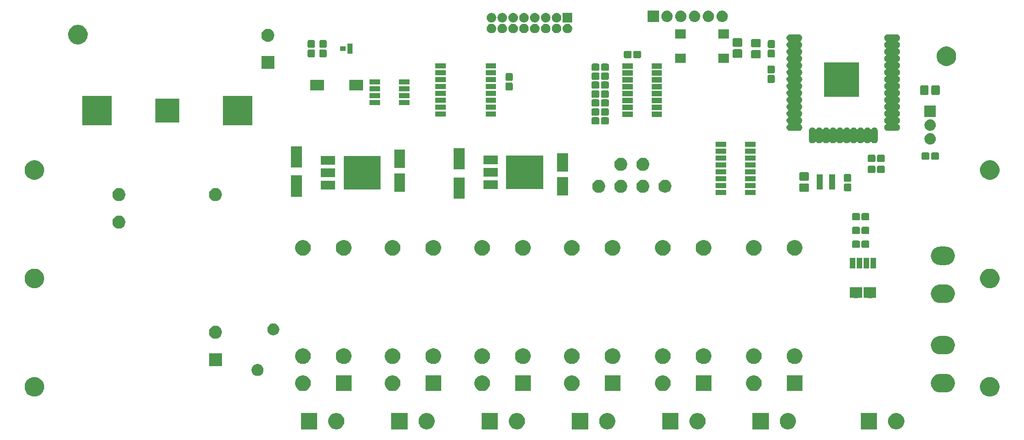
<source format=gts>
G04 #@! TF.GenerationSoftware,KiCad,Pcbnew,(6.0.0-rc1-dev-904-g29e0e6921)*
G04 #@! TF.CreationDate,2018-11-17T01:03:25+00:00*
G04 #@! TF.ProjectId,AquaHub,417175614875622E6B696361645F7063,2*
G04 #@! TF.SameCoordinates,Original*
G04 #@! TF.FileFunction,Soldermask,Top*
G04 #@! TF.FilePolarity,Negative*
%FSLAX46Y46*%
G04 Gerber Fmt 4.6, Leading zero omitted, Abs format (unit mm)*
G04 Created by KiCad (PCBNEW (6.0.0-rc1-dev-904-g29e0e6921)) date 17/11/2018 01:03:25*
%MOMM*%
%LPD*%
G01*
G04 APERTURE LIST*
%ADD10C,0.100000*%
G04 APERTURE END LIST*
D10*
G36*
X210946000Y-86665000D02*
X211581000Y-86665000D01*
X211581000Y-88570000D01*
X210946000Y-88570000D01*
X210946000Y-86665000D01*
G37*
X210946000Y-86665000D02*
X211581000Y-86665000D01*
X211581000Y-88570000D01*
X210946000Y-88570000D01*
X210946000Y-86665000D01*
G36*
X213613000Y-86665000D02*
X214248000Y-86665000D01*
X214248000Y-88570000D01*
X213613000Y-88570000D01*
X213613000Y-86665000D01*
G37*
X213613000Y-86665000D02*
X214248000Y-86665000D01*
X214248000Y-88570000D01*
X213613000Y-88570000D01*
X213613000Y-86665000D01*
G36*
X219083935Y-109873429D02*
X219180534Y-109892644D01*
X219453517Y-110005717D01*
X219695920Y-110167687D01*
X219699197Y-110169876D01*
X219908124Y-110378803D01*
X220072284Y-110624485D01*
X220185356Y-110897467D01*
X220243000Y-111187261D01*
X220243000Y-111482739D01*
X220185356Y-111772533D01*
X220072284Y-112045515D01*
X219908124Y-112291197D01*
X219699197Y-112500124D01*
X219699194Y-112500126D01*
X219453517Y-112664283D01*
X219180534Y-112777356D01*
X219083935Y-112796571D01*
X218890739Y-112835000D01*
X218595261Y-112835000D01*
X218402065Y-112796571D01*
X218305466Y-112777356D01*
X218032483Y-112664283D01*
X217786806Y-112500126D01*
X217786803Y-112500124D01*
X217577876Y-112291197D01*
X217413716Y-112045515D01*
X217300644Y-111772533D01*
X217243000Y-111482739D01*
X217243000Y-111187261D01*
X217300644Y-110897467D01*
X217413716Y-110624485D01*
X217577876Y-110378803D01*
X217786803Y-110169876D01*
X217790080Y-110167687D01*
X218032483Y-110005717D01*
X218305466Y-109892644D01*
X218402065Y-109873429D01*
X218595261Y-109835000D01*
X218890739Y-109835000D01*
X219083935Y-109873429D01*
X219083935Y-109873429D01*
G37*
G36*
X112110000Y-112835000D02*
X109110000Y-112835000D01*
X109110000Y-109835000D01*
X112110000Y-109835000D01*
X112110000Y-112835000D01*
X112110000Y-112835000D01*
G37*
G36*
X145384000Y-112835000D02*
X142384000Y-112835000D01*
X142384000Y-109835000D01*
X145384000Y-109835000D01*
X145384000Y-112835000D01*
X145384000Y-112835000D01*
G37*
G36*
X149224935Y-109873429D02*
X149321534Y-109892644D01*
X149594517Y-110005717D01*
X149836920Y-110167687D01*
X149840197Y-110169876D01*
X150049124Y-110378803D01*
X150213284Y-110624485D01*
X150326356Y-110897467D01*
X150384000Y-111187261D01*
X150384000Y-111482739D01*
X150326356Y-111772533D01*
X150213284Y-112045515D01*
X150049124Y-112291197D01*
X149840197Y-112500124D01*
X149840194Y-112500126D01*
X149594517Y-112664283D01*
X149321534Y-112777356D01*
X149224935Y-112796571D01*
X149031739Y-112835000D01*
X148736261Y-112835000D01*
X148543065Y-112796571D01*
X148446466Y-112777356D01*
X148173483Y-112664283D01*
X147927806Y-112500126D01*
X147927803Y-112500124D01*
X147718876Y-112291197D01*
X147554716Y-112045515D01*
X147441644Y-111772533D01*
X147384000Y-111482739D01*
X147384000Y-111187261D01*
X147441644Y-110897467D01*
X147554716Y-110624485D01*
X147718876Y-110378803D01*
X147927803Y-110169876D01*
X147931080Y-110167687D01*
X148173483Y-110005717D01*
X148446466Y-109892644D01*
X148543065Y-109873429D01*
X148736261Y-109835000D01*
X149031739Y-109835000D01*
X149224935Y-109873429D01*
X149224935Y-109873429D01*
G37*
G36*
X162021000Y-112835000D02*
X159021000Y-112835000D01*
X159021000Y-109835000D01*
X162021000Y-109835000D01*
X162021000Y-112835000D01*
X162021000Y-112835000D01*
G37*
G36*
X165861935Y-109873429D02*
X165958534Y-109892644D01*
X166231517Y-110005717D01*
X166473920Y-110167687D01*
X166477197Y-110169876D01*
X166686124Y-110378803D01*
X166850284Y-110624485D01*
X166963356Y-110897467D01*
X167021000Y-111187261D01*
X167021000Y-111482739D01*
X166963356Y-111772533D01*
X166850284Y-112045515D01*
X166686124Y-112291197D01*
X166477197Y-112500124D01*
X166477194Y-112500126D01*
X166231517Y-112664283D01*
X165958534Y-112777356D01*
X165861935Y-112796571D01*
X165668739Y-112835000D01*
X165373261Y-112835000D01*
X165180065Y-112796571D01*
X165083466Y-112777356D01*
X164810483Y-112664283D01*
X164564806Y-112500126D01*
X164564803Y-112500124D01*
X164355876Y-112291197D01*
X164191716Y-112045515D01*
X164078644Y-111772533D01*
X164021000Y-111482739D01*
X164021000Y-111187261D01*
X164078644Y-110897467D01*
X164191716Y-110624485D01*
X164355876Y-110378803D01*
X164564803Y-110169876D01*
X164568080Y-110167687D01*
X164810483Y-110005717D01*
X165083466Y-109892644D01*
X165180065Y-109873429D01*
X165373261Y-109835000D01*
X165668739Y-109835000D01*
X165861935Y-109873429D01*
X165861935Y-109873429D01*
G37*
G36*
X178658000Y-112835000D02*
X175658000Y-112835000D01*
X175658000Y-109835000D01*
X178658000Y-109835000D01*
X178658000Y-112835000D01*
X178658000Y-112835000D01*
G37*
G36*
X182498935Y-109873429D02*
X182595534Y-109892644D01*
X182868517Y-110005717D01*
X183110920Y-110167687D01*
X183114197Y-110169876D01*
X183323124Y-110378803D01*
X183487284Y-110624485D01*
X183600356Y-110897467D01*
X183658000Y-111187261D01*
X183658000Y-111482739D01*
X183600356Y-111772533D01*
X183487284Y-112045515D01*
X183323124Y-112291197D01*
X183114197Y-112500124D01*
X183114194Y-112500126D01*
X182868517Y-112664283D01*
X182595534Y-112777356D01*
X182498935Y-112796571D01*
X182305739Y-112835000D01*
X182010261Y-112835000D01*
X181817065Y-112796571D01*
X181720466Y-112777356D01*
X181447483Y-112664283D01*
X181201806Y-112500126D01*
X181201803Y-112500124D01*
X180992876Y-112291197D01*
X180828716Y-112045515D01*
X180715644Y-111772533D01*
X180658000Y-111482739D01*
X180658000Y-111187261D01*
X180715644Y-110897467D01*
X180828716Y-110624485D01*
X180992876Y-110378803D01*
X181201803Y-110169876D01*
X181205080Y-110167687D01*
X181447483Y-110005717D01*
X181720466Y-109892644D01*
X181817065Y-109873429D01*
X182010261Y-109835000D01*
X182305739Y-109835000D01*
X182498935Y-109873429D01*
X182498935Y-109873429D01*
G37*
G36*
X115950935Y-109873429D02*
X116047534Y-109892644D01*
X116320517Y-110005717D01*
X116562920Y-110167687D01*
X116566197Y-110169876D01*
X116775124Y-110378803D01*
X116939284Y-110624485D01*
X117052356Y-110897467D01*
X117110000Y-111187261D01*
X117110000Y-111482739D01*
X117052356Y-111772533D01*
X116939284Y-112045515D01*
X116775124Y-112291197D01*
X116566197Y-112500124D01*
X116566194Y-112500126D01*
X116320517Y-112664283D01*
X116047534Y-112777356D01*
X115950935Y-112796571D01*
X115757739Y-112835000D01*
X115462261Y-112835000D01*
X115269065Y-112796571D01*
X115172466Y-112777356D01*
X114899483Y-112664283D01*
X114653806Y-112500126D01*
X114653803Y-112500124D01*
X114444876Y-112291197D01*
X114280716Y-112045515D01*
X114167644Y-111772533D01*
X114110000Y-111482739D01*
X114110000Y-111187261D01*
X114167644Y-110897467D01*
X114280716Y-110624485D01*
X114444876Y-110378803D01*
X114653803Y-110169876D01*
X114657080Y-110167687D01*
X114899483Y-110005717D01*
X115172466Y-109892644D01*
X115269065Y-109873429D01*
X115462261Y-109835000D01*
X115757739Y-109835000D01*
X115950935Y-109873429D01*
X115950935Y-109873429D01*
G37*
G36*
X128747000Y-112835000D02*
X125747000Y-112835000D01*
X125747000Y-109835000D01*
X128747000Y-109835000D01*
X128747000Y-112835000D01*
X128747000Y-112835000D01*
G37*
G36*
X132587935Y-109873429D02*
X132684534Y-109892644D01*
X132957517Y-110005717D01*
X133199920Y-110167687D01*
X133203197Y-110169876D01*
X133412124Y-110378803D01*
X133576284Y-110624485D01*
X133689356Y-110897467D01*
X133747000Y-111187261D01*
X133747000Y-111482739D01*
X133689356Y-111772533D01*
X133576284Y-112045515D01*
X133412124Y-112291197D01*
X133203197Y-112500124D01*
X133203194Y-112500126D01*
X132957517Y-112664283D01*
X132684534Y-112777356D01*
X132587935Y-112796571D01*
X132394739Y-112835000D01*
X132099261Y-112835000D01*
X131906065Y-112796571D01*
X131809466Y-112777356D01*
X131536483Y-112664283D01*
X131290806Y-112500126D01*
X131290803Y-112500124D01*
X131081876Y-112291197D01*
X130917716Y-112045515D01*
X130804644Y-111772533D01*
X130747000Y-111482739D01*
X130747000Y-111187261D01*
X130804644Y-110897467D01*
X130917716Y-110624485D01*
X131081876Y-110378803D01*
X131290803Y-110169876D01*
X131294080Y-110167687D01*
X131536483Y-110005717D01*
X131809466Y-109892644D01*
X131906065Y-109873429D01*
X132099261Y-109835000D01*
X132394739Y-109835000D01*
X132587935Y-109873429D01*
X132587935Y-109873429D01*
G37*
G36*
X195295000Y-112835000D02*
X192295000Y-112835000D01*
X192295000Y-109835000D01*
X195295000Y-109835000D01*
X195295000Y-112835000D01*
X195295000Y-112835000D01*
G37*
G36*
X199135935Y-109873429D02*
X199232534Y-109892644D01*
X199505517Y-110005717D01*
X199747920Y-110167687D01*
X199751197Y-110169876D01*
X199960124Y-110378803D01*
X200124284Y-110624485D01*
X200237356Y-110897467D01*
X200295000Y-111187261D01*
X200295000Y-111482739D01*
X200237356Y-111772533D01*
X200124284Y-112045515D01*
X199960124Y-112291197D01*
X199751197Y-112500124D01*
X199751194Y-112500126D01*
X199505517Y-112664283D01*
X199232534Y-112777356D01*
X199135935Y-112796571D01*
X198942739Y-112835000D01*
X198647261Y-112835000D01*
X198454065Y-112796571D01*
X198357466Y-112777356D01*
X198084483Y-112664283D01*
X197838806Y-112500126D01*
X197838803Y-112500124D01*
X197629876Y-112291197D01*
X197465716Y-112045515D01*
X197352644Y-111772533D01*
X197295000Y-111482739D01*
X197295000Y-111187261D01*
X197352644Y-110897467D01*
X197465716Y-110624485D01*
X197629876Y-110378803D01*
X197838803Y-110169876D01*
X197842080Y-110167687D01*
X198084483Y-110005717D01*
X198357466Y-109892644D01*
X198454065Y-109873429D01*
X198647261Y-109835000D01*
X198942739Y-109835000D01*
X199135935Y-109873429D01*
X199135935Y-109873429D01*
G37*
G36*
X215243000Y-112835000D02*
X212243000Y-112835000D01*
X212243000Y-109835000D01*
X215243000Y-109835000D01*
X215243000Y-112835000D01*
X215243000Y-112835000D01*
G37*
G36*
X236409122Y-103246115D02*
X236525041Y-103269173D01*
X236852620Y-103404861D01*
X236883776Y-103425679D01*
X237147436Y-103601851D01*
X237398149Y-103852564D01*
X237398151Y-103852567D01*
X237595139Y-104147380D01*
X237730827Y-104474959D01*
X237753885Y-104590878D01*
X237800000Y-104822714D01*
X237800000Y-105177286D01*
X237753885Y-105409122D01*
X237730827Y-105525041D01*
X237640016Y-105744277D01*
X237595140Y-105852618D01*
X237398149Y-106147436D01*
X237147436Y-106398149D01*
X237147433Y-106398151D01*
X236852620Y-106595139D01*
X236525041Y-106730827D01*
X236409122Y-106753885D01*
X236177286Y-106800000D01*
X235822714Y-106800000D01*
X235590878Y-106753885D01*
X235474959Y-106730827D01*
X235147380Y-106595139D01*
X234852567Y-106398151D01*
X234852564Y-106398149D01*
X234601851Y-106147436D01*
X234404860Y-105852618D01*
X234359984Y-105744277D01*
X234269173Y-105525041D01*
X234246115Y-105409122D01*
X234200000Y-105177286D01*
X234200000Y-104822714D01*
X234246115Y-104590878D01*
X234269173Y-104474959D01*
X234404861Y-104147380D01*
X234601849Y-103852567D01*
X234601851Y-103852564D01*
X234852564Y-103601851D01*
X235116224Y-103425679D01*
X235147380Y-103404861D01*
X235474959Y-103269173D01*
X235590878Y-103246115D01*
X235822714Y-103200000D01*
X236177286Y-103200000D01*
X236409122Y-103246115D01*
X236409122Y-103246115D01*
G37*
G36*
X60409122Y-103246115D02*
X60525041Y-103269173D01*
X60852620Y-103404861D01*
X60883776Y-103425679D01*
X61147436Y-103601851D01*
X61398149Y-103852564D01*
X61398151Y-103852567D01*
X61595139Y-104147380D01*
X61730827Y-104474959D01*
X61753885Y-104590878D01*
X61800000Y-104822714D01*
X61800000Y-105177286D01*
X61753885Y-105409122D01*
X61730827Y-105525041D01*
X61640016Y-105744277D01*
X61595140Y-105852618D01*
X61398149Y-106147436D01*
X61147436Y-106398149D01*
X61147433Y-106398151D01*
X60852620Y-106595139D01*
X60525041Y-106730827D01*
X60409122Y-106753885D01*
X60177286Y-106800000D01*
X59822714Y-106800000D01*
X59590878Y-106753885D01*
X59474959Y-106730827D01*
X59147380Y-106595139D01*
X58852567Y-106398151D01*
X58852564Y-106398149D01*
X58601851Y-106147436D01*
X58404860Y-105852618D01*
X58359984Y-105744277D01*
X58269173Y-105525041D01*
X58246115Y-105409122D01*
X58200000Y-105177286D01*
X58200000Y-104822714D01*
X58246115Y-104590878D01*
X58269173Y-104474959D01*
X58404861Y-104147380D01*
X58601849Y-103852567D01*
X58601851Y-103852564D01*
X58852564Y-103601851D01*
X59116224Y-103425679D01*
X59147380Y-103404861D01*
X59474959Y-103269173D01*
X59590878Y-103246115D01*
X59822714Y-103200000D01*
X60177286Y-103200000D01*
X60409122Y-103246115D01*
X60409122Y-103246115D01*
G37*
G36*
X228021159Y-102635399D02*
X228187658Y-102651798D01*
X228401292Y-102716603D01*
X228508110Y-102749006D01*
X228803441Y-102906864D01*
X229062298Y-103119302D01*
X229274736Y-103378159D01*
X229432594Y-103673490D01*
X229432594Y-103673491D01*
X229529802Y-103993942D01*
X229562625Y-104327200D01*
X229529802Y-104660458D01*
X229495678Y-104772949D01*
X229432594Y-104980910D01*
X229274736Y-105276241D01*
X229062298Y-105535098D01*
X228803441Y-105747536D01*
X228508110Y-105905394D01*
X228401292Y-105937797D01*
X228187658Y-106002602D01*
X228021159Y-106019001D01*
X227937911Y-106027200D01*
X226770889Y-106027200D01*
X226687641Y-106019001D01*
X226521142Y-106002602D01*
X226307508Y-105937797D01*
X226200690Y-105905394D01*
X225905359Y-105747536D01*
X225646502Y-105535098D01*
X225434064Y-105276241D01*
X225276206Y-104980910D01*
X225213122Y-104772949D01*
X225178998Y-104660458D01*
X225146175Y-104327200D01*
X225178998Y-103993942D01*
X225276206Y-103673491D01*
X225276206Y-103673490D01*
X225434064Y-103378159D01*
X225646502Y-103119302D01*
X225905359Y-102906864D01*
X226200690Y-102749006D01*
X226307508Y-102716603D01*
X226521142Y-102651798D01*
X226687641Y-102635399D01*
X226770889Y-102627200D01*
X227937911Y-102627200D01*
X228021159Y-102635399D01*
X228021159Y-102635399D01*
G37*
G36*
X118410000Y-105800000D02*
X115510000Y-105800000D01*
X115510000Y-102900000D01*
X118410000Y-102900000D01*
X118410000Y-105800000D01*
X118410000Y-105800000D01*
G37*
G36*
X126392947Y-102955722D02*
X126656833Y-103065027D01*
X126894324Y-103223713D01*
X127096287Y-103425676D01*
X127254973Y-103663167D01*
X127364278Y-103927053D01*
X127420000Y-104207186D01*
X127420000Y-104492814D01*
X127364278Y-104772947D01*
X127254973Y-105036833D01*
X127096287Y-105274324D01*
X126894324Y-105476287D01*
X126656833Y-105634973D01*
X126392947Y-105744278D01*
X126112814Y-105800000D01*
X125827186Y-105800000D01*
X125547053Y-105744278D01*
X125283167Y-105634973D01*
X125045676Y-105476287D01*
X124843713Y-105274324D01*
X124685027Y-105036833D01*
X124575722Y-104772947D01*
X124520000Y-104492814D01*
X124520000Y-104207186D01*
X124575722Y-103927053D01*
X124685027Y-103663167D01*
X124843713Y-103425676D01*
X125045676Y-103223713D01*
X125283167Y-103065027D01*
X125547053Y-102955722D01*
X125827186Y-102900000D01*
X126112814Y-102900000D01*
X126392947Y-102955722D01*
X126392947Y-102955722D01*
G37*
G36*
X184704000Y-105800000D02*
X181804000Y-105800000D01*
X181804000Y-102900000D01*
X184704000Y-102900000D01*
X184704000Y-105800000D01*
X184704000Y-105800000D01*
G37*
G36*
X176176947Y-102955722D02*
X176440833Y-103065027D01*
X176678324Y-103223713D01*
X176880287Y-103425676D01*
X177038973Y-103663167D01*
X177148278Y-103927053D01*
X177204000Y-104207186D01*
X177204000Y-104492814D01*
X177148278Y-104772947D01*
X177038973Y-105036833D01*
X176880287Y-105274324D01*
X176678324Y-105476287D01*
X176440833Y-105634973D01*
X176176947Y-105744278D01*
X175896814Y-105800000D01*
X175611186Y-105800000D01*
X175331053Y-105744278D01*
X175067167Y-105634973D01*
X174829676Y-105476287D01*
X174627713Y-105274324D01*
X174469027Y-105036833D01*
X174359722Y-104772947D01*
X174304000Y-104492814D01*
X174304000Y-104207186D01*
X174359722Y-103927053D01*
X174469027Y-103663167D01*
X174627713Y-103425676D01*
X174829676Y-103223713D01*
X175067167Y-103065027D01*
X175331053Y-102955722D01*
X175611186Y-102900000D01*
X175896814Y-102900000D01*
X176176947Y-102955722D01*
X176176947Y-102955722D01*
G37*
G36*
X167940000Y-105800000D02*
X165040000Y-105800000D01*
X165040000Y-102900000D01*
X167940000Y-102900000D01*
X167940000Y-105800000D01*
X167940000Y-105800000D01*
G37*
G36*
X159412947Y-102955722D02*
X159676833Y-103065027D01*
X159914324Y-103223713D01*
X160116287Y-103425676D01*
X160274973Y-103663167D01*
X160384278Y-103927053D01*
X160440000Y-104207186D01*
X160440000Y-104492814D01*
X160384278Y-104772947D01*
X160274973Y-105036833D01*
X160116287Y-105274324D01*
X159914324Y-105476287D01*
X159676833Y-105634973D01*
X159412947Y-105744278D01*
X159132814Y-105800000D01*
X158847186Y-105800000D01*
X158567053Y-105744278D01*
X158303167Y-105634973D01*
X158065676Y-105476287D01*
X157863713Y-105274324D01*
X157705027Y-105036833D01*
X157595722Y-104772947D01*
X157540000Y-104492814D01*
X157540000Y-104207186D01*
X157595722Y-103927053D01*
X157705027Y-103663167D01*
X157863713Y-103425676D01*
X158065676Y-103223713D01*
X158303167Y-103065027D01*
X158567053Y-102955722D01*
X158847186Y-102900000D01*
X159132814Y-102900000D01*
X159412947Y-102955722D01*
X159412947Y-102955722D01*
G37*
G36*
X151430000Y-105800000D02*
X148530000Y-105800000D01*
X148530000Y-102900000D01*
X151430000Y-102900000D01*
X151430000Y-105800000D01*
X151430000Y-105800000D01*
G37*
G36*
X201475000Y-105800000D02*
X198575000Y-105800000D01*
X198575000Y-102900000D01*
X201475000Y-102900000D01*
X201475000Y-105800000D01*
X201475000Y-105800000D01*
G37*
G36*
X142902947Y-102955722D02*
X143166833Y-103065027D01*
X143404324Y-103223713D01*
X143606287Y-103425676D01*
X143764973Y-103663167D01*
X143874278Y-103927053D01*
X143930000Y-104207186D01*
X143930000Y-104492814D01*
X143874278Y-104772947D01*
X143764973Y-105036833D01*
X143606287Y-105274324D01*
X143404324Y-105476287D01*
X143166833Y-105634973D01*
X142902947Y-105744278D01*
X142622814Y-105800000D01*
X142337186Y-105800000D01*
X142057053Y-105744278D01*
X141793167Y-105634973D01*
X141555676Y-105476287D01*
X141353713Y-105274324D01*
X141195027Y-105036833D01*
X141085722Y-104772947D01*
X141030000Y-104492814D01*
X141030000Y-104207186D01*
X141085722Y-103927053D01*
X141195027Y-103663167D01*
X141353713Y-103425676D01*
X141555676Y-103223713D01*
X141793167Y-103065027D01*
X142057053Y-102955722D01*
X142337186Y-102900000D01*
X142622814Y-102900000D01*
X142902947Y-102955722D01*
X142902947Y-102955722D01*
G37*
G36*
X134920000Y-105800000D02*
X132020000Y-105800000D01*
X132020000Y-102900000D01*
X134920000Y-102900000D01*
X134920000Y-105800000D01*
X134920000Y-105800000D01*
G37*
G36*
X192947947Y-102955722D02*
X193211833Y-103065027D01*
X193449324Y-103223713D01*
X193651287Y-103425676D01*
X193809973Y-103663167D01*
X193919278Y-103927053D01*
X193975000Y-104207186D01*
X193975000Y-104492814D01*
X193919278Y-104772947D01*
X193809973Y-105036833D01*
X193651287Y-105274324D01*
X193449324Y-105476287D01*
X193211833Y-105634973D01*
X192947947Y-105744278D01*
X192667814Y-105800000D01*
X192382186Y-105800000D01*
X192102053Y-105744278D01*
X191838167Y-105634973D01*
X191600676Y-105476287D01*
X191398713Y-105274324D01*
X191240027Y-105036833D01*
X191130722Y-104772947D01*
X191075000Y-104492814D01*
X191075000Y-104207186D01*
X191130722Y-103927053D01*
X191240027Y-103663167D01*
X191398713Y-103425676D01*
X191600676Y-103223713D01*
X191838167Y-103065027D01*
X192102053Y-102955722D01*
X192382186Y-102900000D01*
X192667814Y-102900000D01*
X192947947Y-102955722D01*
X192947947Y-102955722D01*
G37*
G36*
X109882947Y-102955722D02*
X110146833Y-103065027D01*
X110384324Y-103223713D01*
X110586287Y-103425676D01*
X110744973Y-103663167D01*
X110854278Y-103927053D01*
X110910000Y-104207186D01*
X110910000Y-104492814D01*
X110854278Y-104772947D01*
X110744973Y-105036833D01*
X110586287Y-105274324D01*
X110384324Y-105476287D01*
X110146833Y-105634973D01*
X109882947Y-105744278D01*
X109602814Y-105800000D01*
X109317186Y-105800000D01*
X109037053Y-105744278D01*
X108773167Y-105634973D01*
X108535676Y-105476287D01*
X108333713Y-105274324D01*
X108175027Y-105036833D01*
X108065722Y-104772947D01*
X108010000Y-104492814D01*
X108010000Y-104207186D01*
X108065722Y-103927053D01*
X108175027Y-103663167D01*
X108333713Y-103425676D01*
X108535676Y-103223713D01*
X108773167Y-103065027D01*
X109037053Y-102955722D01*
X109317186Y-102900000D01*
X109602814Y-102900000D01*
X109882947Y-102955722D01*
X109882947Y-102955722D01*
G37*
G36*
X101420857Y-100848272D02*
X101621042Y-100931191D01*
X101801213Y-101051578D01*
X101954422Y-101204787D01*
X102074809Y-101384958D01*
X102157728Y-101585143D01*
X102200000Y-101797658D01*
X102200000Y-102014342D01*
X102157728Y-102226857D01*
X102074809Y-102427042D01*
X101954422Y-102607213D01*
X101801213Y-102760422D01*
X101621042Y-102880809D01*
X101420857Y-102963728D01*
X101208342Y-103006000D01*
X100991658Y-103006000D01*
X100779143Y-102963728D01*
X100578958Y-102880809D01*
X100398787Y-102760422D01*
X100245578Y-102607213D01*
X100125191Y-102427042D01*
X100042272Y-102226857D01*
X100000000Y-102014342D01*
X100000000Y-101797658D01*
X100042272Y-101585143D01*
X100125191Y-101384958D01*
X100245578Y-101204787D01*
X100398787Y-101051578D01*
X100578958Y-100931191D01*
X100779143Y-100848272D01*
X100991658Y-100806000D01*
X101208342Y-100806000D01*
X101420857Y-100848272D01*
X101420857Y-100848272D01*
G37*
G36*
X94544000Y-101200000D02*
X92144000Y-101200000D01*
X92144000Y-98800000D01*
X94544000Y-98800000D01*
X94544000Y-101200000D01*
X94544000Y-101200000D01*
G37*
G36*
X200447947Y-97955722D02*
X200711833Y-98065027D01*
X200949324Y-98223713D01*
X201151287Y-98425676D01*
X201309973Y-98663167D01*
X201419278Y-98927053D01*
X201475000Y-99207186D01*
X201475000Y-99492814D01*
X201419278Y-99772947D01*
X201309973Y-100036833D01*
X201151287Y-100274324D01*
X200949324Y-100476287D01*
X200711833Y-100634973D01*
X200447947Y-100744278D01*
X200167814Y-100800000D01*
X199882186Y-100800000D01*
X199602053Y-100744278D01*
X199338167Y-100634973D01*
X199100676Y-100476287D01*
X198898713Y-100274324D01*
X198740027Y-100036833D01*
X198630722Y-99772947D01*
X198575000Y-99492814D01*
X198575000Y-99207186D01*
X198630722Y-98927053D01*
X198740027Y-98663167D01*
X198898713Y-98425676D01*
X199100676Y-98223713D01*
X199338167Y-98065027D01*
X199602053Y-97955722D01*
X199882186Y-97900000D01*
X200167814Y-97900000D01*
X200447947Y-97955722D01*
X200447947Y-97955722D01*
G37*
G36*
X142902947Y-97955722D02*
X143166833Y-98065027D01*
X143404324Y-98223713D01*
X143606287Y-98425676D01*
X143764973Y-98663167D01*
X143874278Y-98927053D01*
X143930000Y-99207186D01*
X143930000Y-99492814D01*
X143874278Y-99772947D01*
X143764973Y-100036833D01*
X143606287Y-100274324D01*
X143404324Y-100476287D01*
X143166833Y-100634973D01*
X142902947Y-100744278D01*
X142622814Y-100800000D01*
X142337186Y-100800000D01*
X142057053Y-100744278D01*
X141793167Y-100634973D01*
X141555676Y-100476287D01*
X141353713Y-100274324D01*
X141195027Y-100036833D01*
X141085722Y-99772947D01*
X141030000Y-99492814D01*
X141030000Y-99207186D01*
X141085722Y-98927053D01*
X141195027Y-98663167D01*
X141353713Y-98425676D01*
X141555676Y-98223713D01*
X141793167Y-98065027D01*
X142057053Y-97955722D01*
X142337186Y-97900000D01*
X142622814Y-97900000D01*
X142902947Y-97955722D01*
X142902947Y-97955722D01*
G37*
G36*
X133892947Y-97955722D02*
X134156833Y-98065027D01*
X134394324Y-98223713D01*
X134596287Y-98425676D01*
X134754973Y-98663167D01*
X134864278Y-98927053D01*
X134920000Y-99207186D01*
X134920000Y-99492814D01*
X134864278Y-99772947D01*
X134754973Y-100036833D01*
X134596287Y-100274324D01*
X134394324Y-100476287D01*
X134156833Y-100634973D01*
X133892947Y-100744278D01*
X133612814Y-100800000D01*
X133327186Y-100800000D01*
X133047053Y-100744278D01*
X132783167Y-100634973D01*
X132545676Y-100476287D01*
X132343713Y-100274324D01*
X132185027Y-100036833D01*
X132075722Y-99772947D01*
X132020000Y-99492814D01*
X132020000Y-99207186D01*
X132075722Y-98927053D01*
X132185027Y-98663167D01*
X132343713Y-98425676D01*
X132545676Y-98223713D01*
X132783167Y-98065027D01*
X133047053Y-97955722D01*
X133327186Y-97900000D01*
X133612814Y-97900000D01*
X133892947Y-97955722D01*
X133892947Y-97955722D01*
G37*
G36*
X150402947Y-97955722D02*
X150666833Y-98065027D01*
X150904324Y-98223713D01*
X151106287Y-98425676D01*
X151264973Y-98663167D01*
X151374278Y-98927053D01*
X151430000Y-99207186D01*
X151430000Y-99492814D01*
X151374278Y-99772947D01*
X151264973Y-100036833D01*
X151106287Y-100274324D01*
X150904324Y-100476287D01*
X150666833Y-100634973D01*
X150402947Y-100744278D01*
X150122814Y-100800000D01*
X149837186Y-100800000D01*
X149557053Y-100744278D01*
X149293167Y-100634973D01*
X149055676Y-100476287D01*
X148853713Y-100274324D01*
X148695027Y-100036833D01*
X148585722Y-99772947D01*
X148530000Y-99492814D01*
X148530000Y-99207186D01*
X148585722Y-98927053D01*
X148695027Y-98663167D01*
X148853713Y-98425676D01*
X149055676Y-98223713D01*
X149293167Y-98065027D01*
X149557053Y-97955722D01*
X149837186Y-97900000D01*
X150122814Y-97900000D01*
X150402947Y-97955722D01*
X150402947Y-97955722D01*
G37*
G36*
X159412947Y-97955722D02*
X159676833Y-98065027D01*
X159914324Y-98223713D01*
X160116287Y-98425676D01*
X160274973Y-98663167D01*
X160384278Y-98927053D01*
X160440000Y-99207186D01*
X160440000Y-99492814D01*
X160384278Y-99772947D01*
X160274973Y-100036833D01*
X160116287Y-100274324D01*
X159914324Y-100476287D01*
X159676833Y-100634973D01*
X159412947Y-100744278D01*
X159132814Y-100800000D01*
X158847186Y-100800000D01*
X158567053Y-100744278D01*
X158303167Y-100634973D01*
X158065676Y-100476287D01*
X157863713Y-100274324D01*
X157705027Y-100036833D01*
X157595722Y-99772947D01*
X157540000Y-99492814D01*
X157540000Y-99207186D01*
X157595722Y-98927053D01*
X157705027Y-98663167D01*
X157863713Y-98425676D01*
X158065676Y-98223713D01*
X158303167Y-98065027D01*
X158567053Y-97955722D01*
X158847186Y-97900000D01*
X159132814Y-97900000D01*
X159412947Y-97955722D01*
X159412947Y-97955722D01*
G37*
G36*
X166912947Y-97955722D02*
X167176833Y-98065027D01*
X167414324Y-98223713D01*
X167616287Y-98425676D01*
X167774973Y-98663167D01*
X167884278Y-98927053D01*
X167940000Y-99207186D01*
X167940000Y-99492814D01*
X167884278Y-99772947D01*
X167774973Y-100036833D01*
X167616287Y-100274324D01*
X167414324Y-100476287D01*
X167176833Y-100634973D01*
X166912947Y-100744278D01*
X166632814Y-100800000D01*
X166347186Y-100800000D01*
X166067053Y-100744278D01*
X165803167Y-100634973D01*
X165565676Y-100476287D01*
X165363713Y-100274324D01*
X165205027Y-100036833D01*
X165095722Y-99772947D01*
X165040000Y-99492814D01*
X165040000Y-99207186D01*
X165095722Y-98927053D01*
X165205027Y-98663167D01*
X165363713Y-98425676D01*
X165565676Y-98223713D01*
X165803167Y-98065027D01*
X166067053Y-97955722D01*
X166347186Y-97900000D01*
X166632814Y-97900000D01*
X166912947Y-97955722D01*
X166912947Y-97955722D01*
G37*
G36*
X126392947Y-97955722D02*
X126656833Y-98065027D01*
X126894324Y-98223713D01*
X127096287Y-98425676D01*
X127254973Y-98663167D01*
X127364278Y-98927053D01*
X127420000Y-99207186D01*
X127420000Y-99492814D01*
X127364278Y-99772947D01*
X127254973Y-100036833D01*
X127096287Y-100274324D01*
X126894324Y-100476287D01*
X126656833Y-100634973D01*
X126392947Y-100744278D01*
X126112814Y-100800000D01*
X125827186Y-100800000D01*
X125547053Y-100744278D01*
X125283167Y-100634973D01*
X125045676Y-100476287D01*
X124843713Y-100274324D01*
X124685027Y-100036833D01*
X124575722Y-99772947D01*
X124520000Y-99492814D01*
X124520000Y-99207186D01*
X124575722Y-98927053D01*
X124685027Y-98663167D01*
X124843713Y-98425676D01*
X125045676Y-98223713D01*
X125283167Y-98065027D01*
X125547053Y-97955722D01*
X125827186Y-97900000D01*
X126112814Y-97900000D01*
X126392947Y-97955722D01*
X126392947Y-97955722D01*
G37*
G36*
X109882947Y-97955722D02*
X110146833Y-98065027D01*
X110384324Y-98223713D01*
X110586287Y-98425676D01*
X110744973Y-98663167D01*
X110854278Y-98927053D01*
X110910000Y-99207186D01*
X110910000Y-99492814D01*
X110854278Y-99772947D01*
X110744973Y-100036833D01*
X110586287Y-100274324D01*
X110384324Y-100476287D01*
X110146833Y-100634973D01*
X109882947Y-100744278D01*
X109602814Y-100800000D01*
X109317186Y-100800000D01*
X109037053Y-100744278D01*
X108773167Y-100634973D01*
X108535676Y-100476287D01*
X108333713Y-100274324D01*
X108175027Y-100036833D01*
X108065722Y-99772947D01*
X108010000Y-99492814D01*
X108010000Y-99207186D01*
X108065722Y-98927053D01*
X108175027Y-98663167D01*
X108333713Y-98425676D01*
X108535676Y-98223713D01*
X108773167Y-98065027D01*
X109037053Y-97955722D01*
X109317186Y-97900000D01*
X109602814Y-97900000D01*
X109882947Y-97955722D01*
X109882947Y-97955722D01*
G37*
G36*
X117382947Y-97955722D02*
X117646833Y-98065027D01*
X117884324Y-98223713D01*
X118086287Y-98425676D01*
X118244973Y-98663167D01*
X118354278Y-98927053D01*
X118410000Y-99207186D01*
X118410000Y-99492814D01*
X118354278Y-99772947D01*
X118244973Y-100036833D01*
X118086287Y-100274324D01*
X117884324Y-100476287D01*
X117646833Y-100634973D01*
X117382947Y-100744278D01*
X117102814Y-100800000D01*
X116817186Y-100800000D01*
X116537053Y-100744278D01*
X116273167Y-100634973D01*
X116035676Y-100476287D01*
X115833713Y-100274324D01*
X115675027Y-100036833D01*
X115565722Y-99772947D01*
X115510000Y-99492814D01*
X115510000Y-99207186D01*
X115565722Y-98927053D01*
X115675027Y-98663167D01*
X115833713Y-98425676D01*
X116035676Y-98223713D01*
X116273167Y-98065027D01*
X116537053Y-97955722D01*
X116817186Y-97900000D01*
X117102814Y-97900000D01*
X117382947Y-97955722D01*
X117382947Y-97955722D01*
G37*
G36*
X192947947Y-97955722D02*
X193211833Y-98065027D01*
X193449324Y-98223713D01*
X193651287Y-98425676D01*
X193809973Y-98663167D01*
X193919278Y-98927053D01*
X193975000Y-99207186D01*
X193975000Y-99492814D01*
X193919278Y-99772947D01*
X193809973Y-100036833D01*
X193651287Y-100274324D01*
X193449324Y-100476287D01*
X193211833Y-100634973D01*
X192947947Y-100744278D01*
X192667814Y-100800000D01*
X192382186Y-100800000D01*
X192102053Y-100744278D01*
X191838167Y-100634973D01*
X191600676Y-100476287D01*
X191398713Y-100274324D01*
X191240027Y-100036833D01*
X191130722Y-99772947D01*
X191075000Y-99492814D01*
X191075000Y-99207186D01*
X191130722Y-98927053D01*
X191240027Y-98663167D01*
X191398713Y-98425676D01*
X191600676Y-98223713D01*
X191838167Y-98065027D01*
X192102053Y-97955722D01*
X192382186Y-97900000D01*
X192667814Y-97900000D01*
X192947947Y-97955722D01*
X192947947Y-97955722D01*
G37*
G36*
X183676947Y-97955722D02*
X183940833Y-98065027D01*
X184178324Y-98223713D01*
X184380287Y-98425676D01*
X184538973Y-98663167D01*
X184648278Y-98927053D01*
X184704000Y-99207186D01*
X184704000Y-99492814D01*
X184648278Y-99772947D01*
X184538973Y-100036833D01*
X184380287Y-100274324D01*
X184178324Y-100476287D01*
X183940833Y-100634973D01*
X183676947Y-100744278D01*
X183396814Y-100800000D01*
X183111186Y-100800000D01*
X182831053Y-100744278D01*
X182567167Y-100634973D01*
X182329676Y-100476287D01*
X182127713Y-100274324D01*
X181969027Y-100036833D01*
X181859722Y-99772947D01*
X181804000Y-99492814D01*
X181804000Y-99207186D01*
X181859722Y-98927053D01*
X181969027Y-98663167D01*
X182127713Y-98425676D01*
X182329676Y-98223713D01*
X182567167Y-98065027D01*
X182831053Y-97955722D01*
X183111186Y-97900000D01*
X183396814Y-97900000D01*
X183676947Y-97955722D01*
X183676947Y-97955722D01*
G37*
G36*
X176176947Y-97955722D02*
X176440833Y-98065027D01*
X176678324Y-98223713D01*
X176880287Y-98425676D01*
X177038973Y-98663167D01*
X177148278Y-98927053D01*
X177204000Y-99207186D01*
X177204000Y-99492814D01*
X177148278Y-99772947D01*
X177038973Y-100036833D01*
X176880287Y-100274324D01*
X176678324Y-100476287D01*
X176440833Y-100634973D01*
X176176947Y-100744278D01*
X175896814Y-100800000D01*
X175611186Y-100800000D01*
X175331053Y-100744278D01*
X175067167Y-100634973D01*
X174829676Y-100476287D01*
X174627713Y-100274324D01*
X174469027Y-100036833D01*
X174359722Y-99772947D01*
X174304000Y-99492814D01*
X174304000Y-99207186D01*
X174359722Y-98927053D01*
X174469027Y-98663167D01*
X174627713Y-98425676D01*
X174829676Y-98223713D01*
X175067167Y-98065027D01*
X175331053Y-97955722D01*
X175611186Y-97900000D01*
X175896814Y-97900000D01*
X176176947Y-97955722D01*
X176176947Y-97955722D01*
G37*
G36*
X228021159Y-95635399D02*
X228187658Y-95651798D01*
X228401292Y-95716603D01*
X228508110Y-95749006D01*
X228803441Y-95906864D01*
X229062298Y-96119302D01*
X229274736Y-96378159D01*
X229432594Y-96673490D01*
X229432594Y-96673491D01*
X229529802Y-96993942D01*
X229562625Y-97327200D01*
X229529802Y-97660458D01*
X229464997Y-97874092D01*
X229432594Y-97980910D01*
X229274736Y-98276241D01*
X229062298Y-98535098D01*
X228803441Y-98747536D01*
X228508110Y-98905394D01*
X228436716Y-98927051D01*
X228187658Y-99002602D01*
X228021159Y-99019001D01*
X227937911Y-99027200D01*
X226770889Y-99027200D01*
X226687641Y-99019001D01*
X226521142Y-99002602D01*
X226272084Y-98927051D01*
X226200690Y-98905394D01*
X225905359Y-98747536D01*
X225646502Y-98535098D01*
X225434064Y-98276241D01*
X225276206Y-97980910D01*
X225243803Y-97874092D01*
X225178998Y-97660458D01*
X225146175Y-97327200D01*
X225178998Y-96993942D01*
X225276206Y-96673491D01*
X225276206Y-96673490D01*
X225434064Y-96378159D01*
X225646502Y-96119302D01*
X225905359Y-95906864D01*
X226200690Y-95749006D01*
X226307508Y-95716603D01*
X226521142Y-95651798D01*
X226687641Y-95635399D01*
X226770889Y-95627200D01*
X227937911Y-95627200D01*
X228021159Y-95635399D01*
X228021159Y-95635399D01*
G37*
G36*
X93694026Y-93766115D02*
X93912412Y-93856573D01*
X94108958Y-93987901D01*
X94276099Y-94155042D01*
X94407427Y-94351588D01*
X94497885Y-94569974D01*
X94544000Y-94801809D01*
X94544000Y-95038191D01*
X94497885Y-95270026D01*
X94407427Y-95488412D01*
X94276099Y-95684958D01*
X94108958Y-95852099D01*
X93912412Y-95983427D01*
X93694026Y-96073885D01*
X93462191Y-96120000D01*
X93225809Y-96120000D01*
X92993974Y-96073885D01*
X92775588Y-95983427D01*
X92579042Y-95852099D01*
X92411901Y-95684958D01*
X92280573Y-95488412D01*
X92190115Y-95270026D01*
X92144000Y-95038191D01*
X92144000Y-94801809D01*
X92190115Y-94569974D01*
X92280573Y-94351588D01*
X92411901Y-94155042D01*
X92579042Y-93987901D01*
X92775588Y-93856573D01*
X92993974Y-93766115D01*
X93225809Y-93720000D01*
X93462191Y-93720000D01*
X93694026Y-93766115D01*
X93694026Y-93766115D01*
G37*
G36*
X104320857Y-93348272D02*
X104521042Y-93431191D01*
X104701213Y-93551578D01*
X104854422Y-93704787D01*
X104974809Y-93884958D01*
X105057728Y-94085143D01*
X105100000Y-94297658D01*
X105100000Y-94514342D01*
X105057728Y-94726857D01*
X104974809Y-94927042D01*
X104854422Y-95107213D01*
X104701213Y-95260422D01*
X104701210Y-95260424D01*
X104701209Y-95260425D01*
X104521045Y-95380807D01*
X104521042Y-95380809D01*
X104320857Y-95463728D01*
X104108342Y-95506000D01*
X103891658Y-95506000D01*
X103679143Y-95463728D01*
X103478958Y-95380809D01*
X103478955Y-95380807D01*
X103298791Y-95260425D01*
X103298790Y-95260424D01*
X103298787Y-95260422D01*
X103145578Y-95107213D01*
X103025191Y-94927042D01*
X102942272Y-94726857D01*
X102900000Y-94514342D01*
X102900000Y-94297658D01*
X102942272Y-94085143D01*
X103025191Y-93884958D01*
X103145578Y-93704787D01*
X103298787Y-93551578D01*
X103478958Y-93431191D01*
X103679143Y-93348272D01*
X103891658Y-93306000D01*
X104108342Y-93306000D01*
X104320857Y-93348272D01*
X104320857Y-93348272D01*
G37*
G36*
X228021159Y-86135399D02*
X228187658Y-86151798D01*
X228401292Y-86216603D01*
X228508110Y-86249006D01*
X228803441Y-86406864D01*
X229062298Y-86619302D01*
X229274736Y-86878159D01*
X229432594Y-87173490D01*
X229432594Y-87173491D01*
X229529802Y-87493942D01*
X229562625Y-87827200D01*
X229529802Y-88160458D01*
X229464997Y-88374092D01*
X229432594Y-88480910D01*
X229274736Y-88776241D01*
X229062298Y-89035098D01*
X228803441Y-89247536D01*
X228508110Y-89405394D01*
X228401292Y-89437797D01*
X228187658Y-89502602D01*
X228021159Y-89519001D01*
X227937911Y-89527200D01*
X226770889Y-89527200D01*
X226687641Y-89519001D01*
X226521142Y-89502602D01*
X226307508Y-89437797D01*
X226200690Y-89405394D01*
X225905359Y-89247536D01*
X225646502Y-89035098D01*
X225434064Y-88776241D01*
X225276206Y-88480910D01*
X225243803Y-88374092D01*
X225178998Y-88160458D01*
X225146175Y-87827200D01*
X225178998Y-87493942D01*
X225276206Y-87173491D01*
X225276206Y-87173490D01*
X225434064Y-86878159D01*
X225646502Y-86619302D01*
X225905359Y-86406864D01*
X226200690Y-86249006D01*
X226307508Y-86216603D01*
X226521142Y-86151798D01*
X226687641Y-86135399D01*
X226770889Y-86127200D01*
X227937911Y-86127200D01*
X228021159Y-86135399D01*
X228021159Y-86135399D01*
G37*
G36*
X211194979Y-88580195D02*
X210194979Y-88580195D01*
X210194979Y-86630195D01*
X211194979Y-86630195D01*
X211194979Y-88580195D01*
X211194979Y-88580195D01*
G37*
G36*
X212464979Y-88580195D02*
X211464979Y-88580195D01*
X211464979Y-86630195D01*
X212464979Y-86630195D01*
X212464979Y-88580195D01*
X212464979Y-88580195D01*
G37*
G36*
X213734979Y-88580195D02*
X212734979Y-88580195D01*
X212734979Y-86630195D01*
X213734979Y-86630195D01*
X213734979Y-88580195D01*
X213734979Y-88580195D01*
G37*
G36*
X215004979Y-88580195D02*
X214004979Y-88580195D01*
X214004979Y-86630195D01*
X215004979Y-86630195D01*
X215004979Y-88580195D01*
X215004979Y-88580195D01*
G37*
G36*
X236409122Y-83246115D02*
X236525041Y-83269173D01*
X236852620Y-83404861D01*
X237143511Y-83599228D01*
X237147436Y-83601851D01*
X237398149Y-83852564D01*
X237595140Y-84147382D01*
X237730827Y-84474960D01*
X237800000Y-84822714D01*
X237800000Y-85177286D01*
X237730827Y-85525040D01*
X237595140Y-85852618D01*
X237398149Y-86147436D01*
X237147436Y-86398149D01*
X237147433Y-86398151D01*
X236852620Y-86595139D01*
X236525041Y-86730827D01*
X236409122Y-86753885D01*
X236177286Y-86800000D01*
X235822714Y-86800000D01*
X235590878Y-86753885D01*
X235474959Y-86730827D01*
X235147380Y-86595139D01*
X234852567Y-86398151D01*
X234852564Y-86398149D01*
X234601851Y-86147436D01*
X234404860Y-85852618D01*
X234269173Y-85525040D01*
X234200000Y-85177286D01*
X234200000Y-84822714D01*
X234269173Y-84474960D01*
X234404860Y-84147382D01*
X234601851Y-83852564D01*
X234852564Y-83601851D01*
X234856489Y-83599228D01*
X235147380Y-83404861D01*
X235474959Y-83269173D01*
X235590878Y-83246115D01*
X235822714Y-83200000D01*
X236177286Y-83200000D01*
X236409122Y-83246115D01*
X236409122Y-83246115D01*
G37*
G36*
X60409122Y-83246115D02*
X60525041Y-83269173D01*
X60852620Y-83404861D01*
X61143511Y-83599228D01*
X61147436Y-83601851D01*
X61398149Y-83852564D01*
X61595140Y-84147382D01*
X61730827Y-84474960D01*
X61800000Y-84822714D01*
X61800000Y-85177286D01*
X61730827Y-85525040D01*
X61595140Y-85852618D01*
X61398149Y-86147436D01*
X61147436Y-86398149D01*
X61147433Y-86398151D01*
X60852620Y-86595139D01*
X60525041Y-86730827D01*
X60409122Y-86753885D01*
X60177286Y-86800000D01*
X59822714Y-86800000D01*
X59590878Y-86753885D01*
X59474959Y-86730827D01*
X59147380Y-86595139D01*
X58852567Y-86398151D01*
X58852564Y-86398149D01*
X58601851Y-86147436D01*
X58404860Y-85852618D01*
X58269173Y-85525040D01*
X58200000Y-85177286D01*
X58200000Y-84822714D01*
X58269173Y-84474960D01*
X58404860Y-84147382D01*
X58601851Y-83852564D01*
X58852564Y-83601851D01*
X58856489Y-83599228D01*
X59147380Y-83404861D01*
X59474959Y-83269173D01*
X59590878Y-83246115D01*
X59822714Y-83200000D01*
X60177286Y-83200000D01*
X60409122Y-83246115D01*
X60409122Y-83246115D01*
G37*
G36*
X211194979Y-83180195D02*
X210194979Y-83180195D01*
X210194979Y-81230195D01*
X211194979Y-81230195D01*
X211194979Y-83180195D01*
X211194979Y-83180195D01*
G37*
G36*
X212464979Y-83180195D02*
X211464979Y-83180195D01*
X211464979Y-81230195D01*
X212464979Y-81230195D01*
X212464979Y-83180195D01*
X212464979Y-83180195D01*
G37*
G36*
X215004979Y-83180195D02*
X214004979Y-83180195D01*
X214004979Y-81230195D01*
X215004979Y-81230195D01*
X215004979Y-83180195D01*
X215004979Y-83180195D01*
G37*
G36*
X213734979Y-83180195D02*
X212734979Y-83180195D01*
X212734979Y-81230195D01*
X213734979Y-81230195D01*
X213734979Y-83180195D01*
X213734979Y-83180195D01*
G37*
G36*
X228021159Y-79135399D02*
X228187658Y-79151798D01*
X228401292Y-79216603D01*
X228508110Y-79249006D01*
X228803441Y-79406864D01*
X229062298Y-79619302D01*
X229274736Y-79878159D01*
X229432594Y-80173490D01*
X229432594Y-80173491D01*
X229529802Y-80493942D01*
X229562625Y-80827200D01*
X229529802Y-81160458D01*
X229508647Y-81230195D01*
X229432594Y-81480910D01*
X229274736Y-81776241D01*
X229062298Y-82035098D01*
X228803441Y-82247536D01*
X228508110Y-82405394D01*
X228401292Y-82437797D01*
X228187658Y-82502602D01*
X228021159Y-82519001D01*
X227937911Y-82527200D01*
X226770889Y-82527200D01*
X226687641Y-82519001D01*
X226521142Y-82502602D01*
X226307508Y-82437797D01*
X226200690Y-82405394D01*
X225905359Y-82247536D01*
X225646502Y-82035098D01*
X225434064Y-81776241D01*
X225276206Y-81480910D01*
X225200153Y-81230195D01*
X225178998Y-81160458D01*
X225146175Y-80827200D01*
X225178998Y-80493942D01*
X225276206Y-80173491D01*
X225276206Y-80173490D01*
X225434064Y-79878159D01*
X225646502Y-79619302D01*
X225905359Y-79406864D01*
X226200690Y-79249006D01*
X226307508Y-79216603D01*
X226521142Y-79151798D01*
X226687641Y-79135399D01*
X226770889Y-79127200D01*
X227937911Y-79127200D01*
X228021159Y-79135399D01*
X228021159Y-79135399D01*
G37*
G36*
X166912947Y-77955722D02*
X167176833Y-78065027D01*
X167414324Y-78223713D01*
X167616287Y-78425676D01*
X167774973Y-78663167D01*
X167884278Y-78927053D01*
X167940000Y-79207186D01*
X167940000Y-79492814D01*
X167884278Y-79772947D01*
X167774973Y-80036833D01*
X167616287Y-80274324D01*
X167414324Y-80476287D01*
X167176833Y-80634973D01*
X166912947Y-80744278D01*
X166632814Y-80800000D01*
X166347186Y-80800000D01*
X166067053Y-80744278D01*
X165803167Y-80634973D01*
X165565676Y-80476287D01*
X165363713Y-80274324D01*
X165205027Y-80036833D01*
X165095722Y-79772947D01*
X165040000Y-79492814D01*
X165040000Y-79207186D01*
X165095722Y-78927053D01*
X165205027Y-78663167D01*
X165363713Y-78425676D01*
X165565676Y-78223713D01*
X165803167Y-78065027D01*
X166067053Y-77955722D01*
X166347186Y-77900000D01*
X166632814Y-77900000D01*
X166912947Y-77955722D01*
X166912947Y-77955722D01*
G37*
G36*
X150402947Y-77955722D02*
X150666833Y-78065027D01*
X150904324Y-78223713D01*
X151106287Y-78425676D01*
X151264973Y-78663167D01*
X151374278Y-78927053D01*
X151430000Y-79207186D01*
X151430000Y-79492814D01*
X151374278Y-79772947D01*
X151264973Y-80036833D01*
X151106287Y-80274324D01*
X150904324Y-80476287D01*
X150666833Y-80634973D01*
X150402947Y-80744278D01*
X150122814Y-80800000D01*
X149837186Y-80800000D01*
X149557053Y-80744278D01*
X149293167Y-80634973D01*
X149055676Y-80476287D01*
X148853713Y-80274324D01*
X148695027Y-80036833D01*
X148585722Y-79772947D01*
X148530000Y-79492814D01*
X148530000Y-79207186D01*
X148585722Y-78927053D01*
X148695027Y-78663167D01*
X148853713Y-78425676D01*
X149055676Y-78223713D01*
X149293167Y-78065027D01*
X149557053Y-77955722D01*
X149837186Y-77900000D01*
X150122814Y-77900000D01*
X150402947Y-77955722D01*
X150402947Y-77955722D01*
G37*
G36*
X159412947Y-77955722D02*
X159676833Y-78065027D01*
X159914324Y-78223713D01*
X160116287Y-78425676D01*
X160274973Y-78663167D01*
X160384278Y-78927053D01*
X160440000Y-79207186D01*
X160440000Y-79492814D01*
X160384278Y-79772947D01*
X160274973Y-80036833D01*
X160116287Y-80274324D01*
X159914324Y-80476287D01*
X159676833Y-80634973D01*
X159412947Y-80744278D01*
X159132814Y-80800000D01*
X158847186Y-80800000D01*
X158567053Y-80744278D01*
X158303167Y-80634973D01*
X158065676Y-80476287D01*
X157863713Y-80274324D01*
X157705027Y-80036833D01*
X157595722Y-79772947D01*
X157540000Y-79492814D01*
X157540000Y-79207186D01*
X157595722Y-78927053D01*
X157705027Y-78663167D01*
X157863713Y-78425676D01*
X158065676Y-78223713D01*
X158303167Y-78065027D01*
X158567053Y-77955722D01*
X158847186Y-77900000D01*
X159132814Y-77900000D01*
X159412947Y-77955722D01*
X159412947Y-77955722D01*
G37*
G36*
X142902947Y-77955722D02*
X143166833Y-78065027D01*
X143404324Y-78223713D01*
X143606287Y-78425676D01*
X143764973Y-78663167D01*
X143874278Y-78927053D01*
X143930000Y-79207186D01*
X143930000Y-79492814D01*
X143874278Y-79772947D01*
X143764973Y-80036833D01*
X143606287Y-80274324D01*
X143404324Y-80476287D01*
X143166833Y-80634973D01*
X142902947Y-80744278D01*
X142622814Y-80800000D01*
X142337186Y-80800000D01*
X142057053Y-80744278D01*
X141793167Y-80634973D01*
X141555676Y-80476287D01*
X141353713Y-80274324D01*
X141195027Y-80036833D01*
X141085722Y-79772947D01*
X141030000Y-79492814D01*
X141030000Y-79207186D01*
X141085722Y-78927053D01*
X141195027Y-78663167D01*
X141353713Y-78425676D01*
X141555676Y-78223713D01*
X141793167Y-78065027D01*
X142057053Y-77955722D01*
X142337186Y-77900000D01*
X142622814Y-77900000D01*
X142902947Y-77955722D01*
X142902947Y-77955722D01*
G37*
G36*
X176176947Y-77955722D02*
X176440833Y-78065027D01*
X176678324Y-78223713D01*
X176880287Y-78425676D01*
X177038973Y-78663167D01*
X177148278Y-78927053D01*
X177204000Y-79207186D01*
X177204000Y-79492814D01*
X177148278Y-79772947D01*
X177038973Y-80036833D01*
X176880287Y-80274324D01*
X176678324Y-80476287D01*
X176440833Y-80634973D01*
X176176947Y-80744278D01*
X175896814Y-80800000D01*
X175611186Y-80800000D01*
X175331053Y-80744278D01*
X175067167Y-80634973D01*
X174829676Y-80476287D01*
X174627713Y-80274324D01*
X174469027Y-80036833D01*
X174359722Y-79772947D01*
X174304000Y-79492814D01*
X174304000Y-79207186D01*
X174359722Y-78927053D01*
X174469027Y-78663167D01*
X174627713Y-78425676D01*
X174829676Y-78223713D01*
X175067167Y-78065027D01*
X175331053Y-77955722D01*
X175611186Y-77900000D01*
X175896814Y-77900000D01*
X176176947Y-77955722D01*
X176176947Y-77955722D01*
G37*
G36*
X183676947Y-77955722D02*
X183940833Y-78065027D01*
X184178324Y-78223713D01*
X184380287Y-78425676D01*
X184538973Y-78663167D01*
X184648278Y-78927053D01*
X184704000Y-79207186D01*
X184704000Y-79492814D01*
X184648278Y-79772947D01*
X184538973Y-80036833D01*
X184380287Y-80274324D01*
X184178324Y-80476287D01*
X183940833Y-80634973D01*
X183676947Y-80744278D01*
X183396814Y-80800000D01*
X183111186Y-80800000D01*
X182831053Y-80744278D01*
X182567167Y-80634973D01*
X182329676Y-80476287D01*
X182127713Y-80274324D01*
X181969027Y-80036833D01*
X181859722Y-79772947D01*
X181804000Y-79492814D01*
X181804000Y-79207186D01*
X181859722Y-78927053D01*
X181969027Y-78663167D01*
X182127713Y-78425676D01*
X182329676Y-78223713D01*
X182567167Y-78065027D01*
X182831053Y-77955722D01*
X183111186Y-77900000D01*
X183396814Y-77900000D01*
X183676947Y-77955722D01*
X183676947Y-77955722D01*
G37*
G36*
X126392947Y-77955722D02*
X126656833Y-78065027D01*
X126894324Y-78223713D01*
X127096287Y-78425676D01*
X127254973Y-78663167D01*
X127364278Y-78927053D01*
X127420000Y-79207186D01*
X127420000Y-79492814D01*
X127364278Y-79772947D01*
X127254973Y-80036833D01*
X127096287Y-80274324D01*
X126894324Y-80476287D01*
X126656833Y-80634973D01*
X126392947Y-80744278D01*
X126112814Y-80800000D01*
X125827186Y-80800000D01*
X125547053Y-80744278D01*
X125283167Y-80634973D01*
X125045676Y-80476287D01*
X124843713Y-80274324D01*
X124685027Y-80036833D01*
X124575722Y-79772947D01*
X124520000Y-79492814D01*
X124520000Y-79207186D01*
X124575722Y-78927053D01*
X124685027Y-78663167D01*
X124843713Y-78425676D01*
X125045676Y-78223713D01*
X125283167Y-78065027D01*
X125547053Y-77955722D01*
X125827186Y-77900000D01*
X126112814Y-77900000D01*
X126392947Y-77955722D01*
X126392947Y-77955722D01*
G37*
G36*
X133892947Y-77955722D02*
X134156833Y-78065027D01*
X134394324Y-78223713D01*
X134596287Y-78425676D01*
X134754973Y-78663167D01*
X134864278Y-78927053D01*
X134920000Y-79207186D01*
X134920000Y-79492814D01*
X134864278Y-79772947D01*
X134754973Y-80036833D01*
X134596287Y-80274324D01*
X134394324Y-80476287D01*
X134156833Y-80634973D01*
X133892947Y-80744278D01*
X133612814Y-80800000D01*
X133327186Y-80800000D01*
X133047053Y-80744278D01*
X132783167Y-80634973D01*
X132545676Y-80476287D01*
X132343713Y-80274324D01*
X132185027Y-80036833D01*
X132075722Y-79772947D01*
X132020000Y-79492814D01*
X132020000Y-79207186D01*
X132075722Y-78927053D01*
X132185027Y-78663167D01*
X132343713Y-78425676D01*
X132545676Y-78223713D01*
X132783167Y-78065027D01*
X133047053Y-77955722D01*
X133327186Y-77900000D01*
X133612814Y-77900000D01*
X133892947Y-77955722D01*
X133892947Y-77955722D01*
G37*
G36*
X192947947Y-77955722D02*
X193211833Y-78065027D01*
X193449324Y-78223713D01*
X193651287Y-78425676D01*
X193809973Y-78663167D01*
X193919278Y-78927053D01*
X193975000Y-79207186D01*
X193975000Y-79492814D01*
X193919278Y-79772947D01*
X193809973Y-80036833D01*
X193651287Y-80274324D01*
X193449324Y-80476287D01*
X193211833Y-80634973D01*
X192947947Y-80744278D01*
X192667814Y-80800000D01*
X192382186Y-80800000D01*
X192102053Y-80744278D01*
X191838167Y-80634973D01*
X191600676Y-80476287D01*
X191398713Y-80274324D01*
X191240027Y-80036833D01*
X191130722Y-79772947D01*
X191075000Y-79492814D01*
X191075000Y-79207186D01*
X191130722Y-78927053D01*
X191240027Y-78663167D01*
X191398713Y-78425676D01*
X191600676Y-78223713D01*
X191838167Y-78065027D01*
X192102053Y-77955722D01*
X192382186Y-77900000D01*
X192667814Y-77900000D01*
X192947947Y-77955722D01*
X192947947Y-77955722D01*
G37*
G36*
X200447947Y-77955722D02*
X200711833Y-78065027D01*
X200949324Y-78223713D01*
X201151287Y-78425676D01*
X201309973Y-78663167D01*
X201419278Y-78927053D01*
X201475000Y-79207186D01*
X201475000Y-79492814D01*
X201419278Y-79772947D01*
X201309973Y-80036833D01*
X201151287Y-80274324D01*
X200949324Y-80476287D01*
X200711833Y-80634973D01*
X200447947Y-80744278D01*
X200167814Y-80800000D01*
X199882186Y-80800000D01*
X199602053Y-80744278D01*
X199338167Y-80634973D01*
X199100676Y-80476287D01*
X198898713Y-80274324D01*
X198740027Y-80036833D01*
X198630722Y-79772947D01*
X198575000Y-79492814D01*
X198575000Y-79207186D01*
X198630722Y-78927053D01*
X198740027Y-78663167D01*
X198898713Y-78425676D01*
X199100676Y-78223713D01*
X199338167Y-78065027D01*
X199602053Y-77955722D01*
X199882186Y-77900000D01*
X200167814Y-77900000D01*
X200447947Y-77955722D01*
X200447947Y-77955722D01*
G37*
G36*
X109882947Y-77955722D02*
X110146833Y-78065027D01*
X110384324Y-78223713D01*
X110586287Y-78425676D01*
X110744973Y-78663167D01*
X110854278Y-78927053D01*
X110910000Y-79207186D01*
X110910000Y-79492814D01*
X110854278Y-79772947D01*
X110744973Y-80036833D01*
X110586287Y-80274324D01*
X110384324Y-80476287D01*
X110146833Y-80634973D01*
X109882947Y-80744278D01*
X109602814Y-80800000D01*
X109317186Y-80800000D01*
X109037053Y-80744278D01*
X108773167Y-80634973D01*
X108535676Y-80476287D01*
X108333713Y-80274324D01*
X108175027Y-80036833D01*
X108065722Y-79772947D01*
X108010000Y-79492814D01*
X108010000Y-79207186D01*
X108065722Y-78927053D01*
X108175027Y-78663167D01*
X108333713Y-78425676D01*
X108535676Y-78223713D01*
X108773167Y-78065027D01*
X109037053Y-77955722D01*
X109317186Y-77900000D01*
X109602814Y-77900000D01*
X109882947Y-77955722D01*
X109882947Y-77955722D01*
G37*
G36*
X117382947Y-77955722D02*
X117646833Y-78065027D01*
X117884324Y-78223713D01*
X118086287Y-78425676D01*
X118244973Y-78663167D01*
X118354278Y-78927053D01*
X118410000Y-79207186D01*
X118410000Y-79492814D01*
X118354278Y-79772947D01*
X118244973Y-80036833D01*
X118086287Y-80274324D01*
X117884324Y-80476287D01*
X117646833Y-80634973D01*
X117382947Y-80744278D01*
X117102814Y-80800000D01*
X116817186Y-80800000D01*
X116537053Y-80744278D01*
X116273167Y-80634973D01*
X116035676Y-80476287D01*
X115833713Y-80274324D01*
X115675027Y-80036833D01*
X115565722Y-79772947D01*
X115510000Y-79492814D01*
X115510000Y-79207186D01*
X115565722Y-78927053D01*
X115675027Y-78663167D01*
X115833713Y-78425676D01*
X116035676Y-78223713D01*
X116273167Y-78065027D01*
X116537053Y-77955722D01*
X116817186Y-77900000D01*
X117102814Y-77900000D01*
X117382947Y-77955722D01*
X117382947Y-77955722D01*
G37*
G36*
X213579530Y-78026877D02*
X213631010Y-78042493D01*
X213678442Y-78067846D01*
X213720027Y-78101973D01*
X213754154Y-78143558D01*
X213779507Y-78190990D01*
X213795123Y-78242470D01*
X213801000Y-78302140D01*
X213801000Y-79089860D01*
X213795123Y-79149530D01*
X213779507Y-79201010D01*
X213754154Y-79248442D01*
X213720027Y-79290027D01*
X213678442Y-79324154D01*
X213631010Y-79349507D01*
X213579530Y-79365123D01*
X213519860Y-79371000D01*
X212632140Y-79371000D01*
X212572470Y-79365123D01*
X212520990Y-79349507D01*
X212473558Y-79324154D01*
X212431973Y-79290027D01*
X212397846Y-79248442D01*
X212372493Y-79201010D01*
X212356877Y-79149530D01*
X212351000Y-79089860D01*
X212351000Y-78302140D01*
X212356877Y-78242470D01*
X212372493Y-78190990D01*
X212397846Y-78143558D01*
X212431973Y-78101973D01*
X212473558Y-78067846D01*
X212520990Y-78042493D01*
X212572470Y-78026877D01*
X212632140Y-78021000D01*
X213519860Y-78021000D01*
X213579530Y-78026877D01*
X213579530Y-78026877D01*
G37*
G36*
X211829530Y-78026877D02*
X211881010Y-78042493D01*
X211928442Y-78067846D01*
X211970027Y-78101973D01*
X212004154Y-78143558D01*
X212029507Y-78190990D01*
X212045123Y-78242470D01*
X212051000Y-78302140D01*
X212051000Y-79089860D01*
X212045123Y-79149530D01*
X212029507Y-79201010D01*
X212004154Y-79248442D01*
X211970027Y-79290027D01*
X211928442Y-79324154D01*
X211881010Y-79349507D01*
X211829530Y-79365123D01*
X211769860Y-79371000D01*
X210882140Y-79371000D01*
X210822470Y-79365123D01*
X210770990Y-79349507D01*
X210723558Y-79324154D01*
X210681973Y-79290027D01*
X210647846Y-79248442D01*
X210622493Y-79201010D01*
X210606877Y-79149530D01*
X210601000Y-79089860D01*
X210601000Y-78302140D01*
X210606877Y-78242470D01*
X210622493Y-78190990D01*
X210647846Y-78143558D01*
X210681973Y-78101973D01*
X210723558Y-78067846D01*
X210770990Y-78042493D01*
X210822470Y-78026877D01*
X210882140Y-78021000D01*
X211769860Y-78021000D01*
X211829530Y-78026877D01*
X211829530Y-78026877D01*
G37*
G36*
X213579530Y-75486877D02*
X213631010Y-75502493D01*
X213678442Y-75527846D01*
X213720027Y-75561973D01*
X213754154Y-75603558D01*
X213779507Y-75650990D01*
X213795123Y-75702470D01*
X213801000Y-75762140D01*
X213801000Y-76549860D01*
X213795123Y-76609530D01*
X213779507Y-76661010D01*
X213754154Y-76708442D01*
X213720027Y-76750027D01*
X213678442Y-76784154D01*
X213631010Y-76809507D01*
X213579530Y-76825123D01*
X213519860Y-76831000D01*
X212632140Y-76831000D01*
X212572470Y-76825123D01*
X212520990Y-76809507D01*
X212473558Y-76784154D01*
X212431973Y-76750027D01*
X212397846Y-76708442D01*
X212372493Y-76661010D01*
X212356877Y-76609530D01*
X212351000Y-76549860D01*
X212351000Y-75762140D01*
X212356877Y-75702470D01*
X212372493Y-75650990D01*
X212397846Y-75603558D01*
X212431973Y-75561973D01*
X212473558Y-75527846D01*
X212520990Y-75502493D01*
X212572470Y-75486877D01*
X212632140Y-75481000D01*
X213519860Y-75481000D01*
X213579530Y-75486877D01*
X213579530Y-75486877D01*
G37*
G36*
X211829530Y-75486877D02*
X211881010Y-75502493D01*
X211928442Y-75527846D01*
X211970027Y-75561973D01*
X212004154Y-75603558D01*
X212029507Y-75650990D01*
X212045123Y-75702470D01*
X212051000Y-75762140D01*
X212051000Y-76549860D01*
X212045123Y-76609530D01*
X212029507Y-76661010D01*
X212004154Y-76708442D01*
X211970027Y-76750027D01*
X211928442Y-76784154D01*
X211881010Y-76809507D01*
X211829530Y-76825123D01*
X211769860Y-76831000D01*
X210882140Y-76831000D01*
X210822470Y-76825123D01*
X210770990Y-76809507D01*
X210723558Y-76784154D01*
X210681973Y-76750027D01*
X210647846Y-76708442D01*
X210622493Y-76661010D01*
X210606877Y-76609530D01*
X210601000Y-76549860D01*
X210601000Y-75762140D01*
X210606877Y-75702470D01*
X210622493Y-75650990D01*
X210647846Y-75603558D01*
X210681973Y-75561973D01*
X210723558Y-75527846D01*
X210770990Y-75502493D01*
X210822470Y-75486877D01*
X210882140Y-75481000D01*
X211769860Y-75481000D01*
X211829530Y-75486877D01*
X211829530Y-75486877D01*
G37*
G36*
X75914026Y-73446115D02*
X76132412Y-73536573D01*
X76328958Y-73667901D01*
X76496099Y-73835042D01*
X76627427Y-74031588D01*
X76717885Y-74249974D01*
X76764000Y-74481809D01*
X76764000Y-74718191D01*
X76717885Y-74950026D01*
X76627427Y-75168412D01*
X76496099Y-75364958D01*
X76328958Y-75532099D01*
X76132412Y-75663427D01*
X75914026Y-75753885D01*
X75682191Y-75800000D01*
X75445809Y-75800000D01*
X75213974Y-75753885D01*
X74995588Y-75663427D01*
X74799042Y-75532099D01*
X74631901Y-75364958D01*
X74500573Y-75168412D01*
X74410115Y-74950026D01*
X74364000Y-74718191D01*
X74364000Y-74481809D01*
X74410115Y-74249974D01*
X74500573Y-74031588D01*
X74631901Y-73835042D01*
X74799042Y-73667901D01*
X74995588Y-73536573D01*
X75213974Y-73446115D01*
X75445809Y-73400000D01*
X75682191Y-73400000D01*
X75914026Y-73446115D01*
X75914026Y-73446115D01*
G37*
G36*
X213579530Y-72946877D02*
X213631010Y-72962493D01*
X213678442Y-72987846D01*
X213720027Y-73021973D01*
X213754154Y-73063558D01*
X213779507Y-73110990D01*
X213795123Y-73162470D01*
X213801000Y-73222140D01*
X213801000Y-74009860D01*
X213795123Y-74069530D01*
X213779507Y-74121010D01*
X213754154Y-74168442D01*
X213720027Y-74210027D01*
X213678442Y-74244154D01*
X213631010Y-74269507D01*
X213579530Y-74285123D01*
X213519860Y-74291000D01*
X212632140Y-74291000D01*
X212572470Y-74285123D01*
X212520990Y-74269507D01*
X212473558Y-74244154D01*
X212431973Y-74210027D01*
X212397846Y-74168442D01*
X212372493Y-74121010D01*
X212356877Y-74069530D01*
X212351000Y-74009860D01*
X212351000Y-73222140D01*
X212356877Y-73162470D01*
X212372493Y-73110990D01*
X212397846Y-73063558D01*
X212431973Y-73021973D01*
X212473558Y-72987846D01*
X212520990Y-72962493D01*
X212572470Y-72946877D01*
X212632140Y-72941000D01*
X213519860Y-72941000D01*
X213579530Y-72946877D01*
X213579530Y-72946877D01*
G37*
G36*
X211829530Y-72946877D02*
X211881010Y-72962493D01*
X211928442Y-72987846D01*
X211970027Y-73021973D01*
X212004154Y-73063558D01*
X212029507Y-73110990D01*
X212045123Y-73162470D01*
X212051000Y-73222140D01*
X212051000Y-74009860D01*
X212045123Y-74069530D01*
X212029507Y-74121010D01*
X212004154Y-74168442D01*
X211970027Y-74210027D01*
X211928442Y-74244154D01*
X211881010Y-74269507D01*
X211829530Y-74285123D01*
X211769860Y-74291000D01*
X210882140Y-74291000D01*
X210822470Y-74285123D01*
X210770990Y-74269507D01*
X210723558Y-74244154D01*
X210681973Y-74210027D01*
X210647846Y-74168442D01*
X210622493Y-74121010D01*
X210606877Y-74069530D01*
X210601000Y-74009860D01*
X210601000Y-73222140D01*
X210606877Y-73162470D01*
X210622493Y-73110990D01*
X210647846Y-73063558D01*
X210681973Y-73021973D01*
X210723558Y-72987846D01*
X210770990Y-72962493D01*
X210822470Y-72946877D01*
X210882140Y-72941000D01*
X211769860Y-72941000D01*
X211829530Y-72946877D01*
X211829530Y-72946877D01*
G37*
G36*
X93694026Y-68366115D02*
X93912412Y-68456573D01*
X94108958Y-68587901D01*
X94276099Y-68755042D01*
X94407427Y-68951588D01*
X94497885Y-69169974D01*
X94544000Y-69401809D01*
X94544000Y-69638191D01*
X94497885Y-69870026D01*
X94407427Y-70088412D01*
X94276099Y-70284958D01*
X94108958Y-70452099D01*
X93912412Y-70583427D01*
X93694026Y-70673885D01*
X93462191Y-70720000D01*
X93225809Y-70720000D01*
X92993974Y-70673885D01*
X92775588Y-70583427D01*
X92579042Y-70452099D01*
X92411901Y-70284958D01*
X92280573Y-70088412D01*
X92190115Y-69870026D01*
X92144000Y-69638191D01*
X92144000Y-69401809D01*
X92190115Y-69169974D01*
X92280573Y-68951588D01*
X92411901Y-68755042D01*
X92579042Y-68587901D01*
X92775588Y-68456573D01*
X92993974Y-68366115D01*
X93225809Y-68320000D01*
X93462191Y-68320000D01*
X93694026Y-68366115D01*
X93694026Y-68366115D01*
G37*
G36*
X75914026Y-68366115D02*
X76132412Y-68456573D01*
X76328958Y-68587901D01*
X76496099Y-68755042D01*
X76627427Y-68951588D01*
X76717885Y-69169974D01*
X76764000Y-69401809D01*
X76764000Y-69638191D01*
X76717885Y-69870026D01*
X76627427Y-70088412D01*
X76496099Y-70284958D01*
X76328958Y-70452099D01*
X76132412Y-70583427D01*
X75914026Y-70673885D01*
X75682191Y-70720000D01*
X75445809Y-70720000D01*
X75213974Y-70673885D01*
X74995588Y-70583427D01*
X74799042Y-70452099D01*
X74631901Y-70284958D01*
X74500573Y-70088412D01*
X74410115Y-69870026D01*
X74364000Y-69638191D01*
X74364000Y-69401809D01*
X74410115Y-69169974D01*
X74500573Y-68951588D01*
X74631901Y-68755042D01*
X74799042Y-68587901D01*
X74995588Y-68456573D01*
X75213974Y-68366115D01*
X75445809Y-68320000D01*
X75682191Y-68320000D01*
X75914026Y-68366115D01*
X75914026Y-68366115D01*
G37*
G36*
X139250000Y-70255000D02*
X137250000Y-70255000D01*
X137250000Y-66355000D01*
X139250000Y-66355000D01*
X139250000Y-70255000D01*
X139250000Y-70255000D01*
G37*
G36*
X109280000Y-69905000D02*
X107280000Y-69905000D01*
X107280000Y-66005000D01*
X109280000Y-66005000D01*
X109280000Y-69905000D01*
X109280000Y-69905000D01*
G37*
G36*
X158300000Y-69685000D02*
X156300000Y-69685000D01*
X156300000Y-66285000D01*
X158300000Y-66285000D01*
X158300000Y-69685000D01*
X158300000Y-69685000D01*
G37*
G36*
X192807500Y-69639000D02*
X190907500Y-69639000D01*
X190907500Y-68639000D01*
X192807500Y-68639000D01*
X192807500Y-69639000D01*
X192807500Y-69639000D01*
G37*
G36*
X187407500Y-69639000D02*
X185507500Y-69639000D01*
X185507500Y-68639000D01*
X187407500Y-68639000D01*
X187407500Y-69639000D01*
X187407500Y-69639000D01*
G37*
G36*
X172434026Y-66842115D02*
X172652412Y-66932573D01*
X172848958Y-67063901D01*
X173016099Y-67231042D01*
X173147427Y-67427588D01*
X173237885Y-67645974D01*
X173284000Y-67877809D01*
X173284000Y-68114191D01*
X173237885Y-68346026D01*
X173147427Y-68564412D01*
X173016099Y-68760958D01*
X172848958Y-68928099D01*
X172652412Y-69059427D01*
X172434026Y-69149885D01*
X172202191Y-69196000D01*
X171965809Y-69196000D01*
X171733974Y-69149885D01*
X171515588Y-69059427D01*
X171319042Y-68928099D01*
X171151901Y-68760958D01*
X171020573Y-68564412D01*
X170930115Y-68346026D01*
X170884000Y-68114191D01*
X170884000Y-67877809D01*
X170930115Y-67645974D01*
X171020573Y-67427588D01*
X171151901Y-67231042D01*
X171319042Y-67063901D01*
X171515588Y-66932573D01*
X171733974Y-66842115D01*
X171965809Y-66796000D01*
X172202191Y-66796000D01*
X172434026Y-66842115D01*
X172434026Y-66842115D01*
G37*
G36*
X164306026Y-66842115D02*
X164524412Y-66932573D01*
X164720958Y-67063901D01*
X164888099Y-67231042D01*
X165019427Y-67427588D01*
X165109885Y-67645974D01*
X165156000Y-67877809D01*
X165156000Y-68114191D01*
X165109885Y-68346026D01*
X165019427Y-68564412D01*
X164888099Y-68760958D01*
X164720958Y-68928099D01*
X164524412Y-69059427D01*
X164306026Y-69149885D01*
X164074191Y-69196000D01*
X163837809Y-69196000D01*
X163605974Y-69149885D01*
X163387588Y-69059427D01*
X163191042Y-68928099D01*
X163023901Y-68760958D01*
X162892573Y-68564412D01*
X162802115Y-68346026D01*
X162756000Y-68114191D01*
X162756000Y-67877809D01*
X162802115Y-67645974D01*
X162892573Y-67427588D01*
X163023901Y-67231042D01*
X163191042Y-67063901D01*
X163387588Y-66932573D01*
X163605974Y-66842115D01*
X163837809Y-66796000D01*
X164074191Y-66796000D01*
X164306026Y-66842115D01*
X164306026Y-66842115D01*
G37*
G36*
X168370026Y-66842115D02*
X168588412Y-66932573D01*
X168784958Y-67063901D01*
X168952099Y-67231042D01*
X169083427Y-67427588D01*
X169173885Y-67645974D01*
X169220000Y-67877809D01*
X169220000Y-68114191D01*
X169173885Y-68346026D01*
X169083427Y-68564412D01*
X168952099Y-68760958D01*
X168784958Y-68928099D01*
X168588412Y-69059427D01*
X168370026Y-69149885D01*
X168138191Y-69196000D01*
X167901809Y-69196000D01*
X167669974Y-69149885D01*
X167451588Y-69059427D01*
X167255042Y-68928099D01*
X167087901Y-68760958D01*
X166956573Y-68564412D01*
X166866115Y-68346026D01*
X166820000Y-68114191D01*
X166820000Y-67877809D01*
X166866115Y-67645974D01*
X166956573Y-67427588D01*
X167087901Y-67231042D01*
X167255042Y-67063901D01*
X167451588Y-66932573D01*
X167669974Y-66842115D01*
X167901809Y-66796000D01*
X168138191Y-66796000D01*
X168370026Y-66842115D01*
X168370026Y-66842115D01*
G37*
G36*
X176498026Y-66831115D02*
X176716412Y-66921573D01*
X176912958Y-67052901D01*
X177080099Y-67220042D01*
X177211427Y-67416588D01*
X177301885Y-67634974D01*
X177348000Y-67866809D01*
X177348000Y-68103191D01*
X177301885Y-68335026D01*
X177211427Y-68553412D01*
X177080099Y-68749958D01*
X176912958Y-68917099D01*
X176716412Y-69048427D01*
X176498026Y-69138885D01*
X176266191Y-69185000D01*
X176029809Y-69185000D01*
X175797974Y-69138885D01*
X175579588Y-69048427D01*
X175383042Y-68917099D01*
X175215901Y-68749958D01*
X175084573Y-68553412D01*
X174994115Y-68335026D01*
X174948000Y-68103191D01*
X174948000Y-67866809D01*
X174994115Y-67634974D01*
X175084573Y-67416588D01*
X175215901Y-67220042D01*
X175383042Y-67052901D01*
X175579588Y-66921573D01*
X175797974Y-66831115D01*
X176029809Y-66785000D01*
X176266191Y-66785000D01*
X176498026Y-66831115D01*
X176498026Y-66831115D01*
G37*
G36*
X202485530Y-67455710D02*
X202535379Y-67470831D01*
X202581311Y-67495382D01*
X202621574Y-67528426D01*
X202654618Y-67568689D01*
X202679169Y-67614621D01*
X202694290Y-67664470D01*
X202700000Y-67722444D01*
X202700000Y-68727556D01*
X202694290Y-68785530D01*
X202679169Y-68835379D01*
X202654618Y-68881311D01*
X202621574Y-68921574D01*
X202581311Y-68954618D01*
X202535379Y-68979169D01*
X202485530Y-68994290D01*
X202427556Y-69000000D01*
X201172444Y-69000000D01*
X201114470Y-68994290D01*
X201064621Y-68979169D01*
X201018689Y-68954618D01*
X200978426Y-68921574D01*
X200945382Y-68881311D01*
X200920831Y-68835379D01*
X200905710Y-68785530D01*
X200900000Y-68727556D01*
X200900000Y-67722444D01*
X200905710Y-67664470D01*
X200920831Y-67614621D01*
X200945382Y-67568689D01*
X200978426Y-67528426D01*
X201018689Y-67495382D01*
X201064621Y-67470831D01*
X201114470Y-67455710D01*
X201172444Y-67450000D01*
X202427556Y-67450000D01*
X202485530Y-67455710D01*
X202485530Y-67455710D01*
G37*
G36*
X128260000Y-69000000D02*
X126260000Y-69000000D01*
X126260000Y-65600000D01*
X128260000Y-65600000D01*
X128260000Y-69000000D01*
X128260000Y-69000000D01*
G37*
G36*
X210253530Y-67480877D02*
X210305010Y-67496493D01*
X210352442Y-67521846D01*
X210394027Y-67555973D01*
X210428154Y-67597558D01*
X210453507Y-67644990D01*
X210469123Y-67696470D01*
X210475000Y-67756140D01*
X210475000Y-68643860D01*
X210469123Y-68703530D01*
X210453507Y-68755010D01*
X210428154Y-68802442D01*
X210394027Y-68844027D01*
X210352442Y-68878154D01*
X210305010Y-68903507D01*
X210253530Y-68919123D01*
X210193860Y-68925000D01*
X209406140Y-68925000D01*
X209346470Y-68919123D01*
X209294990Y-68903507D01*
X209247558Y-68878154D01*
X209205973Y-68844027D01*
X209171846Y-68802442D01*
X209146493Y-68755010D01*
X209130877Y-68703530D01*
X209125000Y-68643860D01*
X209125000Y-67756140D01*
X209130877Y-67696470D01*
X209146493Y-67644990D01*
X209171846Y-67597558D01*
X209205973Y-67555973D01*
X209247558Y-67521846D01*
X209294990Y-67496493D01*
X209346470Y-67480877D01*
X209406140Y-67475000D01*
X210193860Y-67475000D01*
X210253530Y-67480877D01*
X210253530Y-67480877D01*
G37*
G36*
X207510000Y-68605000D02*
X206410000Y-68605000D01*
X206410000Y-65795000D01*
X207510000Y-65795000D01*
X207510000Y-68605000D01*
X207510000Y-68605000D01*
G37*
G36*
X205190000Y-68605000D02*
X204090000Y-68605000D01*
X204090000Y-65795000D01*
X205190000Y-65795000D01*
X205190000Y-68605000D01*
X205190000Y-68605000D01*
G37*
G36*
X123760000Y-68580000D02*
X116960000Y-68580000D01*
X116960000Y-62380000D01*
X123760000Y-62380000D01*
X123760000Y-68580000D01*
X123760000Y-68580000D01*
G37*
G36*
X115360000Y-68560000D02*
X112760000Y-68560000D01*
X112760000Y-66960000D01*
X115360000Y-66960000D01*
X115360000Y-68560000D01*
X115360000Y-68560000D01*
G37*
G36*
X153715000Y-68545000D02*
X146915000Y-68545000D01*
X146915000Y-62345000D01*
X153715000Y-62345000D01*
X153715000Y-68545000D01*
X153715000Y-68545000D01*
G37*
G36*
X145315000Y-68525000D02*
X142715000Y-68525000D01*
X142715000Y-66925000D01*
X145315000Y-66925000D01*
X145315000Y-68525000D01*
X145315000Y-68525000D01*
G37*
G36*
X192807500Y-68369000D02*
X190907500Y-68369000D01*
X190907500Y-67369000D01*
X192807500Y-67369000D01*
X192807500Y-68369000D01*
X192807500Y-68369000D01*
G37*
G36*
X187407500Y-68369000D02*
X185507500Y-68369000D01*
X185507500Y-67369000D01*
X187407500Y-67369000D01*
X187407500Y-68369000D01*
X187407500Y-68369000D01*
G37*
G36*
X210253530Y-65730877D02*
X210305010Y-65746493D01*
X210352442Y-65771846D01*
X210394027Y-65805973D01*
X210428154Y-65847558D01*
X210453507Y-65894990D01*
X210469123Y-65946470D01*
X210475000Y-66006140D01*
X210475000Y-66893860D01*
X210469123Y-66953530D01*
X210453507Y-67005010D01*
X210428154Y-67052442D01*
X210394027Y-67094027D01*
X210352442Y-67128154D01*
X210305010Y-67153507D01*
X210253530Y-67169123D01*
X210193860Y-67175000D01*
X209406140Y-67175000D01*
X209346470Y-67169123D01*
X209294990Y-67153507D01*
X209247558Y-67128154D01*
X209205973Y-67094027D01*
X209171846Y-67052442D01*
X209146493Y-67005010D01*
X209130877Y-66953530D01*
X209125000Y-66893860D01*
X209125000Y-66006140D01*
X209130877Y-65946470D01*
X209146493Y-65894990D01*
X209171846Y-65847558D01*
X209205973Y-65805973D01*
X209247558Y-65771846D01*
X209294990Y-65746493D01*
X209346470Y-65730877D01*
X209406140Y-65725000D01*
X210193860Y-65725000D01*
X210253530Y-65730877D01*
X210253530Y-65730877D01*
G37*
G36*
X192807500Y-67099000D02*
X190907500Y-67099000D01*
X190907500Y-66099000D01*
X192807500Y-66099000D01*
X192807500Y-67099000D01*
X192807500Y-67099000D01*
G37*
G36*
X187407500Y-67099000D02*
X185507500Y-67099000D01*
X185507500Y-66099000D01*
X187407500Y-66099000D01*
X187407500Y-67099000D01*
X187407500Y-67099000D01*
G37*
G36*
X202485530Y-65405710D02*
X202535379Y-65420831D01*
X202581311Y-65445382D01*
X202621574Y-65478426D01*
X202654618Y-65518689D01*
X202679169Y-65564621D01*
X202694290Y-65614470D01*
X202700000Y-65672444D01*
X202700000Y-66677556D01*
X202694290Y-66735530D01*
X202679169Y-66785379D01*
X202654618Y-66831311D01*
X202621574Y-66871574D01*
X202581311Y-66904618D01*
X202535379Y-66929169D01*
X202485530Y-66944290D01*
X202427556Y-66950000D01*
X201172444Y-66950000D01*
X201114470Y-66944290D01*
X201064621Y-66929169D01*
X201018689Y-66904618D01*
X200978426Y-66871574D01*
X200945382Y-66831311D01*
X200920831Y-66785379D01*
X200905710Y-66735530D01*
X200900000Y-66677556D01*
X200900000Y-65672444D01*
X200905710Y-65614470D01*
X200920831Y-65564621D01*
X200945382Y-65518689D01*
X200978426Y-65478426D01*
X201018689Y-65445382D01*
X201064621Y-65420831D01*
X201114470Y-65405710D01*
X201172444Y-65400000D01*
X202427556Y-65400000D01*
X202485530Y-65405710D01*
X202485530Y-65405710D01*
G37*
G36*
X236409122Y-63246115D02*
X236525041Y-63269173D01*
X236852620Y-63404861D01*
X237117688Y-63581974D01*
X237147436Y-63601851D01*
X237398149Y-63852564D01*
X237398151Y-63852567D01*
X237595139Y-64147380D01*
X237730827Y-64474959D01*
X237745157Y-64547000D01*
X237800000Y-64822714D01*
X237800000Y-65177286D01*
X237779895Y-65278360D01*
X237730827Y-65525041D01*
X237648001Y-65725000D01*
X237595140Y-65852618D01*
X237398149Y-66147436D01*
X237147436Y-66398149D01*
X237147433Y-66398151D01*
X236852620Y-66595139D01*
X236525041Y-66730827D01*
X236453788Y-66745000D01*
X236177286Y-66800000D01*
X235822714Y-66800000D01*
X235546212Y-66745000D01*
X235474959Y-66730827D01*
X235147380Y-66595139D01*
X234852567Y-66398151D01*
X234852564Y-66398149D01*
X234601851Y-66147436D01*
X234404860Y-65852618D01*
X234351999Y-65725000D01*
X234269173Y-65525041D01*
X234220105Y-65278360D01*
X234200000Y-65177286D01*
X234200000Y-64822714D01*
X234254843Y-64547000D01*
X234269173Y-64474959D01*
X234404861Y-64147380D01*
X234601849Y-63852567D01*
X234601851Y-63852564D01*
X234852564Y-63601851D01*
X234882312Y-63581974D01*
X235147380Y-63404861D01*
X235474959Y-63269173D01*
X235590878Y-63246115D01*
X235822714Y-63200000D01*
X236177286Y-63200000D01*
X236409122Y-63246115D01*
X236409122Y-63246115D01*
G37*
G36*
X60409122Y-63246115D02*
X60525041Y-63269173D01*
X60852620Y-63404861D01*
X61117688Y-63581974D01*
X61147436Y-63601851D01*
X61398149Y-63852564D01*
X61398151Y-63852567D01*
X61595139Y-64147380D01*
X61730827Y-64474959D01*
X61745157Y-64547000D01*
X61800000Y-64822714D01*
X61800000Y-65177286D01*
X61779895Y-65278360D01*
X61730827Y-65525041D01*
X61648001Y-65725000D01*
X61595140Y-65852618D01*
X61398149Y-66147436D01*
X61147436Y-66398149D01*
X61147433Y-66398151D01*
X60852620Y-66595139D01*
X60525041Y-66730827D01*
X60453788Y-66745000D01*
X60177286Y-66800000D01*
X59822714Y-66800000D01*
X59546212Y-66745000D01*
X59474959Y-66730827D01*
X59147380Y-66595139D01*
X58852567Y-66398151D01*
X58852564Y-66398149D01*
X58601851Y-66147436D01*
X58404860Y-65852618D01*
X58351999Y-65725000D01*
X58269173Y-65525041D01*
X58220105Y-65278360D01*
X58200000Y-65177286D01*
X58200000Y-64822714D01*
X58254843Y-64547000D01*
X58269173Y-64474959D01*
X58404861Y-64147380D01*
X58601849Y-63852567D01*
X58601851Y-63852564D01*
X58852564Y-63601851D01*
X58882312Y-63581974D01*
X59147380Y-63404861D01*
X59474959Y-63269173D01*
X59590878Y-63246115D01*
X59822714Y-63200000D01*
X60177286Y-63200000D01*
X60409122Y-63246115D01*
X60409122Y-63246115D01*
G37*
G36*
X115360000Y-66280000D02*
X112760000Y-66280000D01*
X112760000Y-64680000D01*
X115360000Y-64680000D01*
X115360000Y-66280000D01*
X115360000Y-66280000D01*
G37*
G36*
X145315000Y-66245000D02*
X142715000Y-66245000D01*
X142715000Y-64645000D01*
X145315000Y-64645000D01*
X145315000Y-66245000D01*
X145315000Y-66245000D01*
G37*
G36*
X187407500Y-65829000D02*
X185507500Y-65829000D01*
X185507500Y-64829000D01*
X187407500Y-64829000D01*
X187407500Y-65829000D01*
X187407500Y-65829000D01*
G37*
G36*
X192807500Y-65829000D02*
X190907500Y-65829000D01*
X190907500Y-64829000D01*
X192807500Y-64829000D01*
X192807500Y-65829000D01*
X192807500Y-65829000D01*
G37*
G36*
X216452030Y-64215377D02*
X216503510Y-64230993D01*
X216550942Y-64256346D01*
X216592527Y-64290473D01*
X216626654Y-64332058D01*
X216652007Y-64379490D01*
X216667623Y-64430970D01*
X216673500Y-64490640D01*
X216673500Y-65278360D01*
X216667623Y-65338030D01*
X216652007Y-65389510D01*
X216626654Y-65436942D01*
X216592527Y-65478527D01*
X216550942Y-65512654D01*
X216503510Y-65538007D01*
X216452030Y-65553623D01*
X216392360Y-65559500D01*
X215504640Y-65559500D01*
X215444970Y-65553623D01*
X215393490Y-65538007D01*
X215346058Y-65512654D01*
X215304473Y-65478527D01*
X215270346Y-65436942D01*
X215244993Y-65389510D01*
X215229377Y-65338030D01*
X215223500Y-65278360D01*
X215223500Y-64490640D01*
X215229377Y-64430970D01*
X215244993Y-64379490D01*
X215270346Y-64332058D01*
X215304473Y-64290473D01*
X215346058Y-64256346D01*
X215393490Y-64230993D01*
X215444970Y-64215377D01*
X215504640Y-64209500D01*
X216392360Y-64209500D01*
X216452030Y-64215377D01*
X216452030Y-64215377D01*
G37*
G36*
X214702030Y-64215377D02*
X214753510Y-64230993D01*
X214800942Y-64256346D01*
X214842527Y-64290473D01*
X214876654Y-64332058D01*
X214902007Y-64379490D01*
X214917623Y-64430970D01*
X214923500Y-64490640D01*
X214923500Y-65278360D01*
X214917623Y-65338030D01*
X214902007Y-65389510D01*
X214876654Y-65436942D01*
X214842527Y-65478527D01*
X214800942Y-65512654D01*
X214753510Y-65538007D01*
X214702030Y-65553623D01*
X214642360Y-65559500D01*
X213754640Y-65559500D01*
X213694970Y-65553623D01*
X213643490Y-65538007D01*
X213596058Y-65512654D01*
X213554473Y-65478527D01*
X213520346Y-65436942D01*
X213494993Y-65389510D01*
X213479377Y-65338030D01*
X213473500Y-65278360D01*
X213473500Y-64490640D01*
X213479377Y-64430970D01*
X213494993Y-64379490D01*
X213520346Y-64332058D01*
X213554473Y-64290473D01*
X213596058Y-64256346D01*
X213643490Y-64230993D01*
X213694970Y-64215377D01*
X213754640Y-64209500D01*
X214642360Y-64209500D01*
X214702030Y-64215377D01*
X214702030Y-64215377D01*
G37*
G36*
X158300000Y-65285000D02*
X156300000Y-65285000D01*
X156300000Y-61885000D01*
X158300000Y-61885000D01*
X158300000Y-65285000D01*
X158300000Y-65285000D01*
G37*
G36*
X172434026Y-62778115D02*
X172652412Y-62868573D01*
X172848958Y-62999901D01*
X173016099Y-63167042D01*
X173147427Y-63363588D01*
X173237885Y-63581974D01*
X173284000Y-63813809D01*
X173284000Y-64050191D01*
X173237885Y-64282026D01*
X173147427Y-64500412D01*
X173016099Y-64696958D01*
X172848958Y-64864099D01*
X172652412Y-64995427D01*
X172434026Y-65085885D01*
X172202191Y-65132000D01*
X171965809Y-65132000D01*
X171733974Y-65085885D01*
X171515588Y-64995427D01*
X171319042Y-64864099D01*
X171151901Y-64696958D01*
X171020573Y-64500412D01*
X170930115Y-64282026D01*
X170884000Y-64050191D01*
X170884000Y-63813809D01*
X170930115Y-63581974D01*
X171020573Y-63363588D01*
X171151901Y-63167042D01*
X171319042Y-62999901D01*
X171515588Y-62868573D01*
X171733974Y-62778115D01*
X171965809Y-62732000D01*
X172202191Y-62732000D01*
X172434026Y-62778115D01*
X172434026Y-62778115D01*
G37*
G36*
X168370026Y-62778115D02*
X168588412Y-62868573D01*
X168784958Y-62999901D01*
X168952099Y-63167042D01*
X169083427Y-63363588D01*
X169173885Y-63581974D01*
X169220000Y-63813809D01*
X169220000Y-64050191D01*
X169173885Y-64282026D01*
X169083427Y-64500412D01*
X168952099Y-64696958D01*
X168784958Y-64864099D01*
X168588412Y-64995427D01*
X168370026Y-65085885D01*
X168138191Y-65132000D01*
X167901809Y-65132000D01*
X167669974Y-65085885D01*
X167451588Y-64995427D01*
X167255042Y-64864099D01*
X167087901Y-64696958D01*
X166956573Y-64500412D01*
X166866115Y-64282026D01*
X166820000Y-64050191D01*
X166820000Y-63813809D01*
X166866115Y-63581974D01*
X166956573Y-63363588D01*
X167087901Y-63167042D01*
X167255042Y-62999901D01*
X167451588Y-62868573D01*
X167669974Y-62778115D01*
X167901809Y-62732000D01*
X168138191Y-62732000D01*
X168370026Y-62778115D01*
X168370026Y-62778115D01*
G37*
G36*
X139250000Y-64855000D02*
X137250000Y-64855000D01*
X137250000Y-60955000D01*
X139250000Y-60955000D01*
X139250000Y-64855000D01*
X139250000Y-64855000D01*
G37*
G36*
X128260000Y-64600000D02*
X126260000Y-64600000D01*
X126260000Y-61200000D01*
X128260000Y-61200000D01*
X128260000Y-64600000D01*
X128260000Y-64600000D01*
G37*
G36*
X187407500Y-64559000D02*
X185507500Y-64559000D01*
X185507500Y-63559000D01*
X187407500Y-63559000D01*
X187407500Y-64559000D01*
X187407500Y-64559000D01*
G37*
G36*
X192807500Y-64559000D02*
X190907500Y-64559000D01*
X190907500Y-63559000D01*
X192807500Y-63559000D01*
X192807500Y-64559000D01*
X192807500Y-64559000D01*
G37*
G36*
X109280000Y-64505000D02*
X107280000Y-64505000D01*
X107280000Y-60605000D01*
X109280000Y-60605000D01*
X109280000Y-64505000D01*
X109280000Y-64505000D01*
G37*
G36*
X115360000Y-64000000D02*
X112760000Y-64000000D01*
X112760000Y-62400000D01*
X115360000Y-62400000D01*
X115360000Y-64000000D01*
X115360000Y-64000000D01*
G37*
G36*
X145315000Y-63965000D02*
X142715000Y-63965000D01*
X142715000Y-62365000D01*
X145315000Y-62365000D01*
X145315000Y-63965000D01*
X145315000Y-63965000D01*
G37*
G36*
X216452030Y-62183377D02*
X216503510Y-62198993D01*
X216550942Y-62224346D01*
X216592527Y-62258473D01*
X216626654Y-62300058D01*
X216652007Y-62347490D01*
X216667623Y-62398970D01*
X216673500Y-62458640D01*
X216673500Y-63246360D01*
X216667623Y-63306030D01*
X216652007Y-63357510D01*
X216626654Y-63404942D01*
X216592527Y-63446527D01*
X216550942Y-63480654D01*
X216503510Y-63506007D01*
X216452030Y-63521623D01*
X216392360Y-63527500D01*
X215504640Y-63527500D01*
X215444970Y-63521623D01*
X215393490Y-63506007D01*
X215346058Y-63480654D01*
X215304473Y-63446527D01*
X215270346Y-63404942D01*
X215244993Y-63357510D01*
X215229377Y-63306030D01*
X215223500Y-63246360D01*
X215223500Y-62458640D01*
X215229377Y-62398970D01*
X215244993Y-62347490D01*
X215270346Y-62300058D01*
X215304473Y-62258473D01*
X215346058Y-62224346D01*
X215393490Y-62198993D01*
X215444970Y-62183377D01*
X215504640Y-62177500D01*
X216392360Y-62177500D01*
X216452030Y-62183377D01*
X216452030Y-62183377D01*
G37*
G36*
X214702030Y-62183377D02*
X214753510Y-62198993D01*
X214800942Y-62224346D01*
X214842527Y-62258473D01*
X214876654Y-62300058D01*
X214902007Y-62347490D01*
X214917623Y-62398970D01*
X214923500Y-62458640D01*
X214923500Y-63246360D01*
X214917623Y-63306030D01*
X214902007Y-63357510D01*
X214876654Y-63404942D01*
X214842527Y-63446527D01*
X214800942Y-63480654D01*
X214753510Y-63506007D01*
X214702030Y-63521623D01*
X214642360Y-63527500D01*
X213754640Y-63527500D01*
X213694970Y-63521623D01*
X213643490Y-63506007D01*
X213596058Y-63480654D01*
X213554473Y-63446527D01*
X213520346Y-63404942D01*
X213494993Y-63357510D01*
X213479377Y-63306030D01*
X213473500Y-63246360D01*
X213473500Y-62458640D01*
X213479377Y-62398970D01*
X213494993Y-62347490D01*
X213520346Y-62300058D01*
X213554473Y-62258473D01*
X213596058Y-62224346D01*
X213643490Y-62198993D01*
X213694970Y-62183377D01*
X213754640Y-62177500D01*
X214642360Y-62177500D01*
X214702030Y-62183377D01*
X214702030Y-62183377D01*
G37*
G36*
X192807500Y-63289000D02*
X190907500Y-63289000D01*
X190907500Y-62289000D01*
X192807500Y-62289000D01*
X192807500Y-63289000D01*
X192807500Y-63289000D01*
G37*
G36*
X187407500Y-63289000D02*
X185507500Y-63289000D01*
X185507500Y-62289000D01*
X187407500Y-62289000D01*
X187407500Y-63289000D01*
X187407500Y-63289000D01*
G37*
G36*
X226393530Y-61758877D02*
X226445010Y-61774493D01*
X226492442Y-61799846D01*
X226534027Y-61833973D01*
X226568154Y-61875558D01*
X226593507Y-61922990D01*
X226609123Y-61974470D01*
X226615000Y-62034140D01*
X226615000Y-62821860D01*
X226609123Y-62881530D01*
X226593507Y-62933010D01*
X226568154Y-62980442D01*
X226534027Y-63022027D01*
X226492442Y-63056154D01*
X226445010Y-63081507D01*
X226393530Y-63097123D01*
X226333860Y-63103000D01*
X225446140Y-63103000D01*
X225386470Y-63097123D01*
X225334990Y-63081507D01*
X225287558Y-63056154D01*
X225245973Y-63022027D01*
X225211846Y-62980442D01*
X225186493Y-62933010D01*
X225170877Y-62881530D01*
X225165000Y-62821860D01*
X225165000Y-62034140D01*
X225170877Y-61974470D01*
X225186493Y-61922990D01*
X225211846Y-61875558D01*
X225245973Y-61833973D01*
X225287558Y-61799846D01*
X225334990Y-61774493D01*
X225386470Y-61758877D01*
X225446140Y-61753000D01*
X226333860Y-61753000D01*
X226393530Y-61758877D01*
X226393530Y-61758877D01*
G37*
G36*
X224643530Y-61758877D02*
X224695010Y-61774493D01*
X224742442Y-61799846D01*
X224784027Y-61833973D01*
X224818154Y-61875558D01*
X224843507Y-61922990D01*
X224859123Y-61974470D01*
X224865000Y-62034140D01*
X224865000Y-62821860D01*
X224859123Y-62881530D01*
X224843507Y-62933010D01*
X224818154Y-62980442D01*
X224784027Y-63022027D01*
X224742442Y-63056154D01*
X224695010Y-63081507D01*
X224643530Y-63097123D01*
X224583860Y-63103000D01*
X223696140Y-63103000D01*
X223636470Y-63097123D01*
X223584990Y-63081507D01*
X223537558Y-63056154D01*
X223495973Y-63022027D01*
X223461846Y-62980442D01*
X223436493Y-62933010D01*
X223420877Y-62881530D01*
X223415000Y-62821860D01*
X223415000Y-62034140D01*
X223420877Y-61974470D01*
X223436493Y-61922990D01*
X223461846Y-61875558D01*
X223495973Y-61833973D01*
X223537558Y-61799846D01*
X223584990Y-61774493D01*
X223636470Y-61758877D01*
X223696140Y-61753000D01*
X224583860Y-61753000D01*
X224643530Y-61758877D01*
X224643530Y-61758877D01*
G37*
G36*
X192807500Y-62019000D02*
X190907500Y-62019000D01*
X190907500Y-61019000D01*
X192807500Y-61019000D01*
X192807500Y-62019000D01*
X192807500Y-62019000D01*
G37*
G36*
X187407500Y-62019000D02*
X185507500Y-62019000D01*
X185507500Y-61019000D01*
X187407500Y-61019000D01*
X187407500Y-62019000D01*
X187407500Y-62019000D01*
G37*
G36*
X187407500Y-60749000D02*
X185507500Y-60749000D01*
X185507500Y-59749000D01*
X187407500Y-59749000D01*
X187407500Y-60749000D01*
X187407500Y-60749000D01*
G37*
G36*
X192807500Y-60749000D02*
X190907500Y-60749000D01*
X190907500Y-59749000D01*
X192807500Y-59749000D01*
X192807500Y-60749000D01*
X192807500Y-60749000D01*
G37*
G36*
X225137907Y-58198597D02*
X225215036Y-58206193D01*
X225346987Y-58246220D01*
X225412963Y-58266233D01*
X225595372Y-58363733D01*
X225755254Y-58494946D01*
X225886467Y-58654828D01*
X225983967Y-58837237D01*
X225983967Y-58837238D01*
X226044007Y-59035164D01*
X226064280Y-59241000D01*
X226044007Y-59446836D01*
X226019561Y-59527423D01*
X225983967Y-59644763D01*
X225886467Y-59827172D01*
X225755254Y-59987054D01*
X225595372Y-60118267D01*
X225412963Y-60215767D01*
X225346987Y-60235780D01*
X225215036Y-60275807D01*
X225137907Y-60283403D01*
X225060780Y-60291000D01*
X224957620Y-60291000D01*
X224880493Y-60283403D01*
X224803364Y-60275807D01*
X224671413Y-60235780D01*
X224605437Y-60215767D01*
X224423028Y-60118267D01*
X224263146Y-59987054D01*
X224131933Y-59827172D01*
X224034433Y-59644763D01*
X223998839Y-59527423D01*
X223974393Y-59446836D01*
X223954120Y-59241000D01*
X223974393Y-59035164D01*
X224034433Y-58837238D01*
X224034433Y-58837237D01*
X224131933Y-58654828D01*
X224263146Y-58494946D01*
X224423028Y-58363733D01*
X224605437Y-58266233D01*
X224671413Y-58246220D01*
X224803364Y-58206193D01*
X224880493Y-58198597D01*
X224957620Y-58191000D01*
X225060780Y-58191000D01*
X225137907Y-58198597D01*
X225137907Y-58198597D01*
G37*
G36*
X214830998Y-57158280D02*
X214842423Y-57159405D01*
X214903685Y-57177989D01*
X214964948Y-57196573D01*
X215077868Y-57256930D01*
X215176843Y-57338157D01*
X215258070Y-57437132D01*
X215318427Y-57550052D01*
X215355595Y-57672578D01*
X215365000Y-57768068D01*
X215365000Y-59431932D01*
X215355595Y-59527422D01*
X215318427Y-59649948D01*
X215258070Y-59762868D01*
X215176843Y-59861843D01*
X215077867Y-59943070D01*
X215077865Y-59943071D01*
X215077864Y-59943072D01*
X215029777Y-59968775D01*
X214964947Y-60003427D01*
X214903684Y-60022011D01*
X214842422Y-60040595D01*
X214830997Y-60041720D01*
X214715000Y-60053145D01*
X214599002Y-60041720D01*
X214587577Y-60040595D01*
X214526315Y-60022011D01*
X214465052Y-60003427D01*
X214352132Y-59943070D01*
X214253157Y-59861843D01*
X214176621Y-59768583D01*
X214159300Y-59751262D01*
X214138925Y-59737648D01*
X214116286Y-59728271D01*
X214092253Y-59723490D01*
X214067749Y-59723490D01*
X214043715Y-59728270D01*
X214021076Y-59737648D01*
X214000701Y-59751261D01*
X213983383Y-59768579D01*
X213906843Y-59861843D01*
X213807867Y-59943070D01*
X213807865Y-59943071D01*
X213807864Y-59943072D01*
X213759777Y-59968775D01*
X213694947Y-60003427D01*
X213633684Y-60022011D01*
X213572422Y-60040595D01*
X213560997Y-60041720D01*
X213445000Y-60053145D01*
X213329002Y-60041720D01*
X213317577Y-60040595D01*
X213256315Y-60022011D01*
X213195052Y-60003427D01*
X213082132Y-59943070D01*
X212983157Y-59861843D01*
X212906621Y-59768583D01*
X212889300Y-59751262D01*
X212868925Y-59737648D01*
X212846286Y-59728271D01*
X212822253Y-59723490D01*
X212797749Y-59723490D01*
X212773715Y-59728270D01*
X212751076Y-59737648D01*
X212730701Y-59751261D01*
X212713383Y-59768579D01*
X212636843Y-59861843D01*
X212537867Y-59943070D01*
X212537865Y-59943071D01*
X212537864Y-59943072D01*
X212489777Y-59968775D01*
X212424947Y-60003427D01*
X212363684Y-60022011D01*
X212302422Y-60040595D01*
X212290997Y-60041720D01*
X212175000Y-60053145D01*
X212059002Y-60041720D01*
X212047577Y-60040595D01*
X211986315Y-60022011D01*
X211925052Y-60003427D01*
X211812132Y-59943070D01*
X211713157Y-59861843D01*
X211636621Y-59768583D01*
X211619300Y-59751262D01*
X211598925Y-59737648D01*
X211576286Y-59728271D01*
X211552253Y-59723490D01*
X211527749Y-59723490D01*
X211503715Y-59728270D01*
X211481076Y-59737648D01*
X211460701Y-59751261D01*
X211443383Y-59768579D01*
X211366843Y-59861843D01*
X211267867Y-59943070D01*
X211267865Y-59943071D01*
X211267864Y-59943072D01*
X211219777Y-59968775D01*
X211154947Y-60003427D01*
X211093684Y-60022011D01*
X211032422Y-60040595D01*
X211020997Y-60041720D01*
X210905000Y-60053145D01*
X210789002Y-60041720D01*
X210777577Y-60040595D01*
X210716315Y-60022011D01*
X210655052Y-60003427D01*
X210542132Y-59943070D01*
X210443157Y-59861843D01*
X210366621Y-59768583D01*
X210349300Y-59751262D01*
X210328925Y-59737648D01*
X210306286Y-59728271D01*
X210282253Y-59723490D01*
X210257749Y-59723490D01*
X210233715Y-59728270D01*
X210211076Y-59737648D01*
X210190701Y-59751261D01*
X210173383Y-59768579D01*
X210096843Y-59861843D01*
X209997867Y-59943070D01*
X209997865Y-59943071D01*
X209997864Y-59943072D01*
X209949777Y-59968775D01*
X209884947Y-60003427D01*
X209823684Y-60022011D01*
X209762422Y-60040595D01*
X209750997Y-60041720D01*
X209635000Y-60053145D01*
X209519002Y-60041720D01*
X209507577Y-60040595D01*
X209446315Y-60022011D01*
X209385052Y-60003427D01*
X209272132Y-59943070D01*
X209173157Y-59861843D01*
X209096621Y-59768583D01*
X209079300Y-59751262D01*
X209058925Y-59737648D01*
X209036286Y-59728271D01*
X209012253Y-59723490D01*
X208987749Y-59723490D01*
X208963715Y-59728270D01*
X208941076Y-59737648D01*
X208920701Y-59751261D01*
X208903383Y-59768579D01*
X208826843Y-59861843D01*
X208727867Y-59943070D01*
X208727865Y-59943071D01*
X208727864Y-59943072D01*
X208679777Y-59968775D01*
X208614947Y-60003427D01*
X208553684Y-60022011D01*
X208492422Y-60040595D01*
X208480997Y-60041720D01*
X208365000Y-60053145D01*
X208249002Y-60041720D01*
X208237577Y-60040595D01*
X208176315Y-60022011D01*
X208115052Y-60003427D01*
X208002132Y-59943070D01*
X207903157Y-59861843D01*
X207826621Y-59768583D01*
X207809300Y-59751262D01*
X207788925Y-59737648D01*
X207766286Y-59728271D01*
X207742253Y-59723490D01*
X207717749Y-59723490D01*
X207693715Y-59728270D01*
X207671076Y-59737648D01*
X207650701Y-59751261D01*
X207633383Y-59768579D01*
X207556843Y-59861843D01*
X207457867Y-59943070D01*
X207457865Y-59943071D01*
X207457864Y-59943072D01*
X207409777Y-59968775D01*
X207344947Y-60003427D01*
X207283684Y-60022011D01*
X207222422Y-60040595D01*
X207210997Y-60041720D01*
X207095000Y-60053145D01*
X206979002Y-60041720D01*
X206967577Y-60040595D01*
X206906315Y-60022011D01*
X206845052Y-60003427D01*
X206732132Y-59943070D01*
X206633157Y-59861843D01*
X206556621Y-59768583D01*
X206539300Y-59751262D01*
X206518925Y-59737648D01*
X206496286Y-59728271D01*
X206472253Y-59723490D01*
X206447749Y-59723490D01*
X206423715Y-59728270D01*
X206401076Y-59737648D01*
X206380701Y-59751261D01*
X206363383Y-59768579D01*
X206286843Y-59861843D01*
X206187867Y-59943070D01*
X206187865Y-59943071D01*
X206187864Y-59943072D01*
X206139777Y-59968775D01*
X206074947Y-60003427D01*
X206013684Y-60022011D01*
X205952422Y-60040595D01*
X205940997Y-60041720D01*
X205825000Y-60053145D01*
X205709002Y-60041720D01*
X205697577Y-60040595D01*
X205636315Y-60022011D01*
X205575052Y-60003427D01*
X205462132Y-59943070D01*
X205363157Y-59861843D01*
X205286621Y-59768583D01*
X205269300Y-59751262D01*
X205248925Y-59737648D01*
X205226286Y-59728271D01*
X205202253Y-59723490D01*
X205177749Y-59723490D01*
X205153715Y-59728270D01*
X205131076Y-59737648D01*
X205110701Y-59751261D01*
X205093383Y-59768579D01*
X205016843Y-59861843D01*
X204917867Y-59943070D01*
X204917865Y-59943071D01*
X204917864Y-59943072D01*
X204869777Y-59968775D01*
X204804947Y-60003427D01*
X204743684Y-60022011D01*
X204682422Y-60040595D01*
X204670997Y-60041720D01*
X204555000Y-60053145D01*
X204439002Y-60041720D01*
X204427577Y-60040595D01*
X204366315Y-60022011D01*
X204305052Y-60003427D01*
X204192132Y-59943070D01*
X204093157Y-59861843D01*
X204016621Y-59768583D01*
X203999300Y-59751262D01*
X203978925Y-59737648D01*
X203956286Y-59728271D01*
X203932253Y-59723490D01*
X203907749Y-59723490D01*
X203883715Y-59728270D01*
X203861076Y-59737648D01*
X203840701Y-59751261D01*
X203823383Y-59768579D01*
X203746843Y-59861843D01*
X203647867Y-59943070D01*
X203647865Y-59943071D01*
X203647864Y-59943072D01*
X203599777Y-59968775D01*
X203534947Y-60003427D01*
X203473684Y-60022011D01*
X203412422Y-60040595D01*
X203400997Y-60041720D01*
X203285000Y-60053145D01*
X203169002Y-60041720D01*
X203157577Y-60040595D01*
X203096315Y-60022011D01*
X203035052Y-60003427D01*
X202922132Y-59943070D01*
X202823157Y-59861843D01*
X202741930Y-59762867D01*
X202723438Y-59728270D01*
X202681574Y-59649948D01*
X202681573Y-59649947D01*
X202662989Y-59588684D01*
X202644405Y-59527422D01*
X202643229Y-59515485D01*
X202635000Y-59431931D01*
X202635001Y-57768068D01*
X202644406Y-57672578D01*
X202681574Y-57550052D01*
X202741931Y-57437132D01*
X202823158Y-57338157D01*
X202922133Y-57256930D01*
X203035053Y-57196573D01*
X203096316Y-57177989D01*
X203157578Y-57159405D01*
X203169003Y-57158280D01*
X203285000Y-57146855D01*
X203400998Y-57158280D01*
X203412423Y-57159405D01*
X203473685Y-57177989D01*
X203534948Y-57196573D01*
X203647868Y-57256930D01*
X203746843Y-57338157D01*
X203746844Y-57338159D01*
X203746846Y-57338160D01*
X203823375Y-57431411D01*
X203840702Y-57448738D01*
X203861076Y-57462352D01*
X203883715Y-57471730D01*
X203907749Y-57476510D01*
X203932253Y-57476510D01*
X203956287Y-57471730D01*
X203978926Y-57462352D01*
X203999300Y-57448738D01*
X204016618Y-57431421D01*
X204093158Y-57338157D01*
X204192133Y-57256930D01*
X204305053Y-57196573D01*
X204366316Y-57177989D01*
X204427578Y-57159405D01*
X204439003Y-57158280D01*
X204555000Y-57146855D01*
X204670998Y-57158280D01*
X204682423Y-57159405D01*
X204743685Y-57177989D01*
X204804948Y-57196573D01*
X204917868Y-57256930D01*
X205016843Y-57338157D01*
X205016844Y-57338159D01*
X205016846Y-57338160D01*
X205093375Y-57431411D01*
X205110702Y-57448738D01*
X205131076Y-57462352D01*
X205153715Y-57471730D01*
X205177749Y-57476510D01*
X205202253Y-57476510D01*
X205226287Y-57471730D01*
X205248926Y-57462352D01*
X205269300Y-57448738D01*
X205286618Y-57431421D01*
X205363158Y-57338157D01*
X205462133Y-57256930D01*
X205575053Y-57196573D01*
X205636316Y-57177989D01*
X205697578Y-57159405D01*
X205709003Y-57158280D01*
X205825000Y-57146855D01*
X205940998Y-57158280D01*
X205952423Y-57159405D01*
X206013685Y-57177989D01*
X206074948Y-57196573D01*
X206187868Y-57256930D01*
X206286843Y-57338157D01*
X206286844Y-57338159D01*
X206286846Y-57338160D01*
X206363375Y-57431411D01*
X206380702Y-57448738D01*
X206401076Y-57462352D01*
X206423715Y-57471730D01*
X206447749Y-57476510D01*
X206472253Y-57476510D01*
X206496287Y-57471730D01*
X206518926Y-57462352D01*
X206539300Y-57448738D01*
X206556618Y-57431421D01*
X206633158Y-57338157D01*
X206732133Y-57256930D01*
X206845053Y-57196573D01*
X206906316Y-57177989D01*
X206967578Y-57159405D01*
X206979003Y-57158280D01*
X207095000Y-57146855D01*
X207210998Y-57158280D01*
X207222423Y-57159405D01*
X207283685Y-57177989D01*
X207344948Y-57196573D01*
X207457868Y-57256930D01*
X207556843Y-57338157D01*
X207556844Y-57338159D01*
X207556846Y-57338160D01*
X207633375Y-57431411D01*
X207650702Y-57448738D01*
X207671076Y-57462352D01*
X207693715Y-57471730D01*
X207717749Y-57476510D01*
X207742253Y-57476510D01*
X207766287Y-57471730D01*
X207788926Y-57462352D01*
X207809300Y-57448738D01*
X207826618Y-57431421D01*
X207903158Y-57338157D01*
X208002133Y-57256930D01*
X208115053Y-57196573D01*
X208176316Y-57177989D01*
X208237578Y-57159405D01*
X208249003Y-57158280D01*
X208365000Y-57146855D01*
X208480998Y-57158280D01*
X208492423Y-57159405D01*
X208553685Y-57177989D01*
X208614948Y-57196573D01*
X208727868Y-57256930D01*
X208826843Y-57338157D01*
X208826844Y-57338159D01*
X208826846Y-57338160D01*
X208903375Y-57431411D01*
X208920702Y-57448738D01*
X208941076Y-57462352D01*
X208963715Y-57471730D01*
X208987749Y-57476510D01*
X209012253Y-57476510D01*
X209036287Y-57471730D01*
X209058926Y-57462352D01*
X209079300Y-57448738D01*
X209096618Y-57431421D01*
X209173158Y-57338157D01*
X209272133Y-57256930D01*
X209385053Y-57196573D01*
X209446316Y-57177989D01*
X209507578Y-57159405D01*
X209519003Y-57158280D01*
X209635000Y-57146855D01*
X209750998Y-57158280D01*
X209762423Y-57159405D01*
X209823685Y-57177989D01*
X209884948Y-57196573D01*
X209997868Y-57256930D01*
X210096843Y-57338157D01*
X210096844Y-57338159D01*
X210096846Y-57338160D01*
X210173375Y-57431411D01*
X210190702Y-57448738D01*
X210211076Y-57462352D01*
X210233715Y-57471730D01*
X210257749Y-57476510D01*
X210282253Y-57476510D01*
X210306287Y-57471730D01*
X210328926Y-57462352D01*
X210349300Y-57448738D01*
X210366618Y-57431421D01*
X210443158Y-57338157D01*
X210542133Y-57256930D01*
X210655053Y-57196573D01*
X210716316Y-57177989D01*
X210777578Y-57159405D01*
X210789003Y-57158280D01*
X210905000Y-57146855D01*
X211020998Y-57158280D01*
X211032423Y-57159405D01*
X211093685Y-57177989D01*
X211154948Y-57196573D01*
X211267868Y-57256930D01*
X211366843Y-57338157D01*
X211366844Y-57338159D01*
X211366846Y-57338160D01*
X211443375Y-57431411D01*
X211460702Y-57448738D01*
X211481076Y-57462352D01*
X211503715Y-57471730D01*
X211527749Y-57476510D01*
X211552253Y-57476510D01*
X211576287Y-57471730D01*
X211598926Y-57462352D01*
X211619300Y-57448738D01*
X211636618Y-57431421D01*
X211713158Y-57338157D01*
X211812133Y-57256930D01*
X211925053Y-57196573D01*
X211986316Y-57177989D01*
X212047578Y-57159405D01*
X212059003Y-57158280D01*
X212175000Y-57146855D01*
X212290998Y-57158280D01*
X212302423Y-57159405D01*
X212363685Y-57177989D01*
X212424948Y-57196573D01*
X212537868Y-57256930D01*
X212636843Y-57338157D01*
X212636844Y-57338159D01*
X212636846Y-57338160D01*
X212713375Y-57431411D01*
X212730702Y-57448738D01*
X212751076Y-57462352D01*
X212773715Y-57471730D01*
X212797749Y-57476510D01*
X212822253Y-57476510D01*
X212846287Y-57471730D01*
X212868926Y-57462352D01*
X212889300Y-57448738D01*
X212906618Y-57431421D01*
X212983158Y-57338157D01*
X213082133Y-57256930D01*
X213195053Y-57196573D01*
X213256316Y-57177989D01*
X213317578Y-57159405D01*
X213329003Y-57158280D01*
X213445000Y-57146855D01*
X213560998Y-57158280D01*
X213572423Y-57159405D01*
X213633685Y-57177989D01*
X213694948Y-57196573D01*
X213807868Y-57256930D01*
X213906843Y-57338157D01*
X213906844Y-57338159D01*
X213906846Y-57338160D01*
X213983375Y-57431411D01*
X214000702Y-57448738D01*
X214021076Y-57462352D01*
X214043715Y-57471730D01*
X214067749Y-57476510D01*
X214092253Y-57476510D01*
X214116287Y-57471730D01*
X214138926Y-57462352D01*
X214159300Y-57448738D01*
X214176618Y-57431421D01*
X214253158Y-57338157D01*
X214352133Y-57256930D01*
X214465053Y-57196573D01*
X214526316Y-57177989D01*
X214587578Y-57159405D01*
X214599003Y-57158280D01*
X214715000Y-57146855D01*
X214830998Y-57158280D01*
X214830998Y-57158280D01*
G37*
G36*
X218915486Y-39958229D02*
X218927423Y-39959405D01*
X218988685Y-39977989D01*
X219049948Y-39996573D01*
X219162868Y-40056930D01*
X219261843Y-40138157D01*
X219343070Y-40237132D01*
X219403427Y-40350052D01*
X219440595Y-40472578D01*
X219453145Y-40600000D01*
X219440595Y-40727422D01*
X219403427Y-40849948D01*
X219343070Y-40962868D01*
X219261843Y-41061843D01*
X219261841Y-41061844D01*
X219261840Y-41061846D01*
X219168590Y-41138374D01*
X219151263Y-41155701D01*
X219137649Y-41176075D01*
X219128271Y-41198714D01*
X219123491Y-41222748D01*
X219123491Y-41247252D01*
X219128271Y-41271285D01*
X219137649Y-41293924D01*
X219151263Y-41314299D01*
X219168590Y-41331626D01*
X219173920Y-41336000D01*
X219261840Y-41408154D01*
X219261841Y-41408156D01*
X219261843Y-41408157D01*
X219343070Y-41507132D01*
X219403427Y-41620052D01*
X219403427Y-41620053D01*
X219437031Y-41730827D01*
X219440595Y-41742578D01*
X219453145Y-41870000D01*
X219440595Y-41997422D01*
X219403427Y-42119948D01*
X219343070Y-42232868D01*
X219261843Y-42331843D01*
X219261841Y-42331844D01*
X219261840Y-42331846D01*
X219168590Y-42408374D01*
X219151263Y-42425701D01*
X219137649Y-42446075D01*
X219128271Y-42468714D01*
X219123491Y-42492748D01*
X219123491Y-42517252D01*
X219128271Y-42541285D01*
X219137649Y-42563924D01*
X219151263Y-42584299D01*
X219168590Y-42601626D01*
X219261840Y-42678154D01*
X219261841Y-42678156D01*
X219261843Y-42678157D01*
X219343070Y-42777132D01*
X219403427Y-42890052D01*
X219440595Y-43012578D01*
X219453145Y-43140000D01*
X219440595Y-43267422D01*
X219403427Y-43389948D01*
X219343070Y-43502868D01*
X219261843Y-43601843D01*
X219261841Y-43601844D01*
X219261840Y-43601846D01*
X219168590Y-43678374D01*
X219151263Y-43695701D01*
X219137649Y-43716075D01*
X219128271Y-43738714D01*
X219123491Y-43762748D01*
X219123491Y-43787252D01*
X219128271Y-43811285D01*
X219137649Y-43833924D01*
X219151263Y-43854299D01*
X219168590Y-43871626D01*
X219261840Y-43948154D01*
X219261841Y-43948156D01*
X219261843Y-43948157D01*
X219343070Y-44047132D01*
X219403427Y-44160052D01*
X219416609Y-44203507D01*
X219432275Y-44255149D01*
X219440595Y-44282578D01*
X219453145Y-44410000D01*
X219440595Y-44537422D01*
X219403427Y-44659948D01*
X219343070Y-44772868D01*
X219261843Y-44871843D01*
X219261841Y-44871844D01*
X219261840Y-44871846D01*
X219168590Y-44948374D01*
X219151263Y-44965701D01*
X219137649Y-44986075D01*
X219128271Y-45008714D01*
X219123491Y-45032748D01*
X219123491Y-45057252D01*
X219128271Y-45081285D01*
X219137649Y-45103924D01*
X219151263Y-45124299D01*
X219168590Y-45141626D01*
X219261840Y-45218154D01*
X219261841Y-45218156D01*
X219261843Y-45218157D01*
X219343070Y-45317132D01*
X219403427Y-45430052D01*
X219416321Y-45472558D01*
X219430710Y-45519990D01*
X219440595Y-45552578D01*
X219453145Y-45680000D01*
X219442314Y-45789973D01*
X219440595Y-45807423D01*
X219424950Y-45858995D01*
X219403427Y-45929948D01*
X219343070Y-46042868D01*
X219261843Y-46141843D01*
X219261841Y-46141844D01*
X219261840Y-46141846D01*
X219168590Y-46218374D01*
X219151263Y-46235701D01*
X219137649Y-46256075D01*
X219128271Y-46278714D01*
X219123491Y-46302748D01*
X219123491Y-46327252D01*
X219128271Y-46351285D01*
X219137649Y-46373924D01*
X219151263Y-46394299D01*
X219168590Y-46411626D01*
X219261840Y-46488154D01*
X219261841Y-46488156D01*
X219261843Y-46488157D01*
X219343070Y-46587132D01*
X219403427Y-46700052D01*
X219440595Y-46822578D01*
X219453145Y-46950000D01*
X219444631Y-47036442D01*
X219440595Y-47077423D01*
X219433791Y-47099851D01*
X219403427Y-47199948D01*
X219343070Y-47312868D01*
X219261843Y-47411843D01*
X219261841Y-47411844D01*
X219261840Y-47411846D01*
X219168590Y-47488374D01*
X219151263Y-47505701D01*
X219137649Y-47526075D01*
X219128271Y-47548714D01*
X219123491Y-47572748D01*
X219123491Y-47597252D01*
X219128271Y-47621285D01*
X219137649Y-47643924D01*
X219151263Y-47664299D01*
X219168590Y-47681626D01*
X219261840Y-47758154D01*
X219261841Y-47758156D01*
X219261843Y-47758157D01*
X219343070Y-47857132D01*
X219403427Y-47970052D01*
X219440595Y-48092578D01*
X219453145Y-48220000D01*
X219442773Y-48325309D01*
X219440822Y-48345123D01*
X219440595Y-48347422D01*
X219403427Y-48469948D01*
X219343070Y-48582868D01*
X219261843Y-48681843D01*
X219261841Y-48681844D01*
X219261840Y-48681846D01*
X219168590Y-48758374D01*
X219151263Y-48775701D01*
X219137649Y-48796075D01*
X219128271Y-48818714D01*
X219123491Y-48842748D01*
X219123491Y-48867252D01*
X219128271Y-48891285D01*
X219137649Y-48913924D01*
X219151263Y-48934299D01*
X219168590Y-48951626D01*
X219261840Y-49028154D01*
X219261841Y-49028156D01*
X219261843Y-49028157D01*
X219343070Y-49127132D01*
X219403427Y-49240052D01*
X219403427Y-49240053D01*
X219436780Y-49350000D01*
X219440595Y-49362578D01*
X219453145Y-49490000D01*
X219440595Y-49617422D01*
X219403427Y-49739948D01*
X219343070Y-49852868D01*
X219261843Y-49951843D01*
X219261841Y-49951844D01*
X219261840Y-49951846D01*
X219168590Y-50028374D01*
X219151263Y-50045701D01*
X219137649Y-50066075D01*
X219128271Y-50088714D01*
X219123491Y-50112748D01*
X219123491Y-50137252D01*
X219128271Y-50161285D01*
X219137649Y-50183924D01*
X219151263Y-50204299D01*
X219168590Y-50221626D01*
X219261840Y-50298154D01*
X219261841Y-50298156D01*
X219261843Y-50298157D01*
X219343070Y-50397132D01*
X219403427Y-50510052D01*
X219440595Y-50632578D01*
X219453145Y-50760000D01*
X219440595Y-50887422D01*
X219403427Y-51009948D01*
X219343070Y-51122868D01*
X219261843Y-51221843D01*
X219261841Y-51221844D01*
X219261840Y-51221846D01*
X219168590Y-51298374D01*
X219151263Y-51315701D01*
X219137649Y-51336075D01*
X219128271Y-51358714D01*
X219123491Y-51382748D01*
X219123491Y-51407252D01*
X219128271Y-51431285D01*
X219137649Y-51453924D01*
X219151263Y-51474299D01*
X219168590Y-51491626D01*
X219261840Y-51568154D01*
X219261841Y-51568156D01*
X219261843Y-51568157D01*
X219343070Y-51667132D01*
X219403427Y-51780052D01*
X219440595Y-51902578D01*
X219453145Y-52030000D01*
X219440595Y-52157422D01*
X219403427Y-52279948D01*
X219343070Y-52392868D01*
X219261843Y-52491843D01*
X219261841Y-52491844D01*
X219261840Y-52491846D01*
X219168590Y-52568374D01*
X219151263Y-52585701D01*
X219137649Y-52606075D01*
X219128271Y-52628714D01*
X219123491Y-52652748D01*
X219123491Y-52677252D01*
X219128271Y-52701285D01*
X219137649Y-52723924D01*
X219151263Y-52744299D01*
X219168590Y-52761626D01*
X219261840Y-52838154D01*
X219261841Y-52838156D01*
X219261843Y-52838157D01*
X219343070Y-52937132D01*
X219403427Y-53050052D01*
X219403427Y-53050053D01*
X219428896Y-53134010D01*
X219440595Y-53172578D01*
X219453145Y-53300000D01*
X219440595Y-53427422D01*
X219403427Y-53549948D01*
X219343070Y-53662868D01*
X219261843Y-53761843D01*
X219261841Y-53761844D01*
X219261840Y-53761846D01*
X219168590Y-53838374D01*
X219151263Y-53855701D01*
X219137649Y-53876075D01*
X219128271Y-53898714D01*
X219123491Y-53922748D01*
X219123491Y-53947252D01*
X219128271Y-53971285D01*
X219137649Y-53993924D01*
X219151263Y-54014299D01*
X219168590Y-54031626D01*
X219261840Y-54108154D01*
X219261841Y-54108156D01*
X219261843Y-54108157D01*
X219343070Y-54207132D01*
X219403427Y-54320052D01*
X219440595Y-54442578D01*
X219453145Y-54570000D01*
X219440595Y-54697422D01*
X219403427Y-54819948D01*
X219343070Y-54932868D01*
X219261843Y-55031843D01*
X219261841Y-55031844D01*
X219261840Y-55031846D01*
X219168590Y-55108374D01*
X219151263Y-55125701D01*
X219137649Y-55146075D01*
X219128271Y-55168714D01*
X219123491Y-55192748D01*
X219123491Y-55217252D01*
X219128271Y-55241285D01*
X219137649Y-55263924D01*
X219151263Y-55284299D01*
X219168590Y-55301626D01*
X219261840Y-55378154D01*
X219261841Y-55378156D01*
X219261843Y-55378157D01*
X219343070Y-55477132D01*
X219403427Y-55590052D01*
X219440595Y-55712578D01*
X219453145Y-55840000D01*
X219440595Y-55967422D01*
X219403427Y-56089948D01*
X219343070Y-56202868D01*
X219261843Y-56301843D01*
X219261841Y-56301844D01*
X219261840Y-56301846D01*
X219168590Y-56378374D01*
X219151263Y-56395701D01*
X219137649Y-56416075D01*
X219128271Y-56438714D01*
X219123491Y-56462748D01*
X219123491Y-56487252D01*
X219128271Y-56511285D01*
X219137649Y-56533924D01*
X219151263Y-56554299D01*
X219168590Y-56571626D01*
X219261840Y-56648154D01*
X219261841Y-56648156D01*
X219261843Y-56648157D01*
X219343070Y-56747132D01*
X219403427Y-56860052D01*
X219440595Y-56982578D01*
X219453145Y-57110000D01*
X219444618Y-57196573D01*
X219440595Y-57237423D01*
X219422011Y-57298685D01*
X219403427Y-57359948D01*
X219343070Y-57472868D01*
X219261843Y-57571843D01*
X219162868Y-57653070D01*
X219049948Y-57713427D01*
X218988685Y-57732011D01*
X218927423Y-57750595D01*
X218915486Y-57751771D01*
X218831932Y-57760000D01*
X217168068Y-57760000D01*
X217084514Y-57751771D01*
X217072577Y-57750595D01*
X217011315Y-57732011D01*
X216950052Y-57713427D01*
X216837132Y-57653070D01*
X216738157Y-57571843D01*
X216656930Y-57472868D01*
X216596573Y-57359948D01*
X216577989Y-57298685D01*
X216559405Y-57237423D01*
X216555382Y-57196573D01*
X216546855Y-57110000D01*
X216559405Y-56982578D01*
X216596573Y-56860052D01*
X216656930Y-56747132D01*
X216738157Y-56648157D01*
X216738159Y-56648156D01*
X216738160Y-56648154D01*
X216831410Y-56571626D01*
X216848737Y-56554299D01*
X216862351Y-56533925D01*
X216871729Y-56511286D01*
X216876509Y-56487252D01*
X216876509Y-56462748D01*
X216871729Y-56438715D01*
X216862351Y-56416076D01*
X216848737Y-56395701D01*
X216831410Y-56378374D01*
X216738160Y-56301846D01*
X216738159Y-56301844D01*
X216738157Y-56301843D01*
X216656930Y-56202868D01*
X216596573Y-56089948D01*
X216559405Y-55967422D01*
X216546855Y-55840000D01*
X216559405Y-55712578D01*
X216596573Y-55590052D01*
X216656930Y-55477132D01*
X216738157Y-55378157D01*
X216738159Y-55378156D01*
X216738160Y-55378154D01*
X216831410Y-55301626D01*
X216848737Y-55284299D01*
X216862351Y-55263925D01*
X216871729Y-55241286D01*
X216876509Y-55217252D01*
X216876509Y-55192748D01*
X216871729Y-55168715D01*
X216862351Y-55146076D01*
X216848737Y-55125701D01*
X216831410Y-55108374D01*
X216738160Y-55031846D01*
X216738159Y-55031844D01*
X216738157Y-55031843D01*
X216656930Y-54932868D01*
X216596573Y-54819948D01*
X216559405Y-54697422D01*
X216546855Y-54570000D01*
X216559405Y-54442578D01*
X216596573Y-54320052D01*
X216656930Y-54207132D01*
X216738157Y-54108157D01*
X216738159Y-54108156D01*
X216738160Y-54108154D01*
X216831410Y-54031626D01*
X216848737Y-54014299D01*
X216862351Y-53993925D01*
X216871729Y-53971286D01*
X216876509Y-53947252D01*
X216876509Y-53922748D01*
X216871729Y-53898715D01*
X216862351Y-53876076D01*
X216848737Y-53855701D01*
X216831410Y-53838374D01*
X216738160Y-53761846D01*
X216738159Y-53761844D01*
X216738157Y-53761843D01*
X216656930Y-53662868D01*
X216596573Y-53549948D01*
X216559405Y-53427422D01*
X216546855Y-53300000D01*
X216559405Y-53172578D01*
X216571105Y-53134010D01*
X216596573Y-53050053D01*
X216596573Y-53050052D01*
X216656930Y-52937132D01*
X216738157Y-52838157D01*
X216738159Y-52838156D01*
X216738160Y-52838154D01*
X216831410Y-52761626D01*
X216848737Y-52744299D01*
X216862351Y-52723925D01*
X216871729Y-52701286D01*
X216876509Y-52677252D01*
X216876509Y-52652748D01*
X216871729Y-52628715D01*
X216862351Y-52606076D01*
X216848737Y-52585701D01*
X216831410Y-52568374D01*
X216738160Y-52491846D01*
X216738159Y-52491844D01*
X216738157Y-52491843D01*
X216656930Y-52392868D01*
X216596573Y-52279948D01*
X216559405Y-52157422D01*
X216546855Y-52030000D01*
X216559405Y-51902578D01*
X216596573Y-51780052D01*
X216656930Y-51667132D01*
X216738157Y-51568157D01*
X216738159Y-51568156D01*
X216738160Y-51568154D01*
X216831410Y-51491626D01*
X216848737Y-51474299D01*
X216862351Y-51453925D01*
X216871729Y-51431286D01*
X216876509Y-51407252D01*
X216876509Y-51382748D01*
X216871729Y-51358715D01*
X216862351Y-51336076D01*
X216848737Y-51315701D01*
X216831410Y-51298374D01*
X216738160Y-51221846D01*
X216738159Y-51221844D01*
X216738157Y-51221843D01*
X216656930Y-51122868D01*
X216596573Y-51009948D01*
X216559405Y-50887422D01*
X216546855Y-50760000D01*
X216559405Y-50632578D01*
X216596573Y-50510052D01*
X216656930Y-50397132D01*
X216738157Y-50298157D01*
X216738159Y-50298156D01*
X216738160Y-50298154D01*
X216831410Y-50221626D01*
X216848737Y-50204299D01*
X216862351Y-50183925D01*
X216871729Y-50161286D01*
X216876509Y-50137252D01*
X216876509Y-50112748D01*
X216871729Y-50088715D01*
X216862351Y-50066076D01*
X216848737Y-50045701D01*
X216831410Y-50028374D01*
X216738160Y-49951846D01*
X216738159Y-49951844D01*
X216738157Y-49951843D01*
X216656930Y-49852868D01*
X216596573Y-49739948D01*
X216559405Y-49617422D01*
X216546855Y-49490000D01*
X216559405Y-49362578D01*
X216563221Y-49350000D01*
X216596573Y-49240053D01*
X216596573Y-49240052D01*
X216656930Y-49127132D01*
X216738157Y-49028157D01*
X216738159Y-49028156D01*
X216738160Y-49028154D01*
X216831410Y-48951626D01*
X216848737Y-48934299D01*
X216862351Y-48913925D01*
X216871729Y-48891286D01*
X216876509Y-48867252D01*
X216876509Y-48842748D01*
X216871729Y-48818715D01*
X216862351Y-48796076D01*
X216848737Y-48775701D01*
X216831410Y-48758374D01*
X216738160Y-48681846D01*
X216738159Y-48681844D01*
X216738157Y-48681843D01*
X216656930Y-48582868D01*
X216596573Y-48469948D01*
X216559405Y-48347422D01*
X216559179Y-48345123D01*
X216557227Y-48325309D01*
X216546855Y-48220000D01*
X216559405Y-48092578D01*
X216596573Y-47970052D01*
X216656930Y-47857132D01*
X216738157Y-47758157D01*
X216738159Y-47758156D01*
X216738160Y-47758154D01*
X216831410Y-47681626D01*
X216848737Y-47664299D01*
X216862351Y-47643925D01*
X216871729Y-47621286D01*
X216876509Y-47597252D01*
X216876509Y-47572748D01*
X216871729Y-47548715D01*
X216862351Y-47526076D01*
X216848737Y-47505701D01*
X216831410Y-47488374D01*
X216738160Y-47411846D01*
X216738159Y-47411844D01*
X216738157Y-47411843D01*
X216656930Y-47312868D01*
X216596573Y-47199948D01*
X216566209Y-47099851D01*
X216559405Y-47077423D01*
X216555369Y-47036442D01*
X216546855Y-46950000D01*
X216559405Y-46822578D01*
X216596573Y-46700052D01*
X216656930Y-46587132D01*
X216738157Y-46488157D01*
X216738159Y-46488156D01*
X216738160Y-46488154D01*
X216831410Y-46411626D01*
X216848737Y-46394299D01*
X216862351Y-46373925D01*
X216871729Y-46351286D01*
X216876509Y-46327252D01*
X216876509Y-46302748D01*
X216871729Y-46278715D01*
X216862351Y-46256076D01*
X216848737Y-46235701D01*
X216831410Y-46218374D01*
X216738160Y-46141846D01*
X216738159Y-46141844D01*
X216738157Y-46141843D01*
X216656930Y-46042868D01*
X216596573Y-45929948D01*
X216575050Y-45858995D01*
X216559405Y-45807423D01*
X216557686Y-45789973D01*
X216546855Y-45680000D01*
X216559405Y-45552578D01*
X216569291Y-45519990D01*
X216583679Y-45472558D01*
X216596573Y-45430052D01*
X216656930Y-45317132D01*
X216738157Y-45218157D01*
X216738159Y-45218156D01*
X216738160Y-45218154D01*
X216831410Y-45141626D01*
X216848737Y-45124299D01*
X216862351Y-45103925D01*
X216871729Y-45081286D01*
X216876509Y-45057252D01*
X216876509Y-45032748D01*
X216871729Y-45008715D01*
X216862351Y-44986076D01*
X216848737Y-44965701D01*
X216831410Y-44948374D01*
X216738160Y-44871846D01*
X216738159Y-44871844D01*
X216738157Y-44871843D01*
X216656930Y-44772868D01*
X216596573Y-44659948D01*
X216559405Y-44537422D01*
X216546855Y-44410000D01*
X216559405Y-44282578D01*
X216567726Y-44255149D01*
X216583391Y-44203507D01*
X216596573Y-44160052D01*
X216656930Y-44047132D01*
X216738157Y-43948157D01*
X216738159Y-43948156D01*
X216738160Y-43948154D01*
X216831410Y-43871626D01*
X216848737Y-43854299D01*
X216862351Y-43833925D01*
X216871729Y-43811286D01*
X216876509Y-43787252D01*
X216876509Y-43762748D01*
X216871729Y-43738715D01*
X216862351Y-43716076D01*
X216848737Y-43695701D01*
X216831410Y-43678374D01*
X216738160Y-43601846D01*
X216738159Y-43601844D01*
X216738157Y-43601843D01*
X216656930Y-43502868D01*
X216596573Y-43389948D01*
X216559405Y-43267422D01*
X216546855Y-43140000D01*
X216559405Y-43012578D01*
X216596573Y-42890052D01*
X216656930Y-42777132D01*
X216738157Y-42678157D01*
X216738159Y-42678156D01*
X216738160Y-42678154D01*
X216831410Y-42601626D01*
X216848737Y-42584299D01*
X216862351Y-42563925D01*
X216871729Y-42541286D01*
X216876509Y-42517252D01*
X216876509Y-42492748D01*
X216871729Y-42468715D01*
X216862351Y-42446076D01*
X216848737Y-42425701D01*
X216831410Y-42408374D01*
X216738160Y-42331846D01*
X216738159Y-42331844D01*
X216738157Y-42331843D01*
X216656930Y-42232868D01*
X216596573Y-42119948D01*
X216559405Y-41997422D01*
X216546855Y-41870000D01*
X216559405Y-41742578D01*
X216562970Y-41730827D01*
X216596573Y-41620053D01*
X216596573Y-41620052D01*
X216656930Y-41507132D01*
X216738157Y-41408157D01*
X216738159Y-41408156D01*
X216738160Y-41408154D01*
X216826080Y-41336000D01*
X216831410Y-41331626D01*
X216848737Y-41314299D01*
X216862351Y-41293925D01*
X216871729Y-41271286D01*
X216876509Y-41247252D01*
X216876509Y-41222748D01*
X216871729Y-41198715D01*
X216862351Y-41176076D01*
X216848737Y-41155701D01*
X216831410Y-41138374D01*
X216738160Y-41061846D01*
X216738159Y-41061844D01*
X216738157Y-41061843D01*
X216656930Y-40962868D01*
X216596573Y-40849948D01*
X216559405Y-40727422D01*
X216546855Y-40600000D01*
X216559405Y-40472578D01*
X216596573Y-40350052D01*
X216656930Y-40237132D01*
X216738157Y-40138157D01*
X216837132Y-40056930D01*
X216950052Y-39996573D01*
X217011315Y-39977989D01*
X217072577Y-39959405D01*
X217084514Y-39958229D01*
X217168068Y-39950000D01*
X218831932Y-39950000D01*
X218915486Y-39958229D01*
X218915486Y-39958229D01*
G37*
G36*
X200915486Y-39958229D02*
X200927423Y-39959405D01*
X200988685Y-39977989D01*
X201049948Y-39996573D01*
X201162868Y-40056930D01*
X201261843Y-40138157D01*
X201343070Y-40237132D01*
X201403427Y-40350052D01*
X201440595Y-40472578D01*
X201453145Y-40600000D01*
X201440595Y-40727422D01*
X201403427Y-40849948D01*
X201343070Y-40962868D01*
X201261843Y-41061843D01*
X201261841Y-41061844D01*
X201261840Y-41061846D01*
X201168590Y-41138374D01*
X201151263Y-41155701D01*
X201137649Y-41176075D01*
X201128271Y-41198714D01*
X201123491Y-41222748D01*
X201123491Y-41247252D01*
X201128271Y-41271285D01*
X201137649Y-41293924D01*
X201151263Y-41314299D01*
X201168590Y-41331626D01*
X201173920Y-41336000D01*
X201261840Y-41408154D01*
X201261841Y-41408156D01*
X201261843Y-41408157D01*
X201343070Y-41507132D01*
X201403427Y-41620052D01*
X201403427Y-41620053D01*
X201437031Y-41730827D01*
X201440595Y-41742578D01*
X201453145Y-41870000D01*
X201440595Y-41997422D01*
X201403427Y-42119948D01*
X201343070Y-42232868D01*
X201261843Y-42331843D01*
X201261841Y-42331844D01*
X201261840Y-42331846D01*
X201168590Y-42408374D01*
X201151263Y-42425701D01*
X201137649Y-42446075D01*
X201128271Y-42468714D01*
X201123491Y-42492748D01*
X201123491Y-42517252D01*
X201128271Y-42541285D01*
X201137649Y-42563924D01*
X201151263Y-42584299D01*
X201168590Y-42601626D01*
X201261840Y-42678154D01*
X201261841Y-42678156D01*
X201261843Y-42678157D01*
X201343070Y-42777132D01*
X201403427Y-42890052D01*
X201440595Y-43012578D01*
X201453145Y-43140000D01*
X201440595Y-43267422D01*
X201403427Y-43389948D01*
X201343070Y-43502868D01*
X201261843Y-43601843D01*
X201261841Y-43601844D01*
X201261840Y-43601846D01*
X201168590Y-43678374D01*
X201151263Y-43695701D01*
X201137649Y-43716075D01*
X201128271Y-43738714D01*
X201123491Y-43762748D01*
X201123491Y-43787252D01*
X201128271Y-43811285D01*
X201137649Y-43833924D01*
X201151263Y-43854299D01*
X201168590Y-43871626D01*
X201261840Y-43948154D01*
X201261841Y-43948156D01*
X201261843Y-43948157D01*
X201343070Y-44047132D01*
X201403427Y-44160052D01*
X201416609Y-44203507D01*
X201432275Y-44255149D01*
X201440595Y-44282578D01*
X201453145Y-44410000D01*
X201440595Y-44537422D01*
X201403427Y-44659948D01*
X201343070Y-44772868D01*
X201261843Y-44871843D01*
X201261841Y-44871844D01*
X201261840Y-44871846D01*
X201168590Y-44948374D01*
X201151263Y-44965701D01*
X201137649Y-44986075D01*
X201128271Y-45008714D01*
X201123491Y-45032748D01*
X201123491Y-45057252D01*
X201128271Y-45081285D01*
X201137649Y-45103924D01*
X201151263Y-45124299D01*
X201168590Y-45141626D01*
X201261840Y-45218154D01*
X201261841Y-45218156D01*
X201261843Y-45218157D01*
X201343070Y-45317132D01*
X201403427Y-45430052D01*
X201416321Y-45472558D01*
X201430710Y-45519990D01*
X201440595Y-45552578D01*
X201453145Y-45680000D01*
X201442314Y-45789973D01*
X201440595Y-45807423D01*
X201424950Y-45858995D01*
X201403427Y-45929948D01*
X201343070Y-46042868D01*
X201261843Y-46141843D01*
X201261841Y-46141844D01*
X201261840Y-46141846D01*
X201168590Y-46218374D01*
X201151263Y-46235701D01*
X201137649Y-46256075D01*
X201128271Y-46278714D01*
X201123491Y-46302748D01*
X201123491Y-46327252D01*
X201128271Y-46351285D01*
X201137649Y-46373924D01*
X201151263Y-46394299D01*
X201168590Y-46411626D01*
X201261840Y-46488154D01*
X201261841Y-46488156D01*
X201261843Y-46488157D01*
X201343070Y-46587132D01*
X201403427Y-46700052D01*
X201440595Y-46822578D01*
X201453145Y-46950000D01*
X201444631Y-47036442D01*
X201440595Y-47077423D01*
X201433791Y-47099851D01*
X201403427Y-47199948D01*
X201343070Y-47312868D01*
X201261843Y-47411843D01*
X201261841Y-47411844D01*
X201261840Y-47411846D01*
X201168590Y-47488374D01*
X201151263Y-47505701D01*
X201137649Y-47526075D01*
X201128271Y-47548714D01*
X201123491Y-47572748D01*
X201123491Y-47597252D01*
X201128271Y-47621285D01*
X201137649Y-47643924D01*
X201151263Y-47664299D01*
X201168590Y-47681626D01*
X201261840Y-47758154D01*
X201261841Y-47758156D01*
X201261843Y-47758157D01*
X201343070Y-47857132D01*
X201403427Y-47970052D01*
X201440595Y-48092578D01*
X201453145Y-48220000D01*
X201442773Y-48325309D01*
X201440822Y-48345123D01*
X201440595Y-48347422D01*
X201403427Y-48469948D01*
X201343070Y-48582868D01*
X201261843Y-48681843D01*
X201261841Y-48681844D01*
X201261840Y-48681846D01*
X201168590Y-48758374D01*
X201151263Y-48775701D01*
X201137649Y-48796075D01*
X201128271Y-48818714D01*
X201123491Y-48842748D01*
X201123491Y-48867252D01*
X201128271Y-48891285D01*
X201137649Y-48913924D01*
X201151263Y-48934299D01*
X201168590Y-48951626D01*
X201261840Y-49028154D01*
X201261841Y-49028156D01*
X201261843Y-49028157D01*
X201343070Y-49127132D01*
X201403427Y-49240052D01*
X201403427Y-49240053D01*
X201436780Y-49350000D01*
X201440595Y-49362578D01*
X201453145Y-49490000D01*
X201440595Y-49617422D01*
X201403427Y-49739948D01*
X201343070Y-49852868D01*
X201261843Y-49951843D01*
X201261841Y-49951844D01*
X201261840Y-49951846D01*
X201168590Y-50028374D01*
X201151263Y-50045701D01*
X201137649Y-50066075D01*
X201128271Y-50088714D01*
X201123491Y-50112748D01*
X201123491Y-50137252D01*
X201128271Y-50161285D01*
X201137649Y-50183924D01*
X201151263Y-50204299D01*
X201168590Y-50221626D01*
X201261840Y-50298154D01*
X201261841Y-50298156D01*
X201261843Y-50298157D01*
X201343070Y-50397132D01*
X201403427Y-50510052D01*
X201440595Y-50632578D01*
X201453145Y-50760000D01*
X201440595Y-50887422D01*
X201403427Y-51009948D01*
X201343070Y-51122868D01*
X201261843Y-51221843D01*
X201261841Y-51221844D01*
X201261840Y-51221846D01*
X201168590Y-51298374D01*
X201151263Y-51315701D01*
X201137649Y-51336075D01*
X201128271Y-51358714D01*
X201123491Y-51382748D01*
X201123491Y-51407252D01*
X201128271Y-51431285D01*
X201137649Y-51453924D01*
X201151263Y-51474299D01*
X201168590Y-51491626D01*
X201261840Y-51568154D01*
X201261841Y-51568156D01*
X201261843Y-51568157D01*
X201343070Y-51667132D01*
X201403427Y-51780052D01*
X201440595Y-51902578D01*
X201453145Y-52030000D01*
X201440595Y-52157422D01*
X201403427Y-52279948D01*
X201343070Y-52392868D01*
X201261843Y-52491843D01*
X201261841Y-52491844D01*
X201261840Y-52491846D01*
X201168590Y-52568374D01*
X201151263Y-52585701D01*
X201137649Y-52606075D01*
X201128271Y-52628714D01*
X201123491Y-52652748D01*
X201123491Y-52677252D01*
X201128271Y-52701285D01*
X201137649Y-52723924D01*
X201151263Y-52744299D01*
X201168590Y-52761626D01*
X201261840Y-52838154D01*
X201261841Y-52838156D01*
X201261843Y-52838157D01*
X201343070Y-52937132D01*
X201403427Y-53050052D01*
X201403427Y-53050053D01*
X201428896Y-53134010D01*
X201440595Y-53172578D01*
X201453145Y-53300000D01*
X201440595Y-53427422D01*
X201403427Y-53549948D01*
X201343070Y-53662868D01*
X201261843Y-53761843D01*
X201261841Y-53761844D01*
X201261840Y-53761846D01*
X201168590Y-53838374D01*
X201151263Y-53855701D01*
X201137649Y-53876075D01*
X201128271Y-53898714D01*
X201123491Y-53922748D01*
X201123491Y-53947252D01*
X201128271Y-53971285D01*
X201137649Y-53993924D01*
X201151263Y-54014299D01*
X201168590Y-54031626D01*
X201261840Y-54108154D01*
X201261841Y-54108156D01*
X201261843Y-54108157D01*
X201343070Y-54207132D01*
X201403427Y-54320052D01*
X201440595Y-54442578D01*
X201453145Y-54570000D01*
X201440595Y-54697422D01*
X201403427Y-54819948D01*
X201343070Y-54932868D01*
X201261843Y-55031843D01*
X201261841Y-55031844D01*
X201261840Y-55031846D01*
X201168590Y-55108374D01*
X201151263Y-55125701D01*
X201137649Y-55146075D01*
X201128271Y-55168714D01*
X201123491Y-55192748D01*
X201123491Y-55217252D01*
X201128271Y-55241285D01*
X201137649Y-55263924D01*
X201151263Y-55284299D01*
X201168590Y-55301626D01*
X201261840Y-55378154D01*
X201261841Y-55378156D01*
X201261843Y-55378157D01*
X201343070Y-55477132D01*
X201403427Y-55590052D01*
X201440595Y-55712578D01*
X201453145Y-55840000D01*
X201440595Y-55967422D01*
X201403427Y-56089948D01*
X201343070Y-56202868D01*
X201261843Y-56301843D01*
X201261841Y-56301844D01*
X201261840Y-56301846D01*
X201168590Y-56378374D01*
X201151263Y-56395701D01*
X201137649Y-56416075D01*
X201128271Y-56438714D01*
X201123491Y-56462748D01*
X201123491Y-56487252D01*
X201128271Y-56511285D01*
X201137649Y-56533924D01*
X201151263Y-56554299D01*
X201168590Y-56571626D01*
X201261840Y-56648154D01*
X201261841Y-56648156D01*
X201261843Y-56648157D01*
X201343070Y-56747132D01*
X201403427Y-56860052D01*
X201440595Y-56982578D01*
X201453145Y-57110000D01*
X201444618Y-57196573D01*
X201440595Y-57237423D01*
X201422011Y-57298685D01*
X201403427Y-57359948D01*
X201343070Y-57472868D01*
X201261843Y-57571843D01*
X201162868Y-57653070D01*
X201049948Y-57713427D01*
X200988685Y-57732011D01*
X200927423Y-57750595D01*
X200915486Y-57751771D01*
X200831932Y-57760000D01*
X199168068Y-57760000D01*
X199084514Y-57751771D01*
X199072577Y-57750595D01*
X199011315Y-57732011D01*
X198950052Y-57713427D01*
X198837132Y-57653070D01*
X198738157Y-57571843D01*
X198656930Y-57472868D01*
X198596573Y-57359948D01*
X198577989Y-57298685D01*
X198559405Y-57237423D01*
X198555382Y-57196573D01*
X198546855Y-57110000D01*
X198559405Y-56982578D01*
X198596573Y-56860052D01*
X198656930Y-56747132D01*
X198738157Y-56648157D01*
X198738159Y-56648156D01*
X198738160Y-56648154D01*
X198831410Y-56571626D01*
X198848737Y-56554299D01*
X198862351Y-56533925D01*
X198871729Y-56511286D01*
X198876509Y-56487252D01*
X198876509Y-56462748D01*
X198871729Y-56438715D01*
X198862351Y-56416076D01*
X198848737Y-56395701D01*
X198831410Y-56378374D01*
X198738160Y-56301846D01*
X198738159Y-56301844D01*
X198738157Y-56301843D01*
X198656930Y-56202868D01*
X198596573Y-56089948D01*
X198559405Y-55967422D01*
X198546855Y-55840000D01*
X198559405Y-55712578D01*
X198596573Y-55590052D01*
X198656930Y-55477132D01*
X198738157Y-55378157D01*
X198738159Y-55378156D01*
X198738160Y-55378154D01*
X198831410Y-55301626D01*
X198848737Y-55284299D01*
X198862351Y-55263925D01*
X198871729Y-55241286D01*
X198876509Y-55217252D01*
X198876509Y-55192748D01*
X198871729Y-55168715D01*
X198862351Y-55146076D01*
X198848737Y-55125701D01*
X198831410Y-55108374D01*
X198738160Y-55031846D01*
X198738159Y-55031844D01*
X198738157Y-55031843D01*
X198656930Y-54932868D01*
X198596573Y-54819948D01*
X198559405Y-54697422D01*
X198546855Y-54570000D01*
X198559405Y-54442578D01*
X198596573Y-54320052D01*
X198656930Y-54207132D01*
X198738157Y-54108157D01*
X198738159Y-54108156D01*
X198738160Y-54108154D01*
X198831410Y-54031626D01*
X198848737Y-54014299D01*
X198862351Y-53993925D01*
X198871729Y-53971286D01*
X198876509Y-53947252D01*
X198876509Y-53922748D01*
X198871729Y-53898715D01*
X198862351Y-53876076D01*
X198848737Y-53855701D01*
X198831410Y-53838374D01*
X198738160Y-53761846D01*
X198738159Y-53761844D01*
X198738157Y-53761843D01*
X198656930Y-53662868D01*
X198596573Y-53549948D01*
X198559405Y-53427422D01*
X198546855Y-53300000D01*
X198559405Y-53172578D01*
X198571105Y-53134010D01*
X198596573Y-53050053D01*
X198596573Y-53050052D01*
X198656930Y-52937132D01*
X198738157Y-52838157D01*
X198738159Y-52838156D01*
X198738160Y-52838154D01*
X198831410Y-52761626D01*
X198848737Y-52744299D01*
X198862351Y-52723925D01*
X198871729Y-52701286D01*
X198876509Y-52677252D01*
X198876509Y-52652748D01*
X198871729Y-52628715D01*
X198862351Y-52606076D01*
X198848737Y-52585701D01*
X198831410Y-52568374D01*
X198738160Y-52491846D01*
X198738159Y-52491844D01*
X198738157Y-52491843D01*
X198656930Y-52392868D01*
X198596573Y-52279948D01*
X198559405Y-52157422D01*
X198546855Y-52030000D01*
X198559405Y-51902578D01*
X198596573Y-51780052D01*
X198656930Y-51667132D01*
X198738157Y-51568157D01*
X198738159Y-51568156D01*
X198738160Y-51568154D01*
X198831410Y-51491626D01*
X198848737Y-51474299D01*
X198862351Y-51453925D01*
X198871729Y-51431286D01*
X198876509Y-51407252D01*
X198876509Y-51382748D01*
X198871729Y-51358715D01*
X198862351Y-51336076D01*
X198848737Y-51315701D01*
X198831410Y-51298374D01*
X198738160Y-51221846D01*
X198738159Y-51221844D01*
X198738157Y-51221843D01*
X198656930Y-51122868D01*
X198596573Y-51009948D01*
X198559405Y-50887422D01*
X198546855Y-50760000D01*
X198559405Y-50632578D01*
X198596573Y-50510052D01*
X198656930Y-50397132D01*
X198738157Y-50298157D01*
X198738159Y-50298156D01*
X198738160Y-50298154D01*
X198831410Y-50221626D01*
X198848737Y-50204299D01*
X198862351Y-50183925D01*
X198871729Y-50161286D01*
X198876509Y-50137252D01*
X198876509Y-50112748D01*
X198871729Y-50088715D01*
X198862351Y-50066076D01*
X198848737Y-50045701D01*
X198831410Y-50028374D01*
X198738160Y-49951846D01*
X198738159Y-49951844D01*
X198738157Y-49951843D01*
X198656930Y-49852868D01*
X198596573Y-49739948D01*
X198559405Y-49617422D01*
X198546855Y-49490000D01*
X198559405Y-49362578D01*
X198563221Y-49350000D01*
X198596573Y-49240053D01*
X198596573Y-49240052D01*
X198656930Y-49127132D01*
X198738157Y-49028157D01*
X198738159Y-49028156D01*
X198738160Y-49028154D01*
X198831410Y-48951626D01*
X198848737Y-48934299D01*
X198862351Y-48913925D01*
X198871729Y-48891286D01*
X198876509Y-48867252D01*
X198876509Y-48842748D01*
X198871729Y-48818715D01*
X198862351Y-48796076D01*
X198848737Y-48775701D01*
X198831410Y-48758374D01*
X198738160Y-48681846D01*
X198738159Y-48681844D01*
X198738157Y-48681843D01*
X198656930Y-48582868D01*
X198596573Y-48469948D01*
X198559405Y-48347422D01*
X198559179Y-48345123D01*
X198557227Y-48325309D01*
X198546855Y-48220000D01*
X198559405Y-48092578D01*
X198596573Y-47970052D01*
X198656930Y-47857132D01*
X198738157Y-47758157D01*
X198738159Y-47758156D01*
X198738160Y-47758154D01*
X198831410Y-47681626D01*
X198848737Y-47664299D01*
X198862351Y-47643925D01*
X198871729Y-47621286D01*
X198876509Y-47597252D01*
X198876509Y-47572748D01*
X198871729Y-47548715D01*
X198862351Y-47526076D01*
X198848737Y-47505701D01*
X198831410Y-47488374D01*
X198738160Y-47411846D01*
X198738159Y-47411844D01*
X198738157Y-47411843D01*
X198656930Y-47312868D01*
X198596573Y-47199948D01*
X198566209Y-47099851D01*
X198559405Y-47077423D01*
X198555369Y-47036442D01*
X198546855Y-46950000D01*
X198559405Y-46822578D01*
X198596573Y-46700052D01*
X198656930Y-46587132D01*
X198738157Y-46488157D01*
X198738159Y-46488156D01*
X198738160Y-46488154D01*
X198831410Y-46411626D01*
X198848737Y-46394299D01*
X198862351Y-46373925D01*
X198871729Y-46351286D01*
X198876509Y-46327252D01*
X198876509Y-46302748D01*
X198871729Y-46278715D01*
X198862351Y-46256076D01*
X198848737Y-46235701D01*
X198831410Y-46218374D01*
X198738160Y-46141846D01*
X198738159Y-46141844D01*
X198738157Y-46141843D01*
X198656930Y-46042868D01*
X198596573Y-45929948D01*
X198575050Y-45858995D01*
X198559405Y-45807423D01*
X198557686Y-45789973D01*
X198546855Y-45680000D01*
X198559405Y-45552578D01*
X198569291Y-45519990D01*
X198583679Y-45472558D01*
X198596573Y-45430052D01*
X198656930Y-45317132D01*
X198738157Y-45218157D01*
X198738159Y-45218156D01*
X198738160Y-45218154D01*
X198831410Y-45141626D01*
X198848737Y-45124299D01*
X198862351Y-45103925D01*
X198871729Y-45081286D01*
X198876509Y-45057252D01*
X198876509Y-45032748D01*
X198871729Y-45008715D01*
X198862351Y-44986076D01*
X198848737Y-44965701D01*
X198831410Y-44948374D01*
X198738160Y-44871846D01*
X198738159Y-44871844D01*
X198738157Y-44871843D01*
X198656930Y-44772868D01*
X198596573Y-44659948D01*
X198559405Y-44537422D01*
X198546855Y-44410000D01*
X198559405Y-44282578D01*
X198567726Y-44255149D01*
X198583391Y-44203507D01*
X198596573Y-44160052D01*
X198656930Y-44047132D01*
X198738157Y-43948157D01*
X198738159Y-43948156D01*
X198738160Y-43948154D01*
X198831410Y-43871626D01*
X198848737Y-43854299D01*
X198862351Y-43833925D01*
X198871729Y-43811286D01*
X198876509Y-43787252D01*
X198876509Y-43762748D01*
X198871729Y-43738715D01*
X198862351Y-43716076D01*
X198848737Y-43695701D01*
X198831410Y-43678374D01*
X198738160Y-43601846D01*
X198738159Y-43601844D01*
X198738157Y-43601843D01*
X198656930Y-43502868D01*
X198596573Y-43389948D01*
X198559405Y-43267422D01*
X198546855Y-43140000D01*
X198559405Y-43012578D01*
X198596573Y-42890052D01*
X198656930Y-42777132D01*
X198738157Y-42678157D01*
X198738159Y-42678156D01*
X198738160Y-42678154D01*
X198831410Y-42601626D01*
X198848737Y-42584299D01*
X198862351Y-42563925D01*
X198871729Y-42541286D01*
X198876509Y-42517252D01*
X198876509Y-42492748D01*
X198871729Y-42468715D01*
X198862351Y-42446076D01*
X198848737Y-42425701D01*
X198831410Y-42408374D01*
X198738160Y-42331846D01*
X198738159Y-42331844D01*
X198738157Y-42331843D01*
X198656930Y-42232868D01*
X198596573Y-42119948D01*
X198559405Y-41997422D01*
X198546855Y-41870000D01*
X198559405Y-41742578D01*
X198562970Y-41730827D01*
X198596573Y-41620053D01*
X198596573Y-41620052D01*
X198656930Y-41507132D01*
X198738157Y-41408157D01*
X198738159Y-41408156D01*
X198738160Y-41408154D01*
X198826080Y-41336000D01*
X198831410Y-41331626D01*
X198848737Y-41314299D01*
X198862351Y-41293925D01*
X198871729Y-41271286D01*
X198876509Y-41247252D01*
X198876509Y-41222748D01*
X198871729Y-41198715D01*
X198862351Y-41176076D01*
X198848737Y-41155701D01*
X198831410Y-41138374D01*
X198738160Y-41061846D01*
X198738159Y-41061844D01*
X198738157Y-41061843D01*
X198656930Y-40962868D01*
X198596573Y-40849948D01*
X198559405Y-40727422D01*
X198546855Y-40600000D01*
X198559405Y-40472578D01*
X198596573Y-40350052D01*
X198656930Y-40237132D01*
X198738157Y-40138157D01*
X198837132Y-40056930D01*
X198950052Y-39996573D01*
X199011315Y-39977989D01*
X199072577Y-39959405D01*
X199084514Y-39958229D01*
X199168068Y-39950000D01*
X200831932Y-39950000D01*
X200915486Y-39958229D01*
X200915486Y-39958229D01*
G37*
G36*
X225137907Y-55658596D02*
X225215036Y-55666193D01*
X225346987Y-55706220D01*
X225412963Y-55726233D01*
X225595372Y-55823733D01*
X225755254Y-55954946D01*
X225886467Y-56114828D01*
X225983967Y-56297237D01*
X225983967Y-56297238D01*
X226044007Y-56495164D01*
X226064280Y-56701000D01*
X226044007Y-56906836D01*
X226021031Y-56982577D01*
X225983967Y-57104763D01*
X225886467Y-57287172D01*
X225755254Y-57447054D01*
X225595372Y-57578267D01*
X225412963Y-57675767D01*
X225346987Y-57695780D01*
X225215036Y-57735807D01*
X225137907Y-57743403D01*
X225060780Y-57751000D01*
X224957620Y-57751000D01*
X224880493Y-57743403D01*
X224803364Y-57735807D01*
X224671413Y-57695780D01*
X224605437Y-57675767D01*
X224423028Y-57578267D01*
X224263146Y-57447054D01*
X224131933Y-57287172D01*
X224034433Y-57104763D01*
X223997369Y-56982577D01*
X223974393Y-56906836D01*
X223954120Y-56701000D01*
X223974393Y-56495164D01*
X224034433Y-56297238D01*
X224034433Y-56297237D01*
X224131933Y-56114828D01*
X224263146Y-55954946D01*
X224423028Y-55823733D01*
X224605437Y-55726233D01*
X224671413Y-55706220D01*
X224803364Y-55666193D01*
X224880493Y-55658596D01*
X224957620Y-55651000D01*
X225060780Y-55651000D01*
X225137907Y-55658596D01*
X225137907Y-55658596D01*
G37*
G36*
X100150000Y-56700000D02*
X94750000Y-56700000D01*
X94750000Y-51300000D01*
X100150000Y-51300000D01*
X100150000Y-56700000D01*
X100150000Y-56700000D01*
G37*
G36*
X74250000Y-56700000D02*
X68850000Y-56700000D01*
X68850000Y-51300000D01*
X74250000Y-51300000D01*
X74250000Y-56700000D01*
X74250000Y-56700000D01*
G37*
G36*
X165588530Y-55261877D02*
X165640010Y-55277493D01*
X165687442Y-55302846D01*
X165729027Y-55336973D01*
X165763154Y-55378558D01*
X165788507Y-55425990D01*
X165804123Y-55477470D01*
X165810000Y-55537140D01*
X165810000Y-56324860D01*
X165804123Y-56384530D01*
X165788507Y-56436010D01*
X165763154Y-56483442D01*
X165729027Y-56525027D01*
X165687442Y-56559154D01*
X165640010Y-56584507D01*
X165588530Y-56600123D01*
X165528860Y-56606000D01*
X164641140Y-56606000D01*
X164581470Y-56600123D01*
X164529990Y-56584507D01*
X164482558Y-56559154D01*
X164440973Y-56525027D01*
X164406846Y-56483442D01*
X164381493Y-56436010D01*
X164365877Y-56384530D01*
X164360000Y-56324860D01*
X164360000Y-55537140D01*
X164365877Y-55477470D01*
X164381493Y-55425990D01*
X164406846Y-55378558D01*
X164440973Y-55336973D01*
X164482558Y-55302846D01*
X164529990Y-55277493D01*
X164581470Y-55261877D01*
X164641140Y-55256000D01*
X165528860Y-55256000D01*
X165588530Y-55261877D01*
X165588530Y-55261877D01*
G37*
G36*
X163838530Y-55261877D02*
X163890010Y-55277493D01*
X163937442Y-55302846D01*
X163979027Y-55336973D01*
X164013154Y-55378558D01*
X164038507Y-55425990D01*
X164054123Y-55477470D01*
X164060000Y-55537140D01*
X164060000Y-56324860D01*
X164054123Y-56384530D01*
X164038507Y-56436010D01*
X164013154Y-56483442D01*
X163979027Y-56525027D01*
X163937442Y-56559154D01*
X163890010Y-56584507D01*
X163838530Y-56600123D01*
X163778860Y-56606000D01*
X162891140Y-56606000D01*
X162831470Y-56600123D01*
X162779990Y-56584507D01*
X162732558Y-56559154D01*
X162690973Y-56525027D01*
X162656846Y-56483442D01*
X162631493Y-56436010D01*
X162615877Y-56384530D01*
X162610000Y-56324860D01*
X162610000Y-55537140D01*
X162615877Y-55477470D01*
X162631493Y-55425990D01*
X162656846Y-55378558D01*
X162690973Y-55336973D01*
X162732558Y-55302846D01*
X162779990Y-55277493D01*
X162831470Y-55261877D01*
X162891140Y-55256000D01*
X163778860Y-55256000D01*
X163838530Y-55261877D01*
X163838530Y-55261877D01*
G37*
G36*
X86700000Y-56200000D02*
X82300000Y-56200000D01*
X82300000Y-51800000D01*
X86700000Y-51800000D01*
X86700000Y-56200000D01*
X86700000Y-56200000D01*
G37*
G36*
X175608000Y-55229000D02*
X173708000Y-55229000D01*
X173708000Y-54229000D01*
X175608000Y-54229000D01*
X175608000Y-55229000D01*
X175608000Y-55229000D01*
G37*
G36*
X170208000Y-55229000D02*
X168308000Y-55229000D01*
X168308000Y-54229000D01*
X170208000Y-54229000D01*
X170208000Y-55229000D01*
X170208000Y-55229000D01*
G37*
G36*
X226059200Y-55211000D02*
X223959200Y-55211000D01*
X223959200Y-53111000D01*
X226059200Y-53111000D01*
X226059200Y-55211000D01*
X226059200Y-55211000D01*
G37*
G36*
X145053500Y-55163500D02*
X143153500Y-55163500D01*
X143153500Y-54163500D01*
X145053500Y-54163500D01*
X145053500Y-55163500D01*
X145053500Y-55163500D01*
G37*
G36*
X135753500Y-55163500D02*
X133853500Y-55163500D01*
X133853500Y-54163500D01*
X135753500Y-54163500D01*
X135753500Y-55163500D01*
X135753500Y-55163500D01*
G37*
G36*
X163838530Y-53610877D02*
X163890010Y-53626493D01*
X163937442Y-53651846D01*
X163979027Y-53685973D01*
X164013154Y-53727558D01*
X164038507Y-53774990D01*
X164054123Y-53826470D01*
X164060000Y-53886140D01*
X164060000Y-54673860D01*
X164054123Y-54733530D01*
X164038507Y-54785010D01*
X164013154Y-54832442D01*
X163979027Y-54874027D01*
X163937442Y-54908154D01*
X163890010Y-54933507D01*
X163838530Y-54949123D01*
X163778860Y-54955000D01*
X162891140Y-54955000D01*
X162831470Y-54949123D01*
X162779990Y-54933507D01*
X162732558Y-54908154D01*
X162690973Y-54874027D01*
X162656846Y-54832442D01*
X162631493Y-54785010D01*
X162615877Y-54733530D01*
X162610000Y-54673860D01*
X162610000Y-53886140D01*
X162615877Y-53826470D01*
X162631493Y-53774990D01*
X162656846Y-53727558D01*
X162690973Y-53685973D01*
X162732558Y-53651846D01*
X162779990Y-53626493D01*
X162831470Y-53610877D01*
X162891140Y-53605000D01*
X163778860Y-53605000D01*
X163838530Y-53610877D01*
X163838530Y-53610877D01*
G37*
G36*
X165588530Y-53610877D02*
X165640010Y-53626493D01*
X165687442Y-53651846D01*
X165729027Y-53685973D01*
X165763154Y-53727558D01*
X165788507Y-53774990D01*
X165804123Y-53826470D01*
X165810000Y-53886140D01*
X165810000Y-54673860D01*
X165804123Y-54733530D01*
X165788507Y-54785010D01*
X165763154Y-54832442D01*
X165729027Y-54874027D01*
X165687442Y-54908154D01*
X165640010Y-54933507D01*
X165588530Y-54949123D01*
X165528860Y-54955000D01*
X164641140Y-54955000D01*
X164581470Y-54949123D01*
X164529990Y-54933507D01*
X164482558Y-54908154D01*
X164440973Y-54874027D01*
X164406846Y-54832442D01*
X164381493Y-54785010D01*
X164365877Y-54733530D01*
X164360000Y-54673860D01*
X164360000Y-53886140D01*
X164365877Y-53826470D01*
X164381493Y-53774990D01*
X164406846Y-53727558D01*
X164440973Y-53685973D01*
X164482558Y-53651846D01*
X164529990Y-53626493D01*
X164581470Y-53610877D01*
X164641140Y-53605000D01*
X165528860Y-53605000D01*
X165588530Y-53610877D01*
X165588530Y-53610877D01*
G37*
G36*
X175608000Y-53959000D02*
X173708000Y-53959000D01*
X173708000Y-52959000D01*
X175608000Y-52959000D01*
X175608000Y-53959000D01*
X175608000Y-53959000D01*
G37*
G36*
X170208000Y-53959000D02*
X168308000Y-53959000D01*
X168308000Y-52959000D01*
X170208000Y-52959000D01*
X170208000Y-53959000D01*
X170208000Y-53959000D01*
G37*
G36*
X135753500Y-53893500D02*
X133853500Y-53893500D01*
X133853500Y-52893500D01*
X135753500Y-52893500D01*
X135753500Y-53893500D01*
X135753500Y-53893500D01*
G37*
G36*
X145053500Y-53893500D02*
X143153500Y-53893500D01*
X143153500Y-52893500D01*
X145053500Y-52893500D01*
X145053500Y-53893500D01*
X145053500Y-53893500D01*
G37*
G36*
X165588530Y-51959877D02*
X165640010Y-51975493D01*
X165687442Y-52000846D01*
X165729027Y-52034973D01*
X165763154Y-52076558D01*
X165788507Y-52123990D01*
X165804123Y-52175470D01*
X165810000Y-52235140D01*
X165810000Y-53022860D01*
X165804123Y-53082530D01*
X165788507Y-53134010D01*
X165763154Y-53181442D01*
X165729027Y-53223027D01*
X165687442Y-53257154D01*
X165640010Y-53282507D01*
X165588530Y-53298123D01*
X165528860Y-53304000D01*
X164641140Y-53304000D01*
X164581470Y-53298123D01*
X164529990Y-53282507D01*
X164482558Y-53257154D01*
X164440973Y-53223027D01*
X164406846Y-53181442D01*
X164381493Y-53134010D01*
X164365877Y-53082530D01*
X164360000Y-53022860D01*
X164360000Y-52235140D01*
X164365877Y-52175470D01*
X164381493Y-52123990D01*
X164406846Y-52076558D01*
X164440973Y-52034973D01*
X164482558Y-52000846D01*
X164529990Y-51975493D01*
X164581470Y-51959877D01*
X164641140Y-51954000D01*
X165528860Y-51954000D01*
X165588530Y-51959877D01*
X165588530Y-51959877D01*
G37*
G36*
X163838530Y-51959877D02*
X163890010Y-51975493D01*
X163937442Y-52000846D01*
X163979027Y-52034973D01*
X164013154Y-52076558D01*
X164038507Y-52123990D01*
X164054123Y-52175470D01*
X164060000Y-52235140D01*
X164060000Y-53022860D01*
X164054123Y-53082530D01*
X164038507Y-53134010D01*
X164013154Y-53181442D01*
X163979027Y-53223027D01*
X163937442Y-53257154D01*
X163890010Y-53282507D01*
X163838530Y-53298123D01*
X163778860Y-53304000D01*
X162891140Y-53304000D01*
X162831470Y-53298123D01*
X162779990Y-53282507D01*
X162732558Y-53257154D01*
X162690973Y-53223027D01*
X162656846Y-53181442D01*
X162631493Y-53134010D01*
X162615877Y-53082530D01*
X162610000Y-53022860D01*
X162610000Y-52235140D01*
X162615877Y-52175470D01*
X162631493Y-52123990D01*
X162656846Y-52076558D01*
X162690973Y-52034973D01*
X162732558Y-52000846D01*
X162779990Y-51975493D01*
X162831470Y-51959877D01*
X162891140Y-51954000D01*
X163778860Y-51954000D01*
X163838530Y-51959877D01*
X163838530Y-51959877D01*
G37*
G36*
X123703600Y-53043000D02*
X121753600Y-53043000D01*
X121753600Y-52043000D01*
X123703600Y-52043000D01*
X123703600Y-53043000D01*
X123703600Y-53043000D01*
G37*
G36*
X129103600Y-53043000D02*
X127153600Y-53043000D01*
X127153600Y-52043000D01*
X129103600Y-52043000D01*
X129103600Y-53043000D01*
X129103600Y-53043000D01*
G37*
G36*
X170208000Y-52689000D02*
X168308000Y-52689000D01*
X168308000Y-51689000D01*
X170208000Y-51689000D01*
X170208000Y-52689000D01*
X170208000Y-52689000D01*
G37*
G36*
X175608000Y-52689000D02*
X173708000Y-52689000D01*
X173708000Y-51689000D01*
X175608000Y-51689000D01*
X175608000Y-52689000D01*
X175608000Y-52689000D01*
G37*
G36*
X145053500Y-52623500D02*
X143153500Y-52623500D01*
X143153500Y-51623500D01*
X145053500Y-51623500D01*
X145053500Y-52623500D01*
X145053500Y-52623500D01*
G37*
G36*
X135753500Y-52623500D02*
X133853500Y-52623500D01*
X133853500Y-51623500D01*
X135753500Y-51623500D01*
X135753500Y-52623500D01*
X135753500Y-52623500D01*
G37*
G36*
X129103600Y-51773000D02*
X127153600Y-51773000D01*
X127153600Y-50773000D01*
X129103600Y-50773000D01*
X129103600Y-51773000D01*
X129103600Y-51773000D01*
G37*
G36*
X123703600Y-51773000D02*
X121753600Y-51773000D01*
X121753600Y-50773000D01*
X123703600Y-50773000D01*
X123703600Y-51773000D01*
X123703600Y-51773000D01*
G37*
G36*
X163838530Y-50308877D02*
X163890010Y-50324493D01*
X163937442Y-50349846D01*
X163979027Y-50383973D01*
X164013154Y-50425558D01*
X164038507Y-50472990D01*
X164054123Y-50524470D01*
X164060000Y-50584140D01*
X164060000Y-51371860D01*
X164054123Y-51431530D01*
X164038507Y-51483010D01*
X164013154Y-51530442D01*
X163979027Y-51572027D01*
X163937442Y-51606154D01*
X163890010Y-51631507D01*
X163838530Y-51647123D01*
X163778860Y-51653000D01*
X162891140Y-51653000D01*
X162831470Y-51647123D01*
X162779990Y-51631507D01*
X162732558Y-51606154D01*
X162690973Y-51572027D01*
X162656846Y-51530442D01*
X162631493Y-51483010D01*
X162615877Y-51431530D01*
X162610000Y-51371860D01*
X162610000Y-50584140D01*
X162615877Y-50524470D01*
X162631493Y-50472990D01*
X162656846Y-50425558D01*
X162690973Y-50383973D01*
X162732558Y-50349846D01*
X162779990Y-50324493D01*
X162831470Y-50308877D01*
X162891140Y-50303000D01*
X163778860Y-50303000D01*
X163838530Y-50308877D01*
X163838530Y-50308877D01*
G37*
G36*
X165588530Y-50308877D02*
X165640010Y-50324493D01*
X165687442Y-50349846D01*
X165729027Y-50383973D01*
X165763154Y-50425558D01*
X165788507Y-50472990D01*
X165804123Y-50524470D01*
X165810000Y-50584140D01*
X165810000Y-51371860D01*
X165804123Y-51431530D01*
X165788507Y-51483010D01*
X165763154Y-51530442D01*
X165729027Y-51572027D01*
X165687442Y-51606154D01*
X165640010Y-51631507D01*
X165588530Y-51647123D01*
X165528860Y-51653000D01*
X164641140Y-51653000D01*
X164581470Y-51647123D01*
X164529990Y-51631507D01*
X164482558Y-51606154D01*
X164440973Y-51572027D01*
X164406846Y-51530442D01*
X164381493Y-51483010D01*
X164365877Y-51431530D01*
X164360000Y-51371860D01*
X164360000Y-50584140D01*
X164365877Y-50524470D01*
X164381493Y-50472990D01*
X164406846Y-50425558D01*
X164440973Y-50383973D01*
X164482558Y-50349846D01*
X164529990Y-50324493D01*
X164581470Y-50308877D01*
X164641140Y-50303000D01*
X165528860Y-50303000D01*
X165588530Y-50308877D01*
X165588530Y-50308877D01*
G37*
G36*
X211900000Y-51500000D02*
X205500000Y-51500000D01*
X205500000Y-45100000D01*
X211900000Y-45100000D01*
X211900000Y-51500000D01*
X211900000Y-51500000D01*
G37*
G36*
X175608000Y-51419000D02*
X173708000Y-51419000D01*
X173708000Y-50419000D01*
X175608000Y-50419000D01*
X175608000Y-51419000D01*
X175608000Y-51419000D01*
G37*
G36*
X170208000Y-51419000D02*
X168308000Y-51419000D01*
X168308000Y-50419000D01*
X170208000Y-50419000D01*
X170208000Y-51419000D01*
X170208000Y-51419000D01*
G37*
G36*
X145053500Y-51353500D02*
X143153500Y-51353500D01*
X143153500Y-50353500D01*
X145053500Y-50353500D01*
X145053500Y-51353500D01*
X145053500Y-51353500D01*
G37*
G36*
X135753500Y-51353500D02*
X133853500Y-51353500D01*
X133853500Y-50353500D01*
X135753500Y-50353500D01*
X135753500Y-51353500D01*
X135753500Y-51353500D01*
G37*
G36*
X226560530Y-49355710D02*
X226610379Y-49370831D01*
X226656311Y-49395382D01*
X226696574Y-49428426D01*
X226729618Y-49468689D01*
X226754169Y-49514621D01*
X226769290Y-49564470D01*
X226775000Y-49622444D01*
X226775000Y-50877556D01*
X226769290Y-50935530D01*
X226754169Y-50985379D01*
X226729618Y-51031311D01*
X226696574Y-51071574D01*
X226656311Y-51104618D01*
X226610379Y-51129169D01*
X226560530Y-51144290D01*
X226502556Y-51150000D01*
X225497444Y-51150000D01*
X225439470Y-51144290D01*
X225389621Y-51129169D01*
X225343689Y-51104618D01*
X225303426Y-51071574D01*
X225270382Y-51031311D01*
X225245831Y-50985379D01*
X225230710Y-50935530D01*
X225225000Y-50877556D01*
X225225000Y-49622444D01*
X225230710Y-49564470D01*
X225245831Y-49514621D01*
X225270382Y-49468689D01*
X225303426Y-49428426D01*
X225343689Y-49395382D01*
X225389621Y-49370831D01*
X225439470Y-49355710D01*
X225497444Y-49350000D01*
X226502556Y-49350000D01*
X226560530Y-49355710D01*
X226560530Y-49355710D01*
G37*
G36*
X224510530Y-49355710D02*
X224560379Y-49370831D01*
X224606311Y-49395382D01*
X224646574Y-49428426D01*
X224679618Y-49468689D01*
X224704169Y-49514621D01*
X224719290Y-49564470D01*
X224725000Y-49622444D01*
X224725000Y-50877556D01*
X224719290Y-50935530D01*
X224704169Y-50985379D01*
X224679618Y-51031311D01*
X224646574Y-51071574D01*
X224606311Y-51104618D01*
X224560379Y-51129169D01*
X224510530Y-51144290D01*
X224452556Y-51150000D01*
X223447444Y-51150000D01*
X223389470Y-51144290D01*
X223339621Y-51129169D01*
X223293689Y-51104618D01*
X223253426Y-51071574D01*
X223220382Y-51031311D01*
X223195831Y-50985379D01*
X223180710Y-50935530D01*
X223175000Y-50877556D01*
X223175000Y-49622444D01*
X223180710Y-49564470D01*
X223195831Y-49514621D01*
X223220382Y-49468689D01*
X223253426Y-49428426D01*
X223293689Y-49395382D01*
X223339621Y-49370831D01*
X223389470Y-49355710D01*
X223447444Y-49350000D01*
X224452556Y-49350000D01*
X224510530Y-49355710D01*
X224510530Y-49355710D01*
G37*
G36*
X123703600Y-50503000D02*
X121753600Y-50503000D01*
X121753600Y-49503000D01*
X123703600Y-49503000D01*
X123703600Y-50503000D01*
X123703600Y-50503000D01*
G37*
G36*
X129103600Y-50503000D02*
X127153600Y-50503000D01*
X127153600Y-49503000D01*
X129103600Y-49503000D01*
X129103600Y-50503000D01*
X129103600Y-50503000D01*
G37*
G36*
X147899030Y-48864377D02*
X147950510Y-48879993D01*
X147997942Y-48905346D01*
X148039527Y-48939473D01*
X148073654Y-48981058D01*
X148099007Y-49028490D01*
X148114623Y-49079970D01*
X148120500Y-49139640D01*
X148120500Y-50027360D01*
X148114623Y-50087030D01*
X148099007Y-50138510D01*
X148073654Y-50185942D01*
X148039527Y-50227527D01*
X147997942Y-50261654D01*
X147950510Y-50287007D01*
X147899030Y-50302623D01*
X147839360Y-50308500D01*
X147051640Y-50308500D01*
X146991970Y-50302623D01*
X146940490Y-50287007D01*
X146893058Y-50261654D01*
X146851473Y-50227527D01*
X146817346Y-50185942D01*
X146791993Y-50138510D01*
X146776377Y-50087030D01*
X146770500Y-50027360D01*
X146770500Y-49139640D01*
X146776377Y-49079970D01*
X146791993Y-49028490D01*
X146817346Y-48981058D01*
X146851473Y-48939473D01*
X146893058Y-48905346D01*
X146940490Y-48879993D01*
X146991970Y-48864377D01*
X147051640Y-48858500D01*
X147839360Y-48858500D01*
X147899030Y-48864377D01*
X147899030Y-48864377D01*
G37*
G36*
X120507000Y-50266200D02*
X118007000Y-50266200D01*
X118007000Y-48366200D01*
X120507000Y-48366200D01*
X120507000Y-50266200D01*
X120507000Y-50266200D01*
G37*
G36*
X113307000Y-50266200D02*
X110807000Y-50266200D01*
X110807000Y-48366200D01*
X113307000Y-48366200D01*
X113307000Y-50266200D01*
X113307000Y-50266200D01*
G37*
G36*
X175608000Y-50149000D02*
X173708000Y-50149000D01*
X173708000Y-49149000D01*
X175608000Y-49149000D01*
X175608000Y-50149000D01*
X175608000Y-50149000D01*
G37*
G36*
X170208000Y-50149000D02*
X168308000Y-50149000D01*
X168308000Y-49149000D01*
X170208000Y-49149000D01*
X170208000Y-50149000D01*
X170208000Y-50149000D01*
G37*
G36*
X145053500Y-50083500D02*
X143153500Y-50083500D01*
X143153500Y-49083500D01*
X145053500Y-49083500D01*
X145053500Y-50083500D01*
X145053500Y-50083500D01*
G37*
G36*
X135753500Y-50083500D02*
X133853500Y-50083500D01*
X133853500Y-49083500D01*
X135753500Y-49083500D01*
X135753500Y-50083500D01*
X135753500Y-50083500D01*
G37*
G36*
X165588530Y-48657877D02*
X165640010Y-48673493D01*
X165687442Y-48698846D01*
X165729027Y-48732973D01*
X165763154Y-48774558D01*
X165788507Y-48821990D01*
X165804123Y-48873470D01*
X165810000Y-48933140D01*
X165810000Y-49720860D01*
X165804123Y-49780530D01*
X165788507Y-49832010D01*
X165763154Y-49879442D01*
X165729027Y-49921027D01*
X165687442Y-49955154D01*
X165640010Y-49980507D01*
X165588530Y-49996123D01*
X165528860Y-50002000D01*
X164641140Y-50002000D01*
X164581470Y-49996123D01*
X164529990Y-49980507D01*
X164482558Y-49955154D01*
X164440973Y-49921027D01*
X164406846Y-49879442D01*
X164381493Y-49832010D01*
X164365877Y-49780530D01*
X164360000Y-49720860D01*
X164360000Y-48933140D01*
X164365877Y-48873470D01*
X164381493Y-48821990D01*
X164406846Y-48774558D01*
X164440973Y-48732973D01*
X164482558Y-48698846D01*
X164529990Y-48673493D01*
X164581470Y-48657877D01*
X164641140Y-48652000D01*
X165528860Y-48652000D01*
X165588530Y-48657877D01*
X165588530Y-48657877D01*
G37*
G36*
X163838530Y-48657877D02*
X163890010Y-48673493D01*
X163937442Y-48698846D01*
X163979027Y-48732973D01*
X164013154Y-48774558D01*
X164038507Y-48821990D01*
X164054123Y-48873470D01*
X164060000Y-48933140D01*
X164060000Y-49720860D01*
X164054123Y-49780530D01*
X164038507Y-49832010D01*
X164013154Y-49879442D01*
X163979027Y-49921027D01*
X163937442Y-49955154D01*
X163890010Y-49980507D01*
X163838530Y-49996123D01*
X163778860Y-50002000D01*
X162891140Y-50002000D01*
X162831470Y-49996123D01*
X162779990Y-49980507D01*
X162732558Y-49955154D01*
X162690973Y-49921027D01*
X162656846Y-49879442D01*
X162631493Y-49832010D01*
X162615877Y-49780530D01*
X162610000Y-49720860D01*
X162610000Y-48933140D01*
X162615877Y-48873470D01*
X162631493Y-48821990D01*
X162656846Y-48774558D01*
X162690973Y-48732973D01*
X162732558Y-48698846D01*
X162779990Y-48673493D01*
X162831470Y-48657877D01*
X162891140Y-48652000D01*
X163778860Y-48652000D01*
X163838530Y-48657877D01*
X163838530Y-48657877D01*
G37*
G36*
X129103600Y-49233000D02*
X127153600Y-49233000D01*
X127153600Y-48233000D01*
X129103600Y-48233000D01*
X129103600Y-49233000D01*
X129103600Y-49233000D01*
G37*
G36*
X123703600Y-49233000D02*
X121753600Y-49233000D01*
X121753600Y-48233000D01*
X123703600Y-48233000D01*
X123703600Y-49233000D01*
X123703600Y-49233000D01*
G37*
G36*
X196159530Y-47464877D02*
X196211010Y-47480493D01*
X196258442Y-47505846D01*
X196300027Y-47539973D01*
X196334154Y-47581558D01*
X196359507Y-47628990D01*
X196375123Y-47680470D01*
X196381000Y-47740140D01*
X196381000Y-48627860D01*
X196375123Y-48687530D01*
X196359507Y-48739010D01*
X196334154Y-48786442D01*
X196300027Y-48828027D01*
X196258442Y-48862154D01*
X196211010Y-48887507D01*
X196159530Y-48903123D01*
X196099860Y-48909000D01*
X195312140Y-48909000D01*
X195252470Y-48903123D01*
X195200990Y-48887507D01*
X195153558Y-48862154D01*
X195111973Y-48828027D01*
X195077846Y-48786442D01*
X195052493Y-48739010D01*
X195036877Y-48687530D01*
X195031000Y-48627860D01*
X195031000Y-47740140D01*
X195036877Y-47680470D01*
X195052493Y-47628990D01*
X195077846Y-47581558D01*
X195111973Y-47539973D01*
X195153558Y-47505846D01*
X195200990Y-47480493D01*
X195252470Y-47464877D01*
X195312140Y-47459000D01*
X196099860Y-47459000D01*
X196159530Y-47464877D01*
X196159530Y-47464877D01*
G37*
G36*
X170208000Y-48879000D02*
X168308000Y-48879000D01*
X168308000Y-47879000D01*
X170208000Y-47879000D01*
X170208000Y-48879000D01*
X170208000Y-48879000D01*
G37*
G36*
X175608000Y-48879000D02*
X173708000Y-48879000D01*
X173708000Y-47879000D01*
X175608000Y-47879000D01*
X175608000Y-48879000D01*
X175608000Y-48879000D01*
G37*
G36*
X135753500Y-48813500D02*
X133853500Y-48813500D01*
X133853500Y-47813500D01*
X135753500Y-47813500D01*
X135753500Y-48813500D01*
X135753500Y-48813500D01*
G37*
G36*
X145053500Y-48813500D02*
X143153500Y-48813500D01*
X143153500Y-47813500D01*
X145053500Y-47813500D01*
X145053500Y-48813500D01*
X145053500Y-48813500D01*
G37*
G36*
X147899030Y-47114377D02*
X147950510Y-47129993D01*
X147997942Y-47155346D01*
X148039527Y-47189473D01*
X148073654Y-47231058D01*
X148099007Y-47278490D01*
X148114623Y-47329970D01*
X148120500Y-47389640D01*
X148120500Y-48277360D01*
X148114623Y-48337030D01*
X148099007Y-48388510D01*
X148073654Y-48435942D01*
X148039527Y-48477527D01*
X147997942Y-48511654D01*
X147950510Y-48537007D01*
X147899030Y-48552623D01*
X147839360Y-48558500D01*
X147051640Y-48558500D01*
X146991970Y-48552623D01*
X146940490Y-48537007D01*
X146893058Y-48511654D01*
X146851473Y-48477527D01*
X146817346Y-48435942D01*
X146791993Y-48388510D01*
X146776377Y-48337030D01*
X146770500Y-48277360D01*
X146770500Y-47389640D01*
X146776377Y-47329970D01*
X146791993Y-47278490D01*
X146817346Y-47231058D01*
X146851473Y-47189473D01*
X146893058Y-47155346D01*
X146940490Y-47129993D01*
X146991970Y-47114377D01*
X147051640Y-47108500D01*
X147839360Y-47108500D01*
X147899030Y-47114377D01*
X147899030Y-47114377D01*
G37*
G36*
X163852530Y-47006877D02*
X163904010Y-47022493D01*
X163951442Y-47047846D01*
X163993027Y-47081973D01*
X164027154Y-47123558D01*
X164052507Y-47170990D01*
X164068123Y-47222470D01*
X164074000Y-47282140D01*
X164074000Y-48069860D01*
X164068123Y-48129530D01*
X164052507Y-48181010D01*
X164027154Y-48228442D01*
X163993027Y-48270027D01*
X163951442Y-48304154D01*
X163904010Y-48329507D01*
X163852530Y-48345123D01*
X163792860Y-48351000D01*
X162905140Y-48351000D01*
X162845470Y-48345123D01*
X162793990Y-48329507D01*
X162746558Y-48304154D01*
X162704973Y-48270027D01*
X162670846Y-48228442D01*
X162645493Y-48181010D01*
X162629877Y-48129530D01*
X162624000Y-48069860D01*
X162624000Y-47282140D01*
X162629877Y-47222470D01*
X162645493Y-47170990D01*
X162670846Y-47123558D01*
X162704973Y-47081973D01*
X162746558Y-47047846D01*
X162793990Y-47022493D01*
X162845470Y-47006877D01*
X162905140Y-47001000D01*
X163792860Y-47001000D01*
X163852530Y-47006877D01*
X163852530Y-47006877D01*
G37*
G36*
X165602530Y-47006877D02*
X165654010Y-47022493D01*
X165701442Y-47047846D01*
X165743027Y-47081973D01*
X165777154Y-47123558D01*
X165802507Y-47170990D01*
X165818123Y-47222470D01*
X165824000Y-47282140D01*
X165824000Y-48069860D01*
X165818123Y-48129530D01*
X165802507Y-48181010D01*
X165777154Y-48228442D01*
X165743027Y-48270027D01*
X165701442Y-48304154D01*
X165654010Y-48329507D01*
X165602530Y-48345123D01*
X165542860Y-48351000D01*
X164655140Y-48351000D01*
X164595470Y-48345123D01*
X164543990Y-48329507D01*
X164496558Y-48304154D01*
X164454973Y-48270027D01*
X164420846Y-48228442D01*
X164395493Y-48181010D01*
X164379877Y-48129530D01*
X164374000Y-48069860D01*
X164374000Y-47282140D01*
X164379877Y-47222470D01*
X164395493Y-47170990D01*
X164420846Y-47123558D01*
X164454973Y-47081973D01*
X164496558Y-47047846D01*
X164543990Y-47022493D01*
X164595470Y-47006877D01*
X164655140Y-47001000D01*
X165542860Y-47001000D01*
X165602530Y-47006877D01*
X165602530Y-47006877D01*
G37*
G36*
X170208000Y-47609000D02*
X168308000Y-47609000D01*
X168308000Y-46609000D01*
X170208000Y-46609000D01*
X170208000Y-47609000D01*
X170208000Y-47609000D01*
G37*
G36*
X175608000Y-47609000D02*
X173708000Y-47609000D01*
X173708000Y-46609000D01*
X175608000Y-46609000D01*
X175608000Y-47609000D01*
X175608000Y-47609000D01*
G37*
G36*
X145053500Y-47543500D02*
X143153500Y-47543500D01*
X143153500Y-46543500D01*
X145053500Y-46543500D01*
X145053500Y-47543500D01*
X145053500Y-47543500D01*
G37*
G36*
X135753500Y-47543500D02*
X133853500Y-47543500D01*
X133853500Y-46543500D01*
X135753500Y-46543500D01*
X135753500Y-47543500D01*
X135753500Y-47543500D01*
G37*
G36*
X196159530Y-45714877D02*
X196211010Y-45730493D01*
X196258442Y-45755846D01*
X196300027Y-45789973D01*
X196334154Y-45831558D01*
X196359507Y-45878990D01*
X196375123Y-45930470D01*
X196381000Y-45990140D01*
X196381000Y-46877860D01*
X196375123Y-46937530D01*
X196359507Y-46989010D01*
X196334154Y-47036442D01*
X196300027Y-47078027D01*
X196258442Y-47112154D01*
X196211010Y-47137507D01*
X196159530Y-47153123D01*
X196099860Y-47159000D01*
X195312140Y-47159000D01*
X195252470Y-47153123D01*
X195200990Y-47137507D01*
X195153558Y-47112154D01*
X195111973Y-47078027D01*
X195077846Y-47036442D01*
X195052493Y-46989010D01*
X195036877Y-46937530D01*
X195031000Y-46877860D01*
X195031000Y-45990140D01*
X195036877Y-45930470D01*
X195052493Y-45878990D01*
X195077846Y-45831558D01*
X195111973Y-45789973D01*
X195153558Y-45755846D01*
X195200990Y-45730493D01*
X195252470Y-45714877D01*
X195312140Y-45709000D01*
X196099860Y-45709000D01*
X196159530Y-45714877D01*
X196159530Y-45714877D01*
G37*
G36*
X163852530Y-45355877D02*
X163904010Y-45371493D01*
X163951442Y-45396846D01*
X163993027Y-45430973D01*
X164027154Y-45472558D01*
X164052507Y-45519990D01*
X164068123Y-45571470D01*
X164074000Y-45631140D01*
X164074000Y-46418860D01*
X164068123Y-46478530D01*
X164052507Y-46530010D01*
X164027154Y-46577442D01*
X163993027Y-46619027D01*
X163951442Y-46653154D01*
X163904010Y-46678507D01*
X163852530Y-46694123D01*
X163792860Y-46700000D01*
X162905140Y-46700000D01*
X162845470Y-46694123D01*
X162793990Y-46678507D01*
X162746558Y-46653154D01*
X162704973Y-46619027D01*
X162670846Y-46577442D01*
X162645493Y-46530010D01*
X162629877Y-46478530D01*
X162624000Y-46418860D01*
X162624000Y-45631140D01*
X162629877Y-45571470D01*
X162645493Y-45519990D01*
X162670846Y-45472558D01*
X162704973Y-45430973D01*
X162746558Y-45396846D01*
X162793990Y-45371493D01*
X162845470Y-45355877D01*
X162905140Y-45350000D01*
X163792860Y-45350000D01*
X163852530Y-45355877D01*
X163852530Y-45355877D01*
G37*
G36*
X165602530Y-45355877D02*
X165654010Y-45371493D01*
X165701442Y-45396846D01*
X165743027Y-45430973D01*
X165777154Y-45472558D01*
X165802507Y-45519990D01*
X165818123Y-45571470D01*
X165824000Y-45631140D01*
X165824000Y-46418860D01*
X165818123Y-46478530D01*
X165802507Y-46530010D01*
X165777154Y-46577442D01*
X165743027Y-46619027D01*
X165701442Y-46653154D01*
X165654010Y-46678507D01*
X165602530Y-46694123D01*
X165542860Y-46700000D01*
X164655140Y-46700000D01*
X164595470Y-46694123D01*
X164543990Y-46678507D01*
X164496558Y-46653154D01*
X164454973Y-46619027D01*
X164420846Y-46577442D01*
X164395493Y-46530010D01*
X164379877Y-46478530D01*
X164374000Y-46418860D01*
X164374000Y-45631140D01*
X164379877Y-45571470D01*
X164395493Y-45519990D01*
X164420846Y-45472558D01*
X164454973Y-45430973D01*
X164496558Y-45396846D01*
X164543990Y-45371493D01*
X164595470Y-45355877D01*
X164655140Y-45350000D01*
X165542860Y-45350000D01*
X165602530Y-45355877D01*
X165602530Y-45355877D01*
G37*
G36*
X175608000Y-46339000D02*
X173708000Y-46339000D01*
X173708000Y-45339000D01*
X175608000Y-45339000D01*
X175608000Y-46339000D01*
X175608000Y-46339000D01*
G37*
G36*
X170208000Y-46339000D02*
X168308000Y-46339000D01*
X168308000Y-45339000D01*
X170208000Y-45339000D01*
X170208000Y-46339000D01*
X170208000Y-46339000D01*
G37*
G36*
X104196000Y-46336000D02*
X101796000Y-46336000D01*
X101796000Y-43936000D01*
X104196000Y-43936000D01*
X104196000Y-46336000D01*
X104196000Y-46336000D01*
G37*
G36*
X145053500Y-46273500D02*
X143153500Y-46273500D01*
X143153500Y-45273500D01*
X145053500Y-45273500D01*
X145053500Y-46273500D01*
X145053500Y-46273500D01*
G37*
G36*
X135753500Y-46273500D02*
X133853500Y-46273500D01*
X133853500Y-45273500D01*
X135753500Y-45273500D01*
X135753500Y-46273500D01*
X135753500Y-46273500D01*
G37*
G36*
X228366594Y-42237656D02*
X228525041Y-42269173D01*
X228688789Y-42337000D01*
X228826465Y-42394027D01*
X228852620Y-42404861D01*
X228955236Y-42473427D01*
X229147436Y-42601851D01*
X229398149Y-42852564D01*
X229398151Y-42852567D01*
X229595139Y-43147380D01*
X229730827Y-43474959D01*
X229753885Y-43590878D01*
X229800000Y-43822714D01*
X229800000Y-44177286D01*
X229788073Y-44237247D01*
X229730827Y-44525041D01*
X229595139Y-44852620D01*
X229487691Y-45013427D01*
X229398149Y-45147436D01*
X229147436Y-45398149D01*
X229147433Y-45398151D01*
X228852620Y-45595139D01*
X228525041Y-45730827D01*
X228409122Y-45753885D01*
X228177286Y-45800000D01*
X227822714Y-45800000D01*
X227590878Y-45753885D01*
X227474959Y-45730827D01*
X227147380Y-45595139D01*
X226852567Y-45398151D01*
X226852564Y-45398149D01*
X226601851Y-45147436D01*
X226512309Y-45013427D01*
X226404861Y-44852620D01*
X226269173Y-44525041D01*
X226211927Y-44237247D01*
X226200000Y-44177286D01*
X226200000Y-43822714D01*
X226246115Y-43590878D01*
X226269173Y-43474959D01*
X226404861Y-43147380D01*
X226601849Y-42852567D01*
X226601851Y-42852564D01*
X226852564Y-42601851D01*
X227044764Y-42473427D01*
X227147380Y-42404861D01*
X227173536Y-42394027D01*
X227311211Y-42337000D01*
X227474959Y-42269173D01*
X227633406Y-42237656D01*
X227822714Y-42200000D01*
X228177286Y-42200000D01*
X228366594Y-42237656D01*
X228366594Y-42237656D01*
G37*
G36*
X179995000Y-45250000D02*
X178045000Y-45250000D01*
X178045000Y-43550000D01*
X179995000Y-43550000D01*
X179995000Y-45250000D01*
X179995000Y-45250000D01*
G37*
G36*
X187955000Y-45250000D02*
X186005000Y-45250000D01*
X186005000Y-43550000D01*
X187955000Y-43550000D01*
X187955000Y-45250000D01*
X187955000Y-45250000D01*
G37*
G36*
X193597530Y-42842710D02*
X193647379Y-42857831D01*
X193693311Y-42882382D01*
X193733574Y-42915426D01*
X193766618Y-42955689D01*
X193791169Y-43001621D01*
X193806290Y-43051470D01*
X193812000Y-43109444D01*
X193812000Y-44114556D01*
X193806290Y-44172530D01*
X193791169Y-44222379D01*
X193766618Y-44268311D01*
X193733574Y-44308574D01*
X193693311Y-44341618D01*
X193647379Y-44366169D01*
X193597530Y-44381290D01*
X193539556Y-44387000D01*
X192284444Y-44387000D01*
X192226470Y-44381290D01*
X192176621Y-44366169D01*
X192130689Y-44341618D01*
X192090426Y-44308574D01*
X192057382Y-44268311D01*
X192032831Y-44222379D01*
X192017710Y-44172530D01*
X192012000Y-44114556D01*
X192012000Y-43109444D01*
X192017710Y-43051470D01*
X192032831Y-43001621D01*
X192057382Y-42955689D01*
X192090426Y-42915426D01*
X192130689Y-42882382D01*
X192176621Y-42857831D01*
X192226470Y-42842710D01*
X192284444Y-42837000D01*
X193539556Y-42837000D01*
X193597530Y-42842710D01*
X193597530Y-42842710D01*
G37*
G36*
X171544530Y-43009877D02*
X171596010Y-43025493D01*
X171643442Y-43050846D01*
X171685027Y-43084973D01*
X171719154Y-43126558D01*
X171744507Y-43173990D01*
X171760123Y-43225470D01*
X171766000Y-43285140D01*
X171766000Y-44072860D01*
X171760123Y-44132530D01*
X171744507Y-44184010D01*
X171719154Y-44231442D01*
X171685027Y-44273027D01*
X171643442Y-44307154D01*
X171596010Y-44332507D01*
X171544530Y-44348123D01*
X171484860Y-44354000D01*
X170597140Y-44354000D01*
X170537470Y-44348123D01*
X170485990Y-44332507D01*
X170438558Y-44307154D01*
X170396973Y-44273027D01*
X170362846Y-44231442D01*
X170337493Y-44184010D01*
X170321877Y-44132530D01*
X170316000Y-44072860D01*
X170316000Y-43285140D01*
X170321877Y-43225470D01*
X170337493Y-43173990D01*
X170362846Y-43126558D01*
X170396973Y-43084973D01*
X170438558Y-43050846D01*
X170485990Y-43025493D01*
X170537470Y-43009877D01*
X170597140Y-43004000D01*
X171484860Y-43004000D01*
X171544530Y-43009877D01*
X171544530Y-43009877D01*
G37*
G36*
X169794530Y-43009877D02*
X169846010Y-43025493D01*
X169893442Y-43050846D01*
X169935027Y-43084973D01*
X169969154Y-43126558D01*
X169994507Y-43173990D01*
X170010123Y-43225470D01*
X170016000Y-43285140D01*
X170016000Y-44072860D01*
X170010123Y-44132530D01*
X169994507Y-44184010D01*
X169969154Y-44231442D01*
X169935027Y-44273027D01*
X169893442Y-44307154D01*
X169846010Y-44332507D01*
X169794530Y-44348123D01*
X169734860Y-44354000D01*
X168847140Y-44354000D01*
X168787470Y-44348123D01*
X168735990Y-44332507D01*
X168688558Y-44307154D01*
X168646973Y-44273027D01*
X168612846Y-44231442D01*
X168587493Y-44184010D01*
X168571877Y-44132530D01*
X168566000Y-44072860D01*
X168566000Y-43285140D01*
X168571877Y-43225470D01*
X168587493Y-43173990D01*
X168612846Y-43126558D01*
X168646973Y-43084973D01*
X168688558Y-43050846D01*
X168735990Y-43025493D01*
X168787470Y-43009877D01*
X168847140Y-43004000D01*
X169734860Y-43004000D01*
X169794530Y-43009877D01*
X169794530Y-43009877D01*
G37*
G36*
X190185530Y-42730710D02*
X190235379Y-42745831D01*
X190281311Y-42770382D01*
X190321574Y-42803426D01*
X190354618Y-42843689D01*
X190379169Y-42889621D01*
X190394290Y-42939470D01*
X190400000Y-42997444D01*
X190400000Y-44002556D01*
X190394290Y-44060530D01*
X190379169Y-44110379D01*
X190354618Y-44156311D01*
X190321574Y-44196574D01*
X190281311Y-44229618D01*
X190235379Y-44254169D01*
X190185530Y-44269290D01*
X190127556Y-44275000D01*
X188872444Y-44275000D01*
X188814470Y-44269290D01*
X188764621Y-44254169D01*
X188718689Y-44229618D01*
X188678426Y-44196574D01*
X188645382Y-44156311D01*
X188620831Y-44110379D01*
X188605710Y-44060530D01*
X188600000Y-44002556D01*
X188600000Y-42997444D01*
X188605710Y-42939470D01*
X188620831Y-42889621D01*
X188645382Y-42843689D01*
X188678426Y-42803426D01*
X188718689Y-42770382D01*
X188764621Y-42745831D01*
X188814470Y-42730710D01*
X188872444Y-42725000D01*
X190127556Y-42725000D01*
X190185530Y-42730710D01*
X190185530Y-42730710D01*
G37*
G36*
X196215530Y-42780877D02*
X196267010Y-42796493D01*
X196314442Y-42821846D01*
X196356027Y-42855973D01*
X196390154Y-42897558D01*
X196415507Y-42944990D01*
X196431123Y-42996470D01*
X196437000Y-43056140D01*
X196437000Y-43943860D01*
X196431123Y-44003530D01*
X196415507Y-44055010D01*
X196390154Y-44102442D01*
X196356027Y-44144027D01*
X196314442Y-44178154D01*
X196267010Y-44203507D01*
X196215530Y-44219123D01*
X196155860Y-44225000D01*
X195368140Y-44225000D01*
X195308470Y-44219123D01*
X195256990Y-44203507D01*
X195209558Y-44178154D01*
X195167973Y-44144027D01*
X195133846Y-44102442D01*
X195108493Y-44055010D01*
X195092877Y-44003530D01*
X195087000Y-43943860D01*
X195087000Y-43056140D01*
X195092877Y-42996470D01*
X195108493Y-42944990D01*
X195133846Y-42897558D01*
X195167973Y-42855973D01*
X195209558Y-42821846D01*
X195256990Y-42796493D01*
X195308470Y-42780877D01*
X195368140Y-42775000D01*
X196155860Y-42775000D01*
X196215530Y-42780877D01*
X196215530Y-42780877D01*
G37*
G36*
X111450530Y-42751877D02*
X111502010Y-42767493D01*
X111549442Y-42792846D01*
X111591027Y-42826973D01*
X111625154Y-42868558D01*
X111650507Y-42915990D01*
X111666123Y-42967470D01*
X111672000Y-43027140D01*
X111672000Y-43914860D01*
X111666123Y-43974530D01*
X111650507Y-44026010D01*
X111625154Y-44073442D01*
X111591027Y-44115027D01*
X111549442Y-44149154D01*
X111502010Y-44174507D01*
X111450530Y-44190123D01*
X111390860Y-44196000D01*
X110603140Y-44196000D01*
X110543470Y-44190123D01*
X110491990Y-44174507D01*
X110444558Y-44149154D01*
X110402973Y-44115027D01*
X110368846Y-44073442D01*
X110343493Y-44026010D01*
X110327877Y-43974530D01*
X110322000Y-43914860D01*
X110322000Y-43027140D01*
X110327877Y-42967470D01*
X110343493Y-42915990D01*
X110368846Y-42868558D01*
X110402973Y-42826973D01*
X110444558Y-42792846D01*
X110491990Y-42767493D01*
X110543470Y-42751877D01*
X110603140Y-42746000D01*
X111390860Y-42746000D01*
X111450530Y-42751877D01*
X111450530Y-42751877D01*
G37*
G36*
X113609530Y-42751877D02*
X113661010Y-42767493D01*
X113708442Y-42792846D01*
X113750027Y-42826973D01*
X113784154Y-42868558D01*
X113809507Y-42915990D01*
X113825123Y-42967470D01*
X113831000Y-43027140D01*
X113831000Y-43914860D01*
X113825123Y-43974530D01*
X113809507Y-44026010D01*
X113784154Y-44073442D01*
X113750027Y-44115027D01*
X113708442Y-44149154D01*
X113661010Y-44174507D01*
X113609530Y-44190123D01*
X113549860Y-44196000D01*
X112762140Y-44196000D01*
X112702470Y-44190123D01*
X112650990Y-44174507D01*
X112603558Y-44149154D01*
X112561973Y-44115027D01*
X112527846Y-44073442D01*
X112502493Y-44026010D01*
X112486877Y-43974530D01*
X112481000Y-43914860D01*
X112481000Y-43027140D01*
X112486877Y-42967470D01*
X112502493Y-42915990D01*
X112527846Y-42868558D01*
X112561973Y-42826973D01*
X112603558Y-42792846D01*
X112650990Y-42767493D01*
X112702470Y-42751877D01*
X112762140Y-42746000D01*
X113549860Y-42746000D01*
X113609530Y-42751877D01*
X113609530Y-42751877D01*
G37*
G36*
X118624000Y-43546000D02*
X117624000Y-43546000D01*
X117624000Y-41646000D01*
X118624000Y-41646000D01*
X118624000Y-43546000D01*
X118624000Y-43546000D01*
G37*
G36*
X117324000Y-43046000D02*
X116324000Y-43046000D01*
X116324000Y-42146000D01*
X117324000Y-42146000D01*
X117324000Y-43046000D01*
X117324000Y-43046000D01*
G37*
G36*
X196215530Y-41030877D02*
X196267010Y-41046493D01*
X196314442Y-41071846D01*
X196356027Y-41105973D01*
X196390154Y-41147558D01*
X196415507Y-41194990D01*
X196431123Y-41246470D01*
X196437000Y-41306140D01*
X196437000Y-42193860D01*
X196431123Y-42253530D01*
X196415507Y-42305010D01*
X196390154Y-42352442D01*
X196356027Y-42394027D01*
X196314442Y-42428154D01*
X196267010Y-42453507D01*
X196215530Y-42469123D01*
X196155860Y-42475000D01*
X195368140Y-42475000D01*
X195308470Y-42469123D01*
X195256990Y-42453507D01*
X195209558Y-42428154D01*
X195167973Y-42394027D01*
X195133846Y-42352442D01*
X195108493Y-42305010D01*
X195092877Y-42253530D01*
X195087000Y-42193860D01*
X195087000Y-41306140D01*
X195092877Y-41246470D01*
X195108493Y-41194990D01*
X195133846Y-41147558D01*
X195167973Y-41105973D01*
X195209558Y-41071846D01*
X195256990Y-41046493D01*
X195308470Y-41030877D01*
X195368140Y-41025000D01*
X196155860Y-41025000D01*
X196215530Y-41030877D01*
X196215530Y-41030877D01*
G37*
G36*
X111450530Y-41001877D02*
X111502010Y-41017493D01*
X111549442Y-41042846D01*
X111591027Y-41076973D01*
X111625154Y-41118558D01*
X111650507Y-41165990D01*
X111666123Y-41217470D01*
X111672000Y-41277140D01*
X111672000Y-42164860D01*
X111666123Y-42224530D01*
X111650507Y-42276010D01*
X111625154Y-42323442D01*
X111591027Y-42365027D01*
X111549442Y-42399154D01*
X111502010Y-42424507D01*
X111450530Y-42440123D01*
X111390860Y-42446000D01*
X110603140Y-42446000D01*
X110543470Y-42440123D01*
X110491990Y-42424507D01*
X110444558Y-42399154D01*
X110402973Y-42365027D01*
X110368846Y-42323442D01*
X110343493Y-42276010D01*
X110327877Y-42224530D01*
X110322000Y-42164860D01*
X110322000Y-41277140D01*
X110327877Y-41217470D01*
X110343493Y-41165990D01*
X110368846Y-41118558D01*
X110402973Y-41076973D01*
X110444558Y-41042846D01*
X110491990Y-41017493D01*
X110543470Y-41001877D01*
X110603140Y-40996000D01*
X111390860Y-40996000D01*
X111450530Y-41001877D01*
X111450530Y-41001877D01*
G37*
G36*
X113609530Y-41001877D02*
X113661010Y-41017493D01*
X113708442Y-41042846D01*
X113750027Y-41076973D01*
X113784154Y-41118558D01*
X113809507Y-41165990D01*
X113825123Y-41217470D01*
X113831000Y-41277140D01*
X113831000Y-42164860D01*
X113825123Y-42224530D01*
X113809507Y-42276010D01*
X113784154Y-42323442D01*
X113750027Y-42365027D01*
X113708442Y-42399154D01*
X113661010Y-42424507D01*
X113609530Y-42440123D01*
X113549860Y-42446000D01*
X112762140Y-42446000D01*
X112702470Y-42440123D01*
X112650990Y-42424507D01*
X112603558Y-42399154D01*
X112561973Y-42365027D01*
X112527846Y-42323442D01*
X112502493Y-42276010D01*
X112486877Y-42224530D01*
X112481000Y-42164860D01*
X112481000Y-41277140D01*
X112486877Y-41217470D01*
X112502493Y-41165990D01*
X112527846Y-41118558D01*
X112561973Y-41076973D01*
X112603558Y-41042846D01*
X112650990Y-41017493D01*
X112702470Y-41001877D01*
X112762140Y-40996000D01*
X113549860Y-40996000D01*
X113609530Y-41001877D01*
X113609530Y-41001877D01*
G37*
G36*
X193597530Y-40792710D02*
X193647379Y-40807831D01*
X193693311Y-40832382D01*
X193733574Y-40865426D01*
X193766618Y-40905689D01*
X193791169Y-40951621D01*
X193806290Y-41001470D01*
X193812000Y-41059444D01*
X193812000Y-42064556D01*
X193806290Y-42122530D01*
X193791169Y-42172379D01*
X193766618Y-42218311D01*
X193733574Y-42258574D01*
X193693311Y-42291618D01*
X193647379Y-42316169D01*
X193597530Y-42331290D01*
X193539556Y-42337000D01*
X192284444Y-42337000D01*
X192226470Y-42331290D01*
X192176621Y-42316169D01*
X192130689Y-42291618D01*
X192090426Y-42258574D01*
X192057382Y-42218311D01*
X192032831Y-42172379D01*
X192017710Y-42122530D01*
X192012000Y-42064556D01*
X192012000Y-41059444D01*
X192017710Y-41001470D01*
X192032831Y-40951621D01*
X192057382Y-40905689D01*
X192090426Y-40865426D01*
X192130689Y-40832382D01*
X192176621Y-40807831D01*
X192226470Y-40792710D01*
X192284444Y-40787000D01*
X193539556Y-40787000D01*
X193597530Y-40792710D01*
X193597530Y-40792710D01*
G37*
G36*
X190185530Y-40680710D02*
X190235379Y-40695831D01*
X190281311Y-40720382D01*
X190321574Y-40753426D01*
X190354618Y-40793689D01*
X190379169Y-40839621D01*
X190394290Y-40889470D01*
X190400000Y-40947444D01*
X190400000Y-41952556D01*
X190394290Y-42010530D01*
X190379169Y-42060379D01*
X190354618Y-42106311D01*
X190321574Y-42146574D01*
X190281311Y-42179618D01*
X190235379Y-42204169D01*
X190185530Y-42219290D01*
X190127556Y-42225000D01*
X188872444Y-42225000D01*
X188814470Y-42219290D01*
X188764621Y-42204169D01*
X188718689Y-42179618D01*
X188678426Y-42146574D01*
X188645382Y-42106311D01*
X188620831Y-42060379D01*
X188605710Y-42010530D01*
X188600000Y-41952556D01*
X188600000Y-40947444D01*
X188605710Y-40889470D01*
X188620831Y-40839621D01*
X188645382Y-40793689D01*
X188678426Y-40753426D01*
X188718689Y-40720382D01*
X188764621Y-40695831D01*
X188814470Y-40680710D01*
X188872444Y-40675000D01*
X190127556Y-40675000D01*
X190185530Y-40680710D01*
X190185530Y-40680710D01*
G37*
G36*
X68409122Y-38246115D02*
X68525041Y-38269173D01*
X68852620Y-38404861D01*
X69049678Y-38536531D01*
X69147436Y-38601851D01*
X69398149Y-38852564D01*
X69398151Y-38852567D01*
X69595139Y-39147380D01*
X69683821Y-39361476D01*
X69730827Y-39474960D01*
X69800000Y-39822714D01*
X69800000Y-40177286D01*
X69765634Y-40350052D01*
X69730827Y-40525041D01*
X69649914Y-40720382D01*
X69600524Y-40839621D01*
X69595139Y-40852620D01*
X69495002Y-41002485D01*
X69398149Y-41147436D01*
X69147436Y-41398149D01*
X69147433Y-41398151D01*
X68852620Y-41595139D01*
X68852619Y-41595140D01*
X68852618Y-41595140D01*
X68756674Y-41634881D01*
X68525041Y-41730827D01*
X68409122Y-41753885D01*
X68177286Y-41800000D01*
X67822714Y-41800000D01*
X67590878Y-41753885D01*
X67474959Y-41730827D01*
X67243326Y-41634881D01*
X67147382Y-41595140D01*
X67147381Y-41595140D01*
X67147380Y-41595139D01*
X66852567Y-41398151D01*
X66852564Y-41398149D01*
X66601851Y-41147436D01*
X66504998Y-41002485D01*
X66404861Y-40852620D01*
X66399477Y-40839621D01*
X66350086Y-40720382D01*
X66269173Y-40525041D01*
X66234366Y-40350052D01*
X66200000Y-40177286D01*
X66200000Y-39822714D01*
X66269173Y-39474960D01*
X66316180Y-39361476D01*
X66404861Y-39147380D01*
X66601849Y-38852567D01*
X66601851Y-38852564D01*
X66852564Y-38601851D01*
X66950322Y-38536531D01*
X67147380Y-38404861D01*
X67474959Y-38269173D01*
X67590878Y-38246115D01*
X67822714Y-38200000D01*
X68177286Y-38200000D01*
X68409122Y-38246115D01*
X68409122Y-38246115D01*
G37*
G36*
X103346026Y-38982115D02*
X103564412Y-39072573D01*
X103760958Y-39203901D01*
X103928099Y-39371042D01*
X104059427Y-39567588D01*
X104149885Y-39785974D01*
X104196000Y-40017809D01*
X104196000Y-40254191D01*
X104149885Y-40486026D01*
X104059427Y-40704412D01*
X103928099Y-40900958D01*
X103760958Y-41068099D01*
X103564412Y-41199427D01*
X103346026Y-41289885D01*
X103114191Y-41336000D01*
X102877809Y-41336000D01*
X102645974Y-41289885D01*
X102427588Y-41199427D01*
X102231042Y-41068099D01*
X102063901Y-40900958D01*
X101932573Y-40704412D01*
X101842115Y-40486026D01*
X101796000Y-40254191D01*
X101796000Y-40017809D01*
X101842115Y-39785974D01*
X101932573Y-39567588D01*
X102063901Y-39371042D01*
X102231042Y-39203901D01*
X102427588Y-39072573D01*
X102645974Y-38982115D01*
X102877809Y-38936000D01*
X103114191Y-38936000D01*
X103346026Y-38982115D01*
X103346026Y-38982115D01*
G37*
G36*
X179995000Y-40750000D02*
X178045000Y-40750000D01*
X178045000Y-39050000D01*
X179995000Y-39050000D01*
X179995000Y-40750000D01*
X179995000Y-40750000D01*
G37*
G36*
X187955000Y-40750000D02*
X186005000Y-40750000D01*
X186005000Y-39050000D01*
X187955000Y-39050000D01*
X187955000Y-40750000D01*
X187955000Y-40750000D01*
G37*
G36*
X156194835Y-37992618D02*
X156218868Y-37997398D01*
X156271664Y-38002598D01*
X156353530Y-38010661D01*
X156463489Y-38044017D01*
X156518469Y-38060695D01*
X156569137Y-38087778D01*
X156670476Y-38141944D01*
X156803712Y-38251288D01*
X156913056Y-38384524D01*
X156967222Y-38485863D01*
X156994305Y-38536531D01*
X156994305Y-38536532D01*
X157044339Y-38701470D01*
X157044339Y-38701472D01*
X157057602Y-38836132D01*
X157062383Y-38860166D01*
X157067699Y-38873000D01*
X157062382Y-38885835D01*
X157057602Y-38909868D01*
X157044339Y-39044530D01*
X157013139Y-39147380D01*
X156994305Y-39209469D01*
X156967222Y-39260137D01*
X156913056Y-39361476D01*
X156803712Y-39494712D01*
X156670476Y-39604056D01*
X156569137Y-39658222D01*
X156518469Y-39685305D01*
X156463489Y-39701983D01*
X156353530Y-39735339D01*
X156267829Y-39743780D01*
X156224980Y-39748000D01*
X156139020Y-39748000D01*
X156096171Y-39743780D01*
X156010470Y-39735339D01*
X155900511Y-39701983D01*
X155845531Y-39685305D01*
X155794863Y-39658222D01*
X155693524Y-39604056D01*
X155560288Y-39494712D01*
X155450944Y-39361476D01*
X155396778Y-39260137D01*
X155369695Y-39209469D01*
X155350861Y-39147380D01*
X155319661Y-39044530D01*
X155306398Y-38909868D01*
X155301617Y-38885834D01*
X155296301Y-38873000D01*
X155301618Y-38860165D01*
X155306398Y-38836132D01*
X155319661Y-38701472D01*
X155319661Y-38701470D01*
X155369695Y-38536532D01*
X155369695Y-38536531D01*
X155396778Y-38485863D01*
X155450944Y-38384524D01*
X155560288Y-38251288D01*
X155693524Y-38141944D01*
X155794863Y-38087778D01*
X155845531Y-38060695D01*
X155900511Y-38044017D01*
X156010470Y-38010661D01*
X156092336Y-38002598D01*
X156145132Y-37997398D01*
X156169166Y-37992617D01*
X156182000Y-37987301D01*
X156194835Y-37992618D01*
X156194835Y-37992618D01*
G37*
G36*
X158183285Y-37988485D02*
X158218868Y-37997398D01*
X158271664Y-38002598D01*
X158353530Y-38010661D01*
X158463489Y-38044017D01*
X158518469Y-38060695D01*
X158569137Y-38087778D01*
X158670476Y-38141944D01*
X158803712Y-38251288D01*
X158913056Y-38384524D01*
X158967222Y-38485863D01*
X158994305Y-38536531D01*
X158994305Y-38536532D01*
X159044339Y-38701470D01*
X159061233Y-38873000D01*
X159044339Y-39044530D01*
X159013139Y-39147380D01*
X158994305Y-39209469D01*
X158967222Y-39260137D01*
X158913056Y-39361476D01*
X158803712Y-39494712D01*
X158670476Y-39604056D01*
X158569137Y-39658222D01*
X158518469Y-39685305D01*
X158463489Y-39701983D01*
X158353530Y-39735339D01*
X158267829Y-39743780D01*
X158224980Y-39748000D01*
X158139020Y-39748000D01*
X158096171Y-39743780D01*
X158010470Y-39735339D01*
X157900511Y-39701983D01*
X157845531Y-39685305D01*
X157794863Y-39658222D01*
X157693524Y-39604056D01*
X157560288Y-39494712D01*
X157450944Y-39361476D01*
X157396778Y-39260137D01*
X157369695Y-39209469D01*
X157350861Y-39147380D01*
X157319661Y-39044530D01*
X157306398Y-38909868D01*
X157301617Y-38885834D01*
X157296301Y-38873000D01*
X157301618Y-38860165D01*
X157306398Y-38836132D01*
X157319661Y-38701472D01*
X157319661Y-38701470D01*
X157369695Y-38536532D01*
X157369695Y-38536531D01*
X157396778Y-38485863D01*
X157450944Y-38384524D01*
X157560288Y-38251288D01*
X157693524Y-38141944D01*
X157794863Y-38087778D01*
X157845531Y-38060695D01*
X157900511Y-38044017D01*
X158010470Y-38010661D01*
X158092336Y-38002598D01*
X158145132Y-37997398D01*
X158169166Y-37992617D01*
X158181476Y-37987518D01*
X158183285Y-37988485D01*
X158183285Y-37988485D01*
G37*
G36*
X154194835Y-37992618D02*
X154218868Y-37997398D01*
X154271664Y-38002598D01*
X154353530Y-38010661D01*
X154463489Y-38044017D01*
X154518469Y-38060695D01*
X154569137Y-38087778D01*
X154670476Y-38141944D01*
X154803712Y-38251288D01*
X154913056Y-38384524D01*
X154967222Y-38485863D01*
X154994305Y-38536531D01*
X154994305Y-38536532D01*
X155044339Y-38701470D01*
X155044339Y-38701472D01*
X155057602Y-38836132D01*
X155062383Y-38860166D01*
X155067699Y-38873000D01*
X155062382Y-38885835D01*
X155057602Y-38909868D01*
X155044339Y-39044530D01*
X155013139Y-39147380D01*
X154994305Y-39209469D01*
X154967222Y-39260137D01*
X154913056Y-39361476D01*
X154803712Y-39494712D01*
X154670476Y-39604056D01*
X154569137Y-39658222D01*
X154518469Y-39685305D01*
X154463489Y-39701983D01*
X154353530Y-39735339D01*
X154267829Y-39743780D01*
X154224980Y-39748000D01*
X154139020Y-39748000D01*
X154096171Y-39743780D01*
X154010470Y-39735339D01*
X153900511Y-39701983D01*
X153845531Y-39685305D01*
X153794863Y-39658222D01*
X153693524Y-39604056D01*
X153560288Y-39494712D01*
X153450944Y-39361476D01*
X153396778Y-39260137D01*
X153369695Y-39209469D01*
X153350861Y-39147380D01*
X153319661Y-39044530D01*
X153306398Y-38909868D01*
X153301617Y-38885834D01*
X153296301Y-38873000D01*
X153301618Y-38860165D01*
X153306398Y-38836132D01*
X153319661Y-38701472D01*
X153319661Y-38701470D01*
X153369695Y-38536532D01*
X153369695Y-38536531D01*
X153396778Y-38485863D01*
X153450944Y-38384524D01*
X153560288Y-38251288D01*
X153693524Y-38141944D01*
X153794863Y-38087778D01*
X153845531Y-38060695D01*
X153900511Y-38044017D01*
X154010470Y-38010661D01*
X154092336Y-38002598D01*
X154145132Y-37997398D01*
X154169166Y-37992617D01*
X154182000Y-37987301D01*
X154194835Y-37992618D01*
X154194835Y-37992618D01*
G37*
G36*
X144194835Y-37992618D02*
X144218868Y-37997398D01*
X144271664Y-38002598D01*
X144353530Y-38010661D01*
X144463489Y-38044017D01*
X144518469Y-38060695D01*
X144569137Y-38087778D01*
X144670476Y-38141944D01*
X144803712Y-38251288D01*
X144913056Y-38384524D01*
X144967222Y-38485863D01*
X144994305Y-38536531D01*
X144994305Y-38536532D01*
X145044339Y-38701470D01*
X145044339Y-38701472D01*
X145057602Y-38836132D01*
X145062383Y-38860166D01*
X145067699Y-38873000D01*
X145062382Y-38885835D01*
X145057602Y-38909868D01*
X145044339Y-39044530D01*
X145013139Y-39147380D01*
X144994305Y-39209469D01*
X144967222Y-39260137D01*
X144913056Y-39361476D01*
X144803712Y-39494712D01*
X144670476Y-39604056D01*
X144569137Y-39658222D01*
X144518469Y-39685305D01*
X144463489Y-39701983D01*
X144353530Y-39735339D01*
X144267829Y-39743780D01*
X144224980Y-39748000D01*
X144139020Y-39748000D01*
X144096171Y-39743780D01*
X144010470Y-39735339D01*
X143900511Y-39701983D01*
X143845531Y-39685305D01*
X143794863Y-39658222D01*
X143693524Y-39604056D01*
X143560288Y-39494712D01*
X143450944Y-39361476D01*
X143396778Y-39260137D01*
X143369695Y-39209469D01*
X143350861Y-39147380D01*
X143319661Y-39044530D01*
X143302767Y-38873000D01*
X143319661Y-38701470D01*
X143369695Y-38536532D01*
X143369695Y-38536531D01*
X143396778Y-38485863D01*
X143450944Y-38384524D01*
X143560288Y-38251288D01*
X143693524Y-38141944D01*
X143794863Y-38087778D01*
X143845531Y-38060695D01*
X143900511Y-38044017D01*
X144010470Y-38010661D01*
X144092336Y-38002598D01*
X144145132Y-37997398D01*
X144169166Y-37992617D01*
X144182000Y-37987301D01*
X144194835Y-37992618D01*
X144194835Y-37992618D01*
G37*
G36*
X148194835Y-37992618D02*
X148218868Y-37997398D01*
X148271664Y-38002598D01*
X148353530Y-38010661D01*
X148463489Y-38044017D01*
X148518469Y-38060695D01*
X148569137Y-38087778D01*
X148670476Y-38141944D01*
X148803712Y-38251288D01*
X148913056Y-38384524D01*
X148967222Y-38485863D01*
X148994305Y-38536531D01*
X148994305Y-38536532D01*
X149044339Y-38701470D01*
X149044339Y-38701472D01*
X149057602Y-38836132D01*
X149062383Y-38860166D01*
X149067699Y-38873000D01*
X149062382Y-38885835D01*
X149057602Y-38909868D01*
X149044339Y-39044530D01*
X149013139Y-39147380D01*
X148994305Y-39209469D01*
X148967222Y-39260137D01*
X148913056Y-39361476D01*
X148803712Y-39494712D01*
X148670476Y-39604056D01*
X148569137Y-39658222D01*
X148518469Y-39685305D01*
X148463489Y-39701983D01*
X148353530Y-39735339D01*
X148267829Y-39743780D01*
X148224980Y-39748000D01*
X148139020Y-39748000D01*
X148096171Y-39743780D01*
X148010470Y-39735339D01*
X147900511Y-39701983D01*
X147845531Y-39685305D01*
X147794863Y-39658222D01*
X147693524Y-39604056D01*
X147560288Y-39494712D01*
X147450944Y-39361476D01*
X147396778Y-39260137D01*
X147369695Y-39209469D01*
X147350861Y-39147380D01*
X147319661Y-39044530D01*
X147306398Y-38909868D01*
X147301617Y-38885834D01*
X147296301Y-38873000D01*
X147301618Y-38860165D01*
X147306398Y-38836132D01*
X147319661Y-38701472D01*
X147319661Y-38701470D01*
X147369695Y-38536532D01*
X147369695Y-38536531D01*
X147396778Y-38485863D01*
X147450944Y-38384524D01*
X147560288Y-38251288D01*
X147693524Y-38141944D01*
X147794863Y-38087778D01*
X147845531Y-38060695D01*
X147900511Y-38044017D01*
X148010470Y-38010661D01*
X148092336Y-38002598D01*
X148145132Y-37997398D01*
X148169166Y-37992617D01*
X148182000Y-37987301D01*
X148194835Y-37992618D01*
X148194835Y-37992618D01*
G37*
G36*
X150194835Y-37992618D02*
X150218868Y-37997398D01*
X150271664Y-38002598D01*
X150353530Y-38010661D01*
X150463489Y-38044017D01*
X150518469Y-38060695D01*
X150569137Y-38087778D01*
X150670476Y-38141944D01*
X150803712Y-38251288D01*
X150913056Y-38384524D01*
X150967222Y-38485863D01*
X150994305Y-38536531D01*
X150994305Y-38536532D01*
X151044339Y-38701470D01*
X151044339Y-38701472D01*
X151057602Y-38836132D01*
X151062383Y-38860166D01*
X151067699Y-38873000D01*
X151062382Y-38885835D01*
X151057602Y-38909868D01*
X151044339Y-39044530D01*
X151013139Y-39147380D01*
X150994305Y-39209469D01*
X150967222Y-39260137D01*
X150913056Y-39361476D01*
X150803712Y-39494712D01*
X150670476Y-39604056D01*
X150569137Y-39658222D01*
X150518469Y-39685305D01*
X150463489Y-39701983D01*
X150353530Y-39735339D01*
X150267829Y-39743780D01*
X150224980Y-39748000D01*
X150139020Y-39748000D01*
X150096171Y-39743780D01*
X150010470Y-39735339D01*
X149900511Y-39701983D01*
X149845531Y-39685305D01*
X149794863Y-39658222D01*
X149693524Y-39604056D01*
X149560288Y-39494712D01*
X149450944Y-39361476D01*
X149396778Y-39260137D01*
X149369695Y-39209469D01*
X149350861Y-39147380D01*
X149319661Y-39044530D01*
X149306398Y-38909868D01*
X149301617Y-38885834D01*
X149296301Y-38873000D01*
X149301618Y-38860165D01*
X149306398Y-38836132D01*
X149319661Y-38701472D01*
X149319661Y-38701470D01*
X149369695Y-38536532D01*
X149369695Y-38536531D01*
X149396778Y-38485863D01*
X149450944Y-38384524D01*
X149560288Y-38251288D01*
X149693524Y-38141944D01*
X149794863Y-38087778D01*
X149845531Y-38060695D01*
X149900511Y-38044017D01*
X150010470Y-38010661D01*
X150092336Y-38002598D01*
X150145132Y-37997398D01*
X150169166Y-37992617D01*
X150182000Y-37987301D01*
X150194835Y-37992618D01*
X150194835Y-37992618D01*
G37*
G36*
X152194835Y-37992618D02*
X152218868Y-37997398D01*
X152271664Y-38002598D01*
X152353530Y-38010661D01*
X152463489Y-38044017D01*
X152518469Y-38060695D01*
X152569137Y-38087778D01*
X152670476Y-38141944D01*
X152803712Y-38251288D01*
X152913056Y-38384524D01*
X152967222Y-38485863D01*
X152994305Y-38536531D01*
X152994305Y-38536532D01*
X153044339Y-38701470D01*
X153044339Y-38701472D01*
X153057602Y-38836132D01*
X153062383Y-38860166D01*
X153067699Y-38873000D01*
X153062382Y-38885835D01*
X153057602Y-38909868D01*
X153044339Y-39044530D01*
X153013139Y-39147380D01*
X152994305Y-39209469D01*
X152967222Y-39260137D01*
X152913056Y-39361476D01*
X152803712Y-39494712D01*
X152670476Y-39604056D01*
X152569137Y-39658222D01*
X152518469Y-39685305D01*
X152463489Y-39701983D01*
X152353530Y-39735339D01*
X152267829Y-39743780D01*
X152224980Y-39748000D01*
X152139020Y-39748000D01*
X152096171Y-39743780D01*
X152010470Y-39735339D01*
X151900511Y-39701983D01*
X151845531Y-39685305D01*
X151794863Y-39658222D01*
X151693524Y-39604056D01*
X151560288Y-39494712D01*
X151450944Y-39361476D01*
X151396778Y-39260137D01*
X151369695Y-39209469D01*
X151350861Y-39147380D01*
X151319661Y-39044530D01*
X151306398Y-38909868D01*
X151301617Y-38885834D01*
X151296301Y-38873000D01*
X151301618Y-38860165D01*
X151306398Y-38836132D01*
X151319661Y-38701472D01*
X151319661Y-38701470D01*
X151369695Y-38536532D01*
X151369695Y-38536531D01*
X151396778Y-38485863D01*
X151450944Y-38384524D01*
X151560288Y-38251288D01*
X151693524Y-38141944D01*
X151794863Y-38087778D01*
X151845531Y-38060695D01*
X151900511Y-38044017D01*
X152010470Y-38010661D01*
X152092336Y-38002598D01*
X152145132Y-37997398D01*
X152169166Y-37992617D01*
X152182000Y-37987301D01*
X152194835Y-37992618D01*
X152194835Y-37992618D01*
G37*
G36*
X146194835Y-37992618D02*
X146218868Y-37997398D01*
X146271664Y-38002598D01*
X146353530Y-38010661D01*
X146463489Y-38044017D01*
X146518469Y-38060695D01*
X146569137Y-38087778D01*
X146670476Y-38141944D01*
X146803712Y-38251288D01*
X146913056Y-38384524D01*
X146967222Y-38485863D01*
X146994305Y-38536531D01*
X146994305Y-38536532D01*
X147044339Y-38701470D01*
X147044339Y-38701472D01*
X147057602Y-38836132D01*
X147062383Y-38860166D01*
X147067699Y-38873000D01*
X147062382Y-38885835D01*
X147057602Y-38909868D01*
X147044339Y-39044530D01*
X147013139Y-39147380D01*
X146994305Y-39209469D01*
X146967222Y-39260137D01*
X146913056Y-39361476D01*
X146803712Y-39494712D01*
X146670476Y-39604056D01*
X146569137Y-39658222D01*
X146518469Y-39685305D01*
X146463489Y-39701983D01*
X146353530Y-39735339D01*
X146267829Y-39743780D01*
X146224980Y-39748000D01*
X146139020Y-39748000D01*
X146096171Y-39743780D01*
X146010470Y-39735339D01*
X145900511Y-39701983D01*
X145845531Y-39685305D01*
X145794863Y-39658222D01*
X145693524Y-39604056D01*
X145560288Y-39494712D01*
X145450944Y-39361476D01*
X145396778Y-39260137D01*
X145369695Y-39209469D01*
X145350861Y-39147380D01*
X145319661Y-39044530D01*
X145306398Y-38909868D01*
X145301617Y-38885834D01*
X145296301Y-38873000D01*
X145301618Y-38860165D01*
X145306398Y-38836132D01*
X145319661Y-38701472D01*
X145319661Y-38701470D01*
X145369695Y-38536532D01*
X145369695Y-38536531D01*
X145396778Y-38485863D01*
X145450944Y-38384524D01*
X145560288Y-38251288D01*
X145693524Y-38141944D01*
X145794863Y-38087778D01*
X145845531Y-38060695D01*
X145900511Y-38044017D01*
X146010470Y-38010661D01*
X146092336Y-38002598D01*
X146145132Y-37997398D01*
X146169166Y-37992617D01*
X146182000Y-37987301D01*
X146194835Y-37992618D01*
X146194835Y-37992618D01*
G37*
G36*
X154267829Y-36002220D02*
X154353530Y-36010661D01*
X154452976Y-36040828D01*
X154518469Y-36060695D01*
X154569137Y-36087778D01*
X154670476Y-36141944D01*
X154803712Y-36251288D01*
X154913056Y-36384524D01*
X154932640Y-36421164D01*
X154994305Y-36536531D01*
X154994305Y-36536532D01*
X155044339Y-36701470D01*
X155044339Y-36701472D01*
X155057602Y-36836132D01*
X155062383Y-36860166D01*
X155067699Y-36873000D01*
X155062382Y-36885835D01*
X155057602Y-36909868D01*
X155044339Y-37044530D01*
X155010983Y-37154489D01*
X154994305Y-37209469D01*
X154967222Y-37260137D01*
X154913056Y-37361476D01*
X154803712Y-37494712D01*
X154670476Y-37604056D01*
X154569137Y-37658222D01*
X154518469Y-37685305D01*
X154463489Y-37701983D01*
X154353530Y-37735339D01*
X154271664Y-37743402D01*
X154218868Y-37748602D01*
X154194834Y-37753383D01*
X154182000Y-37758699D01*
X154169165Y-37753382D01*
X154145132Y-37748602D01*
X154092336Y-37743402D01*
X154010470Y-37735339D01*
X153900511Y-37701983D01*
X153845531Y-37685305D01*
X153794863Y-37658222D01*
X153693524Y-37604056D01*
X153560288Y-37494712D01*
X153450944Y-37361476D01*
X153396778Y-37260137D01*
X153369695Y-37209469D01*
X153353017Y-37154489D01*
X153319661Y-37044530D01*
X153306398Y-36909868D01*
X153301617Y-36885834D01*
X153296301Y-36873000D01*
X153301618Y-36860165D01*
X153306398Y-36836132D01*
X153319661Y-36701472D01*
X153319661Y-36701470D01*
X153369695Y-36536532D01*
X153369695Y-36536531D01*
X153431360Y-36421164D01*
X153450944Y-36384524D01*
X153560288Y-36251288D01*
X153693524Y-36141944D01*
X153794863Y-36087778D01*
X153845531Y-36060695D01*
X153911024Y-36040828D01*
X154010470Y-36010661D01*
X154096171Y-36002220D01*
X154139020Y-35998000D01*
X154224980Y-35998000D01*
X154267829Y-36002220D01*
X154267829Y-36002220D01*
G37*
G36*
X156267829Y-36002220D02*
X156353530Y-36010661D01*
X156452976Y-36040828D01*
X156518469Y-36060695D01*
X156569137Y-36087778D01*
X156670476Y-36141944D01*
X156803712Y-36251288D01*
X156913056Y-36384524D01*
X156932640Y-36421164D01*
X156994305Y-36536531D01*
X156994305Y-36536532D01*
X157044339Y-36701470D01*
X157044339Y-36701472D01*
X157057602Y-36836132D01*
X157062383Y-36860166D01*
X157067482Y-36872476D01*
X157066515Y-36874285D01*
X157057602Y-36909868D01*
X157044339Y-37044530D01*
X157010983Y-37154489D01*
X156994305Y-37209469D01*
X156967222Y-37260137D01*
X156913056Y-37361476D01*
X156803712Y-37494712D01*
X156670476Y-37604056D01*
X156569137Y-37658222D01*
X156518469Y-37685305D01*
X156463489Y-37701983D01*
X156353530Y-37735339D01*
X156271664Y-37743402D01*
X156218868Y-37748602D01*
X156194834Y-37753383D01*
X156182000Y-37758699D01*
X156169165Y-37753382D01*
X156145132Y-37748602D01*
X156092336Y-37743402D01*
X156010470Y-37735339D01*
X155900511Y-37701983D01*
X155845531Y-37685305D01*
X155794863Y-37658222D01*
X155693524Y-37604056D01*
X155560288Y-37494712D01*
X155450944Y-37361476D01*
X155396778Y-37260137D01*
X155369695Y-37209469D01*
X155353017Y-37154489D01*
X155319661Y-37044530D01*
X155306398Y-36909868D01*
X155301617Y-36885834D01*
X155296301Y-36873000D01*
X155301618Y-36860165D01*
X155306398Y-36836132D01*
X155319661Y-36701472D01*
X155319661Y-36701470D01*
X155369695Y-36536532D01*
X155369695Y-36536531D01*
X155431360Y-36421164D01*
X155450944Y-36384524D01*
X155560288Y-36251288D01*
X155693524Y-36141944D01*
X155794863Y-36087778D01*
X155845531Y-36060695D01*
X155911024Y-36040828D01*
X156010470Y-36010661D01*
X156096171Y-36002220D01*
X156139020Y-35998000D01*
X156224980Y-35998000D01*
X156267829Y-36002220D01*
X156267829Y-36002220D01*
G37*
G36*
X152267829Y-36002220D02*
X152353530Y-36010661D01*
X152452976Y-36040828D01*
X152518469Y-36060695D01*
X152569137Y-36087778D01*
X152670476Y-36141944D01*
X152803712Y-36251288D01*
X152913056Y-36384524D01*
X152932640Y-36421164D01*
X152994305Y-36536531D01*
X152994305Y-36536532D01*
X153044339Y-36701470D01*
X153044339Y-36701472D01*
X153057602Y-36836132D01*
X153062383Y-36860166D01*
X153067699Y-36873000D01*
X153062382Y-36885835D01*
X153057602Y-36909868D01*
X153044339Y-37044530D01*
X153010983Y-37154489D01*
X152994305Y-37209469D01*
X152967222Y-37260137D01*
X152913056Y-37361476D01*
X152803712Y-37494712D01*
X152670476Y-37604056D01*
X152569137Y-37658222D01*
X152518469Y-37685305D01*
X152463489Y-37701983D01*
X152353530Y-37735339D01*
X152271664Y-37743402D01*
X152218868Y-37748602D01*
X152194834Y-37753383D01*
X152182000Y-37758699D01*
X152169165Y-37753382D01*
X152145132Y-37748602D01*
X152092336Y-37743402D01*
X152010470Y-37735339D01*
X151900511Y-3770198
... [14867 chars truncated]
</source>
